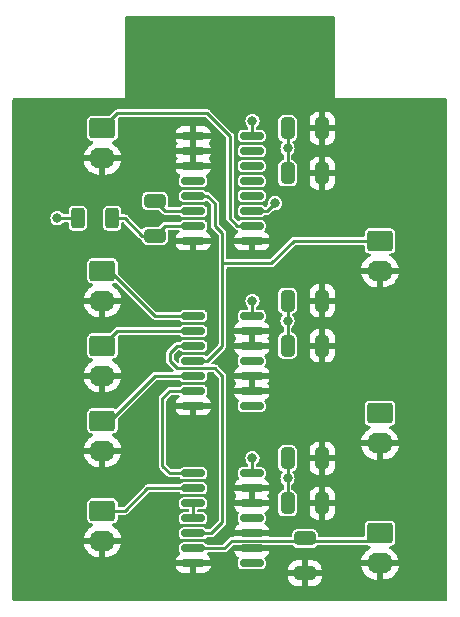
<source format=gbr>
%TF.GenerationSoftware,KiCad,Pcbnew,(6.0.1-0)*%
%TF.CreationDate,2024-04-12T07:51:10-04:00*%
%TF.ProjectId,Supertime External Trigger,53757065-7274-4696-9d65-204578746572,rev?*%
%TF.SameCoordinates,Original*%
%TF.FileFunction,Copper,L1,Top*%
%TF.FilePolarity,Positive*%
%FSLAX46Y46*%
G04 Gerber Fmt 4.6, Leading zero omitted, Abs format (unit mm)*
G04 Created by KiCad (PCBNEW (6.0.1-0)) date 2024-04-12 07:51:10*
%MOMM*%
%LPD*%
G01*
G04 APERTURE LIST*
G04 Aperture macros list*
%AMRoundRect*
0 Rectangle with rounded corners*
0 $1 Rounding radius*
0 $2 $3 $4 $5 $6 $7 $8 $9 X,Y pos of 4 corners*
0 Add a 4 corners polygon primitive as box body*
4,1,4,$2,$3,$4,$5,$6,$7,$8,$9,$2,$3,0*
0 Add four circle primitives for the rounded corners*
1,1,$1+$1,$2,$3*
1,1,$1+$1,$4,$5*
1,1,$1+$1,$6,$7*
1,1,$1+$1,$8,$9*
0 Add four rect primitives between the rounded corners*
20,1,$1+$1,$2,$3,$4,$5,0*
20,1,$1+$1,$4,$5,$6,$7,0*
20,1,$1+$1,$6,$7,$8,$9,0*
20,1,$1+$1,$8,$9,$2,$3,0*%
G04 Aperture macros list end*
%TA.AperFunction,ComponentPad*%
%ADD10RoundRect,0.250000X-0.845000X0.620000X-0.845000X-0.620000X0.845000X-0.620000X0.845000X0.620000X0*%
%TD*%
%TA.AperFunction,ComponentPad*%
%ADD11O,2.190000X1.740000*%
%TD*%
%TA.AperFunction,SMDPad,CuDef*%
%ADD12RoundRect,0.250000X-0.325000X-0.650000X0.325000X-0.650000X0.325000X0.650000X-0.325000X0.650000X0*%
%TD*%
%TA.AperFunction,SMDPad,CuDef*%
%ADD13RoundRect,0.250000X-0.650000X0.325000X-0.650000X-0.325000X0.650000X-0.325000X0.650000X0.325000X0*%
%TD*%
%TA.AperFunction,SMDPad,CuDef*%
%ADD14RoundRect,0.150000X-0.825000X-0.150000X0.825000X-0.150000X0.825000X0.150000X-0.825000X0.150000X0*%
%TD*%
%TA.AperFunction,SMDPad,CuDef*%
%ADD15RoundRect,0.250000X-0.312500X-0.625000X0.312500X-0.625000X0.312500X0.625000X-0.312500X0.625000X0*%
%TD*%
%TA.AperFunction,ViaPad*%
%ADD16C,0.800000*%
%TD*%
%TA.AperFunction,Conductor*%
%ADD17C,0.250000*%
%TD*%
G04 APERTURE END LIST*
D10*
%TO.P,Vcc1,1,Pin_1*%
%TO.N,+5V*%
X161290000Y-91440000D03*
D11*
%TO.P,Vcc1,2,Pin_2*%
%TO.N,GND*%
X161290000Y-93980000D03*
%TD*%
D10*
%TO.P,STSORT1,1,Pin_1*%
%TO.N,/Supertime Sorting*%
X137795000Y-85725000D03*
D11*
%TO.P,STSORT1,2,Pin_2*%
%TO.N,GND*%
X137795000Y-88265000D03*
%TD*%
D10*
%TO.P,1MHzOut1,1,Pin_1*%
%TO.N,/1 MHz Output*%
X161290000Y-101600000D03*
D11*
%TO.P,1MHzOut1,2,Pin_2*%
%TO.N,GND*%
X161290000Y-104140000D03*
%TD*%
D10*
%TO.P,STRS1,1,Pin_1*%
%TO.N,/Supertime Resync*%
X137795000Y-92075000D03*
D11*
%TO.P,STRS1,2,Pin_2*%
%TO.N,GND*%
X137795000Y-94615000D03*
%TD*%
D10*
%TO.P,FPGA1,1,Pin_1*%
%TO.N,/FPGA input*%
X137795000Y-79375000D03*
D11*
%TO.P,FPGA1,2,Pin_2*%
%TO.N,GND*%
X137795000Y-81915000D03*
%TD*%
%TO.P,60HzOut1,2,Pin_2*%
%TO.N,GND*%
X161290000Y-79375000D03*
D10*
%TO.P,60HzOut1,1,Pin_1*%
%TO.N,/60 Hz Output*%
X161290000Y-76835000D03*
%TD*%
%TO.P,60HzIN1,1,Pin_1*%
%TO.N,/60 Hz Trigger*%
X137795000Y-67310000D03*
D11*
%TO.P,60HzIN1,2,Pin_2*%
%TO.N,GND*%
X137795000Y-69850000D03*
%TD*%
D10*
%TO.P,1MHz1,1,Pin_1*%
%TO.N,/1 MHz Clock*%
X137795000Y-99695000D03*
D11*
%TO.P,1MHz1,2,Pin_2*%
%TO.N,GND*%
X137795000Y-102235000D03*
%TD*%
D12*
%TO.P,CP6,1*%
%TO.N,+5V*%
X153465000Y-99060000D03*
%TO.P,CP6,2*%
%TO.N,GND*%
X156415000Y-99060000D03*
%TD*%
%TO.P,CP4,1*%
%TO.N,+5V*%
X153465000Y-85725000D03*
%TO.P,CP4,2*%
%TO.N,GND*%
X156415000Y-85725000D03*
%TD*%
D13*
%TO.P,C2,2*%
%TO.N,GND*%
X154940000Y-104980000D03*
%TO.P,C2,1*%
%TO.N,/1 MHz Output*%
X154940000Y-102030000D03*
%TD*%
%TO.P,C1,2*%
%TO.N,Net-(C1-Pad2)*%
X142240000Y-76405000D03*
%TO.P,C1,1*%
%TO.N,Net-(C1-Pad1)*%
X142240000Y-73455000D03*
%TD*%
D14*
%TO.P,U3,1,1A*%
%TO.N,/ST Resync||60 Hz*%
X145480000Y-96520000D03*
%TO.P,U3,2,1B*%
%TO.N,/1 MHz Clock*%
X145480000Y-97790000D03*
%TO.P,U3,3,1Y*%
%TO.N,/(ST Resync||60 Hz)&&1 MHz*%
X145480000Y-99060000D03*
%TO.P,U3,4,2A*%
X145480000Y-100330000D03*
%TO.P,U3,5,2B*%
%TO.N,/ST Sort||FPGA input*%
X145480000Y-101600000D03*
%TO.P,U3,6,2Y*%
%TO.N,/1 MHz Output*%
X145480000Y-102870000D03*
%TO.P,U3,7,GND*%
%TO.N,GND*%
X145480000Y-104140000D03*
%TO.P,U3,8,3Y*%
%TO.N,unconnected-(U3-Pad8)*%
X150430000Y-104140000D03*
%TO.P,U3,9,3A*%
%TO.N,GND*%
X150430000Y-102870000D03*
%TO.P,U3,10,3B*%
X150430000Y-101600000D03*
%TO.P,U3,11,4Y*%
%TO.N,unconnected-(U3-Pad11)*%
X150430000Y-100330000D03*
%TO.P,U3,12,4A*%
%TO.N,GND*%
X150430000Y-99060000D03*
%TO.P,U3,13,4B*%
X150430000Y-97790000D03*
%TO.P,U3,14,VCC*%
%TO.N,+5V*%
X150430000Y-96520000D03*
%TD*%
D15*
%TO.P,R1,2*%
%TO.N,Net-(C1-Pad2)*%
X138622500Y-74930000D03*
%TO.P,R1,1*%
%TO.N,+5V*%
X135697500Y-74930000D03*
%TD*%
D12*
%TO.P,CP1,2*%
%TO.N,GND*%
X156415000Y-67310000D03*
%TO.P,CP1,1*%
%TO.N,+5V*%
X153465000Y-67310000D03*
%TD*%
%TO.P,CP2,2*%
%TO.N,GND*%
X156415000Y-71120000D03*
%TO.P,CP2,1*%
%TO.N,+5V*%
X153465000Y-71120000D03*
%TD*%
%TO.P,CP3,1*%
%TO.N,+5V*%
X153465000Y-81915000D03*
%TO.P,CP3,2*%
%TO.N,GND*%
X156415000Y-81915000D03*
%TD*%
D14*
%TO.P,U1,1,\u002A1A*%
%TO.N,GND*%
X145480000Y-67945000D03*
%TO.P,U1,2,1B*%
X145480000Y-69215000D03*
%TO.P,U1,3,\u002A1R*%
X145480000Y-70485000D03*
%TO.P,U1,4,\u002A1Q*%
%TO.N,unconnected-(U1-Pad4)*%
X145480000Y-71755000D03*
%TO.P,U1,5,2Q*%
%TO.N,/60 Hz Output*%
X145480000Y-73025000D03*
%TO.P,U1,6,2CX*%
%TO.N,Net-(C1-Pad1)*%
X145480000Y-74295000D03*
%TO.P,U1,7,2RXCX*%
%TO.N,Net-(C1-Pad2)*%
X145480000Y-75565000D03*
%TO.P,U1,8,GND*%
%TO.N,GND*%
X145480000Y-76835000D03*
%TO.P,U1,9,\u002A2A*%
X150430000Y-76835000D03*
%TO.P,U1,10,2B*%
%TO.N,/60 Hz Trigger*%
X150430000Y-75565000D03*
%TO.P,U1,11,\u002A2R*%
%TO.N,+5V*%
X150430000Y-74295000D03*
%TO.P,U1,12,\u002A2Q*%
%TO.N,unconnected-(U1-Pad12)*%
X150430000Y-73025000D03*
%TO.P,U1,13,1Q*%
%TO.N,unconnected-(U1-Pad13)*%
X150430000Y-71755000D03*
%TO.P,U1,14,1CX*%
%TO.N,unconnected-(U1-Pad14)*%
X150430000Y-70485000D03*
%TO.P,U1,15,1RXCX*%
%TO.N,unconnected-(U1-Pad15)*%
X150430000Y-69215000D03*
%TO.P,U1,16,VCC*%
%TO.N,+5V*%
X150430000Y-67945000D03*
%TD*%
%TO.P,U2,14,VCC*%
%TO.N,+5V*%
X150430000Y-83185000D03*
%TO.P,U2,13,4B*%
%TO.N,GND*%
X150430000Y-84455000D03*
%TO.P,U2,12,4A*%
X150430000Y-85725000D03*
%TO.P,U2,11,4Y*%
%TO.N,unconnected-(U2-Pad11)*%
X150430000Y-86995000D03*
%TO.P,U2,10,3B*%
%TO.N,GND*%
X150430000Y-88265000D03*
%TO.P,U2,9,3A*%
X150430000Y-89535000D03*
%TO.P,U2,8,3Y*%
%TO.N,unconnected-(U2-Pad8)*%
X150430000Y-90805000D03*
%TO.P,U2,7,GND*%
%TO.N,GND*%
X145480000Y-90805000D03*
%TO.P,U2,6,2Y*%
%TO.N,/ST Resync||60 Hz*%
X145480000Y-89535000D03*
%TO.P,U2,5,2B*%
%TO.N,/Supertime Resync*%
X145480000Y-88265000D03*
%TO.P,U2,4,2A*%
%TO.N,/60 Hz Output*%
X145480000Y-86995000D03*
%TO.P,U2,3,1Y*%
%TO.N,/ST Sort||FPGA input*%
X145480000Y-85725000D03*
%TO.P,U2,2,1B*%
%TO.N,/Supertime Sorting*%
X145480000Y-84455000D03*
%TO.P,U2,1,1A*%
%TO.N,/FPGA input*%
X145480000Y-83185000D03*
%TD*%
D12*
%TO.P,CP5,1*%
%TO.N,+5V*%
X153465000Y-95250000D03*
%TO.P,CP5,2*%
%TO.N,GND*%
X156415000Y-95250000D03*
%TD*%
D16*
%TO.N,+5V*%
X133985000Y-74930000D03*
X152400000Y-73660000D03*
X153465000Y-96950000D03*
X150495000Y-95250000D03*
X150495000Y-66675000D03*
X153465000Y-69010000D03*
X153465000Y-83615000D03*
X150495000Y-81915000D03*
%TD*%
D17*
%TO.N,/60 Hz Output*%
X147955000Y-78740000D02*
X152082500Y-78740000D01*
X152082500Y-78740000D02*
X153987500Y-76835000D01*
X153987500Y-76835000D02*
X161290000Y-76835000D01*
%TO.N,/60 Hz Trigger*%
X148590000Y-74930000D02*
X149225000Y-75565000D01*
X149225000Y-75565000D02*
X150430000Y-75565000D01*
X139065000Y-66040000D02*
X146685000Y-66040000D01*
X137795000Y-67310000D02*
X139065000Y-66040000D01*
X146685000Y-66040000D02*
X148590000Y-67945000D01*
X148590000Y-67945000D02*
X148590000Y-74930000D01*
%TO.N,/1 MHz Output*%
X155145000Y-102235000D02*
X160860000Y-102235000D01*
X145490480Y-102880480D02*
X148103270Y-102880480D01*
X148103270Y-102880480D02*
X148759230Y-102224520D01*
X148759230Y-102224520D02*
X154745480Y-102224520D01*
%TO.N,+5V*%
X150430000Y-74295000D02*
X151765000Y-74295000D01*
X151765000Y-74295000D02*
X152400000Y-73660000D01*
X135697500Y-74930000D02*
X133985000Y-74930000D01*
%TO.N,Net-(C1-Pad2)*%
X141175000Y-76405000D02*
X139700000Y-74930000D01*
X139700000Y-74930000D02*
X138622500Y-74930000D01*
X142240000Y-76405000D02*
X141175000Y-76405000D01*
%TO.N,/FPGA input*%
X138430000Y-79375000D02*
X142240000Y-83185000D01*
X142240000Y-83185000D02*
X145480000Y-83185000D01*
%TO.N,/Supertime Sorting*%
X137795000Y-85725000D02*
X139065000Y-84455000D01*
X139065000Y-84455000D02*
X145480000Y-84455000D01*
%TO.N,/Supertime Resync*%
X138430000Y-92075000D02*
X142240000Y-88265000D01*
X142240000Y-88265000D02*
X145480000Y-88265000D01*
%TO.N,/1 MHz Clock*%
X137795000Y-99695000D02*
X139700000Y-99695000D01*
X139700000Y-99695000D02*
X141605000Y-97790000D01*
X141605000Y-97790000D02*
X145480000Y-97790000D01*
%TO.N,/ST Resync||60 Hz*%
X145480000Y-96520000D02*
X143510000Y-96520000D01*
X142875000Y-95885000D02*
X142875000Y-90170000D01*
X142875000Y-90170000D02*
X143510000Y-89535000D01*
X143510000Y-96520000D02*
X142875000Y-95885000D01*
X143510000Y-89535000D02*
X145480000Y-89535000D01*
%TO.N,/60 Hz Output*%
X145480000Y-73025000D02*
X146685000Y-73025000D01*
X146685000Y-73025000D02*
X147320000Y-73660000D01*
X147320000Y-73660000D02*
X147320000Y-75565000D01*
X147320000Y-75565000D02*
X147955000Y-76200000D01*
%TO.N,Net-(C1-Pad2)*%
X145480000Y-75565000D02*
X143080000Y-75565000D01*
X143080000Y-75565000D02*
X142240000Y-76405000D01*
%TO.N,Net-(C1-Pad1)*%
X142240000Y-73455000D02*
X143080000Y-74295000D01*
X143080000Y-74295000D02*
X145480000Y-74295000D01*
%TO.N,+5V*%
X153465000Y-95250000D02*
X153465000Y-99060000D01*
X150430000Y-95315000D02*
X150495000Y-95250000D01*
X150430000Y-96520000D02*
X150430000Y-95315000D01*
X150495000Y-66675000D02*
X150430000Y-66740000D01*
X150430000Y-66740000D02*
X150430000Y-67945000D01*
X153465000Y-69010000D02*
X153465000Y-71120000D01*
X153465000Y-67310000D02*
X153465000Y-69010000D01*
X153465000Y-83615000D02*
X153465000Y-85725000D01*
X153465000Y-81915000D02*
X153465000Y-83615000D01*
X150430000Y-81980000D02*
X150495000Y-81915000D01*
X150430000Y-83185000D02*
X150430000Y-81980000D01*
%TO.N,/ST Sort||FPGA input*%
X145480000Y-85725000D02*
X144145000Y-85725000D01*
X143510000Y-86995000D02*
X144145000Y-87630000D01*
X143510000Y-86360000D02*
X143510000Y-86995000D01*
X144145000Y-85725000D02*
X143510000Y-86360000D01*
X144145000Y-87630000D02*
X147320000Y-87630000D01*
X147320000Y-87630000D02*
X147955000Y-88265000D01*
X147955000Y-88265000D02*
X147955000Y-100647500D01*
X147955000Y-100647500D02*
X147002500Y-101600000D01*
X147002500Y-101600000D02*
X145480000Y-101600000D01*
%TO.N,/(ST Resync||60 Hz)&&1 MHz*%
X145480000Y-99060000D02*
X145480000Y-100330000D01*
%TO.N,/60 Hz Output*%
X146685000Y-86995000D02*
X147955000Y-85725000D01*
X145480000Y-86995000D02*
X146685000Y-86995000D01*
X147955000Y-85725000D02*
X147955000Y-76200000D01*
%TD*%
%TA.AperFunction,Conductor*%
%TO.N,GND*%
G36*
X157422121Y-57805002D02*
G01*
X157468614Y-57858658D01*
X157480000Y-57911000D01*
X157480000Y-64770000D01*
X166879000Y-64770000D01*
X166947121Y-64790002D01*
X166993614Y-64843658D01*
X167005000Y-64896000D01*
X167005000Y-107189000D01*
X166984998Y-107257121D01*
X166931342Y-107303614D01*
X166879000Y-107315000D01*
X130301000Y-107315000D01*
X130232879Y-107294998D01*
X130186386Y-107241342D01*
X130175000Y-107189000D01*
X130175000Y-105352095D01*
X153532001Y-105352095D01*
X153532338Y-105358614D01*
X153542257Y-105454206D01*
X153545149Y-105467600D01*
X153596588Y-105621784D01*
X153602761Y-105634962D01*
X153688063Y-105772807D01*
X153697099Y-105784208D01*
X153811829Y-105898739D01*
X153823240Y-105907751D01*
X153961243Y-105992816D01*
X153974424Y-105998963D01*
X154128710Y-106050138D01*
X154142086Y-106053005D01*
X154236438Y-106062672D01*
X154242854Y-106063000D01*
X154667885Y-106063000D01*
X154683124Y-106058525D01*
X154684329Y-106057135D01*
X154686000Y-106049452D01*
X154686000Y-106044884D01*
X155194000Y-106044884D01*
X155198475Y-106060123D01*
X155199865Y-106061328D01*
X155207548Y-106062999D01*
X155637095Y-106062999D01*
X155643614Y-106062662D01*
X155739206Y-106052743D01*
X155752600Y-106049851D01*
X155906784Y-105998412D01*
X155919962Y-105992239D01*
X156057807Y-105906937D01*
X156069208Y-105897901D01*
X156183739Y-105783171D01*
X156192751Y-105771760D01*
X156277816Y-105633757D01*
X156283963Y-105620576D01*
X156335138Y-105466290D01*
X156338005Y-105452914D01*
X156347672Y-105358562D01*
X156348000Y-105352146D01*
X156348000Y-105252115D01*
X156343525Y-105236876D01*
X156342135Y-105235671D01*
X156334452Y-105234000D01*
X155212115Y-105234000D01*
X155196876Y-105238475D01*
X155195671Y-105239865D01*
X155194000Y-105247548D01*
X155194000Y-106044884D01*
X154686000Y-106044884D01*
X154686000Y-105252115D01*
X154681525Y-105236876D01*
X154680135Y-105235671D01*
X154672452Y-105234000D01*
X153550116Y-105234000D01*
X153534877Y-105238475D01*
X153533672Y-105239865D01*
X153532001Y-105247548D01*
X153532001Y-105352095D01*
X130175000Y-105352095D01*
X130175000Y-104405871D01*
X144003456Y-104405871D01*
X144044107Y-104545790D01*
X144050352Y-104560221D01*
X144126911Y-104689678D01*
X144136551Y-104702104D01*
X144242896Y-104808449D01*
X144255322Y-104818089D01*
X144384779Y-104894648D01*
X144399210Y-104900893D01*
X144545065Y-104943269D01*
X144557667Y-104945570D01*
X144586084Y-104947807D01*
X144591014Y-104948000D01*
X145207885Y-104948000D01*
X145223124Y-104943525D01*
X145224329Y-104942135D01*
X145226000Y-104934452D01*
X145226000Y-104929884D01*
X145734000Y-104929884D01*
X145738475Y-104945123D01*
X145739865Y-104946328D01*
X145747548Y-104947999D01*
X146368984Y-104947999D01*
X146373920Y-104947805D01*
X146402336Y-104945570D01*
X146414931Y-104943270D01*
X146560790Y-104900893D01*
X146575221Y-104894648D01*
X146704678Y-104818089D01*
X146717104Y-104808449D01*
X146817668Y-104707885D01*
X153532000Y-104707885D01*
X153536475Y-104723124D01*
X153537865Y-104724329D01*
X153545548Y-104726000D01*
X154667885Y-104726000D01*
X154683124Y-104721525D01*
X154684329Y-104720135D01*
X154686000Y-104712452D01*
X154686000Y-104707885D01*
X155194000Y-104707885D01*
X155198475Y-104723124D01*
X155199865Y-104724329D01*
X155207548Y-104726000D01*
X156329884Y-104726000D01*
X156345123Y-104721525D01*
X156346328Y-104720135D01*
X156347999Y-104712452D01*
X156347999Y-104607905D01*
X156347662Y-104601386D01*
X156337743Y-104505794D01*
X156334851Y-104492400D01*
X156306887Y-104408580D01*
X159713317Y-104408580D01*
X159739252Y-104532188D01*
X159742312Y-104542384D01*
X159824284Y-104749952D01*
X159829018Y-104759489D01*
X159944796Y-104950285D01*
X159951062Y-104958878D01*
X160097333Y-105127441D01*
X160104964Y-105134861D01*
X160277542Y-105276368D01*
X160286309Y-105282393D01*
X160480262Y-105392797D01*
X160489926Y-105397262D01*
X160699711Y-105473410D01*
X160709979Y-105476181D01*
X160930766Y-105516106D01*
X160938995Y-105517039D01*
X160957874Y-105517930D01*
X160960849Y-105518000D01*
X161017885Y-105518000D01*
X161033124Y-105513525D01*
X161034329Y-105512135D01*
X161036000Y-105504452D01*
X161036000Y-105499885D01*
X161544000Y-105499885D01*
X161548475Y-105515124D01*
X161549865Y-105516329D01*
X161557548Y-105518000D01*
X161571054Y-105518000D01*
X161576363Y-105517775D01*
X161742707Y-105503661D01*
X161753179Y-105501871D01*
X161969202Y-105445802D01*
X161979242Y-105442266D01*
X162182732Y-105350601D01*
X162192018Y-105345432D01*
X162377155Y-105220790D01*
X162385441Y-105214129D01*
X162546930Y-105060076D01*
X162553979Y-105052108D01*
X162687203Y-104873048D01*
X162692802Y-104864018D01*
X162793953Y-104665069D01*
X162797956Y-104655208D01*
X162864138Y-104442071D01*
X162866420Y-104431691D01*
X162869036Y-104411957D01*
X162866840Y-104397793D01*
X162853655Y-104394000D01*
X161562115Y-104394000D01*
X161546876Y-104398475D01*
X161545671Y-104399865D01*
X161544000Y-104407548D01*
X161544000Y-105499885D01*
X161036000Y-105499885D01*
X161036000Y-104412115D01*
X161031525Y-104396876D01*
X161030135Y-104395671D01*
X161022452Y-104394000D01*
X159728373Y-104394000D01*
X159714842Y-104397973D01*
X159713317Y-104408580D01*
X156306887Y-104408580D01*
X156283412Y-104338216D01*
X156277239Y-104325038D01*
X156191937Y-104187193D01*
X156182901Y-104175792D01*
X156068171Y-104061261D01*
X156056760Y-104052249D01*
X155918757Y-103967184D01*
X155905576Y-103961037D01*
X155751290Y-103909862D01*
X155737914Y-103906995D01*
X155643562Y-103897328D01*
X155637145Y-103897000D01*
X155212115Y-103897000D01*
X155196876Y-103901475D01*
X155195671Y-103902865D01*
X155194000Y-103910548D01*
X155194000Y-104707885D01*
X154686000Y-104707885D01*
X154686000Y-103915116D01*
X154681525Y-103899877D01*
X154680135Y-103898672D01*
X154672452Y-103897001D01*
X154242905Y-103897001D01*
X154236386Y-103897338D01*
X154140794Y-103907257D01*
X154127400Y-103910149D01*
X153973216Y-103961588D01*
X153960038Y-103967761D01*
X153822193Y-104053063D01*
X153810792Y-104062099D01*
X153696261Y-104176829D01*
X153687249Y-104188240D01*
X153602184Y-104326243D01*
X153596037Y-104339424D01*
X153544862Y-104493710D01*
X153541995Y-104507086D01*
X153532328Y-104601438D01*
X153532000Y-104607855D01*
X153532000Y-104707885D01*
X146817668Y-104707885D01*
X146823449Y-104702104D01*
X146833089Y-104689678D01*
X146909648Y-104560221D01*
X146915893Y-104545790D01*
X146954939Y-104411395D01*
X146954899Y-104397294D01*
X146947630Y-104394000D01*
X145752115Y-104394000D01*
X145736876Y-104398475D01*
X145735671Y-104399865D01*
X145734000Y-104407548D01*
X145734000Y-104929884D01*
X145226000Y-104929884D01*
X145226000Y-104412115D01*
X145221525Y-104396876D01*
X145220135Y-104395671D01*
X145212452Y-104394000D01*
X144018122Y-104394000D01*
X144004591Y-104397973D01*
X144003456Y-104405871D01*
X130175000Y-104405871D01*
X130175000Y-103868605D01*
X144005061Y-103868605D01*
X144005101Y-103882706D01*
X144012370Y-103886000D01*
X146941878Y-103886000D01*
X146955409Y-103882027D01*
X146956544Y-103874129D01*
X146915893Y-103734210D01*
X146909648Y-103719779D01*
X146833089Y-103590322D01*
X146823449Y-103577896D01*
X146717104Y-103471551D01*
X146704677Y-103461911D01*
X146668361Y-103440434D01*
X146619908Y-103388541D01*
X146607203Y-103318690D01*
X146634278Y-103253059D01*
X146692538Y-103212485D01*
X146732500Y-103205980D01*
X148083560Y-103205980D01*
X148094542Y-103206460D01*
X148121090Y-103208783D01*
X148121092Y-103208783D01*
X148132077Y-103209744D01*
X148168485Y-103199988D01*
X148179212Y-103197610D01*
X148182571Y-103197018D01*
X148216315Y-103191068D01*
X148225860Y-103185557D01*
X148229136Y-103184365D01*
X148232304Y-103182888D01*
X148242954Y-103180034D01*
X148273814Y-103158425D01*
X148283085Y-103152519D01*
X148306176Y-103139187D01*
X148311920Y-103135871D01*
X148953456Y-103135871D01*
X148994107Y-103275790D01*
X149000352Y-103290221D01*
X149076911Y-103419678D01*
X149086551Y-103432104D01*
X149192896Y-103538449D01*
X149205326Y-103548091D01*
X149284458Y-103594889D01*
X149332911Y-103646782D01*
X149345617Y-103716632D01*
X149322940Y-103776405D01*
X149315707Y-103783650D01*
X149311136Y-103793001D01*
X149311134Y-103793004D01*
X149289175Y-103837929D01*
X149264464Y-103888482D01*
X149254500Y-103956782D01*
X149254500Y-104323218D01*
X149255170Y-104327768D01*
X149255170Y-104327771D01*
X149263216Y-104382426D01*
X149264642Y-104392112D01*
X149316068Y-104496855D01*
X149398650Y-104579293D01*
X149503482Y-104630536D01*
X149533973Y-104634984D01*
X149567256Y-104639840D01*
X149567260Y-104639840D01*
X149571782Y-104640500D01*
X151288218Y-104640500D01*
X151292768Y-104639830D01*
X151292771Y-104639830D01*
X151347426Y-104631784D01*
X151347427Y-104631784D01*
X151357112Y-104630358D01*
X151407008Y-104605860D01*
X151452507Y-104583522D01*
X151452509Y-104583521D01*
X151461855Y-104578932D01*
X151503273Y-104537442D01*
X151536935Y-104503721D01*
X151536935Y-104503720D01*
X151544293Y-104496350D01*
X151595536Y-104391518D01*
X151605500Y-104323218D01*
X151605500Y-103956782D01*
X151596871Y-103898162D01*
X151596784Y-103897574D01*
X151596784Y-103897573D01*
X151595358Y-103887888D01*
X151543932Y-103783145D01*
X151537076Y-103776301D01*
X151513823Y-103709667D01*
X151530386Y-103640630D01*
X151575526Y-103594898D01*
X151654678Y-103548089D01*
X151667104Y-103538449D01*
X151773449Y-103432104D01*
X151783089Y-103419678D01*
X151859648Y-103290221D01*
X151865893Y-103275790D01*
X151904939Y-103141395D01*
X151904899Y-103127294D01*
X151897630Y-103124000D01*
X148968122Y-103124000D01*
X148954591Y-103127973D01*
X148953456Y-103135871D01*
X148311920Y-103135871D01*
X148315725Y-103133674D01*
X148339955Y-103104797D01*
X148347381Y-103096695D01*
X148808288Y-102635788D01*
X148870600Y-102601762D01*
X148941415Y-102606827D01*
X148949396Y-102610120D01*
X148962370Y-102616000D01*
X150157885Y-102616000D01*
X150173124Y-102611525D01*
X150188736Y-102593508D01*
X150248462Y-102555124D01*
X150283961Y-102550020D01*
X150575623Y-102550020D01*
X150643744Y-102570022D01*
X150660306Y-102589136D01*
X150660514Y-102588896D01*
X150689865Y-102614329D01*
X150697548Y-102616000D01*
X151891878Y-102616000D01*
X151907117Y-102611525D01*
X151922729Y-102593508D01*
X151982455Y-102555124D01*
X152017954Y-102550020D01*
X153810372Y-102550020D01*
X153878493Y-102570022D01*
X153911723Y-102601161D01*
X153962255Y-102669576D01*
X153962258Y-102669579D01*
X153967850Y-102677150D01*
X153975421Y-102682742D01*
X154069243Y-102752041D01*
X154069246Y-102752042D01*
X154076816Y-102757634D01*
X154204631Y-102802519D01*
X154212277Y-102803242D01*
X154212278Y-102803242D01*
X154218248Y-102803806D01*
X154236166Y-102805500D01*
X155643834Y-102805500D01*
X155661752Y-102803806D01*
X155667722Y-102803242D01*
X155667723Y-102803242D01*
X155675369Y-102802519D01*
X155803184Y-102757634D01*
X155810754Y-102752042D01*
X155810757Y-102752041D01*
X155904579Y-102682742D01*
X155912150Y-102677150D01*
X155950113Y-102625753D01*
X155960537Y-102611640D01*
X156017098Y-102568729D01*
X156061888Y-102560500D01*
X160106206Y-102560500D01*
X160174327Y-102580502D01*
X160181066Y-102585149D01*
X160224243Y-102617041D01*
X160224246Y-102617042D01*
X160231816Y-102622634D01*
X160359631Y-102667519D01*
X160367277Y-102668242D01*
X160367278Y-102668242D01*
X160377477Y-102669206D01*
X160391166Y-102670500D01*
X160392278Y-102670500D01*
X160459089Y-102693589D01*
X160503002Y-102749376D01*
X160509783Y-102820048D01*
X160477280Y-102883167D01*
X160437799Y-102911141D01*
X160397272Y-102929397D01*
X160387982Y-102934568D01*
X160202845Y-103059210D01*
X160194559Y-103065871D01*
X160033070Y-103219924D01*
X160026021Y-103227892D01*
X159892797Y-103406952D01*
X159887198Y-103415982D01*
X159786047Y-103614931D01*
X159782044Y-103624792D01*
X159715862Y-103837929D01*
X159713580Y-103848309D01*
X159710964Y-103868043D01*
X159713160Y-103882207D01*
X159726345Y-103886000D01*
X162851627Y-103886000D01*
X162865158Y-103882027D01*
X162866683Y-103871420D01*
X162840748Y-103747812D01*
X162837688Y-103737616D01*
X162755716Y-103530048D01*
X162750982Y-103520511D01*
X162635204Y-103329715D01*
X162628938Y-103321122D01*
X162482667Y-103152559D01*
X162475036Y-103145139D01*
X162302458Y-103003632D01*
X162293691Y-102997607D01*
X162132284Y-102905729D01*
X162082978Y-102854647D01*
X162069116Y-102785016D01*
X162095099Y-102718945D01*
X162152679Y-102677411D01*
X162188007Y-102670500D01*
X162188834Y-102670500D01*
X162191794Y-102670220D01*
X162191798Y-102670220D01*
X162212722Y-102668242D01*
X162212723Y-102668242D01*
X162220369Y-102667519D01*
X162348184Y-102622634D01*
X162355754Y-102617042D01*
X162355757Y-102617041D01*
X162440206Y-102554665D01*
X162457150Y-102542150D01*
X162479124Y-102512400D01*
X162532041Y-102440757D01*
X162532042Y-102440754D01*
X162537634Y-102433184D01*
X162582519Y-102305369D01*
X162585500Y-102273834D01*
X162585500Y-100926166D01*
X162582519Y-100894631D01*
X162537634Y-100766816D01*
X162532042Y-100759246D01*
X162532041Y-100759243D01*
X162462742Y-100665421D01*
X162457150Y-100657850D01*
X162423904Y-100633294D01*
X162355757Y-100582959D01*
X162355754Y-100582958D01*
X162348184Y-100577366D01*
X162220369Y-100532481D01*
X162212723Y-100531758D01*
X162212722Y-100531758D01*
X162206752Y-100531194D01*
X162188834Y-100529500D01*
X160391166Y-100529500D01*
X160373248Y-100531194D01*
X160367278Y-100531758D01*
X160367277Y-100531758D01*
X160359631Y-100532481D01*
X160231816Y-100577366D01*
X160224246Y-100582958D01*
X160224243Y-100582959D01*
X160156096Y-100633294D01*
X160122850Y-100657850D01*
X160117258Y-100665421D01*
X160047959Y-100759243D01*
X160047958Y-100759246D01*
X160042366Y-100766816D01*
X159997481Y-100894631D01*
X159994500Y-100926166D01*
X159994500Y-101783500D01*
X159974498Y-101851621D01*
X159920842Y-101898114D01*
X159868500Y-101909500D01*
X156166500Y-101909500D01*
X156098379Y-101889498D01*
X156051886Y-101835842D01*
X156040500Y-101783500D01*
X156040500Y-101651166D01*
X156037519Y-101619631D01*
X155992634Y-101491816D01*
X155987042Y-101484246D01*
X155987041Y-101484243D01*
X155917742Y-101390421D01*
X155912150Y-101382850D01*
X155865620Y-101348482D01*
X155810757Y-101307959D01*
X155810754Y-101307958D01*
X155803184Y-101302366D01*
X155675369Y-101257481D01*
X155667723Y-101256758D01*
X155667722Y-101256758D01*
X155661752Y-101256194D01*
X155643834Y-101254500D01*
X154236166Y-101254500D01*
X154218248Y-101256194D01*
X154212278Y-101256758D01*
X154212277Y-101256758D01*
X154204631Y-101257481D01*
X154076816Y-101302366D01*
X154069246Y-101307958D01*
X154069243Y-101307959D01*
X154014380Y-101348482D01*
X153967850Y-101382850D01*
X153962258Y-101390421D01*
X153892959Y-101484243D01*
X153892958Y-101484246D01*
X153887366Y-101491816D01*
X153842481Y-101619631D01*
X153839500Y-101651166D01*
X153839500Y-101773020D01*
X153819498Y-101841141D01*
X153765842Y-101887634D01*
X153713500Y-101899020D01*
X152001597Y-101899020D01*
X151933476Y-101879018D01*
X151917351Y-101862939D01*
X151897630Y-101854000D01*
X150702115Y-101854000D01*
X150683141Y-101859571D01*
X150629700Y-101893916D01*
X150594201Y-101899020D01*
X150267158Y-101899020D01*
X150199037Y-101879018D01*
X150184646Y-101868245D01*
X150170135Y-101855671D01*
X150162452Y-101854000D01*
X148968122Y-101854000D01*
X148949148Y-101859571D01*
X148895707Y-101893916D01*
X148860208Y-101899020D01*
X148778941Y-101899020D01*
X148767959Y-101898540D01*
X148741409Y-101896217D01*
X148741408Y-101896217D01*
X148730424Y-101895256D01*
X148719773Y-101898110D01*
X148719772Y-101898110D01*
X148694022Y-101905009D01*
X148683295Y-101907387D01*
X148657045Y-101912016D01*
X148657040Y-101912018D01*
X148646185Y-101913932D01*
X148636637Y-101919445D01*
X148633361Y-101920637D01*
X148630199Y-101922111D01*
X148619546Y-101924966D01*
X148610515Y-101931290D01*
X148588686Y-101946575D01*
X148579415Y-101952481D01*
X148561122Y-101963043D01*
X148546775Y-101971326D01*
X148522545Y-102000202D01*
X148515119Y-102008305D01*
X148005349Y-102518075D01*
X147943037Y-102552101D01*
X147916254Y-102554980D01*
X146686535Y-102554980D01*
X146618414Y-102534978D01*
X146594676Y-102512400D01*
X146593932Y-102513145D01*
X146518721Y-102438065D01*
X146518720Y-102438065D01*
X146511350Y-102430707D01*
X146406518Y-102379464D01*
X146376027Y-102375016D01*
X146342744Y-102370160D01*
X146342740Y-102370160D01*
X146338218Y-102369500D01*
X144621782Y-102369500D01*
X144617232Y-102370170D01*
X144617229Y-102370170D01*
X144562574Y-102378216D01*
X144562573Y-102378216D01*
X144552888Y-102379642D01*
X144502992Y-102404140D01*
X144457493Y-102426478D01*
X144457491Y-102426479D01*
X144448145Y-102431068D01*
X144365707Y-102513650D01*
X144361134Y-102523006D01*
X144361133Y-102523007D01*
X144351776Y-102542150D01*
X144314464Y-102618482D01*
X144304500Y-102686782D01*
X144304500Y-103053218D01*
X144305170Y-103057768D01*
X144305170Y-103057771D01*
X144310900Y-103096695D01*
X144314642Y-103122112D01*
X144366068Y-103226855D01*
X144372924Y-103233699D01*
X144396177Y-103300333D01*
X144379614Y-103369370D01*
X144334474Y-103415102D01*
X144255322Y-103461911D01*
X144242896Y-103471551D01*
X144136551Y-103577896D01*
X144126911Y-103590322D01*
X144050352Y-103719779D01*
X144044107Y-103734210D01*
X144005061Y-103868605D01*
X130175000Y-103868605D01*
X130175000Y-102503580D01*
X136218317Y-102503580D01*
X136244252Y-102627188D01*
X136247312Y-102637384D01*
X136329284Y-102844952D01*
X136334018Y-102854489D01*
X136449796Y-103045285D01*
X136456062Y-103053878D01*
X136602333Y-103222441D01*
X136609964Y-103229861D01*
X136782542Y-103371368D01*
X136791309Y-103377393D01*
X136985262Y-103487797D01*
X136994926Y-103492262D01*
X137204711Y-103568410D01*
X137214979Y-103571181D01*
X137435766Y-103611106D01*
X137443995Y-103612039D01*
X137462874Y-103612930D01*
X137465849Y-103613000D01*
X137522885Y-103613000D01*
X137538124Y-103608525D01*
X137539329Y-103607135D01*
X137541000Y-103599452D01*
X137541000Y-103594885D01*
X138049000Y-103594885D01*
X138053475Y-103610124D01*
X138054865Y-103611329D01*
X138062548Y-103613000D01*
X138076054Y-103613000D01*
X138081363Y-103612775D01*
X138247707Y-103598661D01*
X138258179Y-103596871D01*
X138474202Y-103540802D01*
X138484242Y-103537266D01*
X138687732Y-103445601D01*
X138697018Y-103440432D01*
X138882155Y-103315790D01*
X138890441Y-103309129D01*
X139051930Y-103155076D01*
X139058979Y-103147108D01*
X139192203Y-102968048D01*
X139197802Y-102959018D01*
X139298953Y-102760069D01*
X139302956Y-102750208D01*
X139369138Y-102537071D01*
X139371420Y-102526691D01*
X139374036Y-102506957D01*
X139371840Y-102492793D01*
X139358655Y-102489000D01*
X138067115Y-102489000D01*
X138051876Y-102493475D01*
X138050671Y-102494865D01*
X138049000Y-102502548D01*
X138049000Y-103594885D01*
X137541000Y-103594885D01*
X137541000Y-102507115D01*
X137536525Y-102491876D01*
X137535135Y-102490671D01*
X137527452Y-102489000D01*
X136233373Y-102489000D01*
X136219842Y-102492973D01*
X136218317Y-102503580D01*
X130175000Y-102503580D01*
X130175000Y-101963043D01*
X136215964Y-101963043D01*
X136218160Y-101977207D01*
X136231345Y-101981000D01*
X139356627Y-101981000D01*
X139370158Y-101977027D01*
X139371683Y-101966420D01*
X139345748Y-101842812D01*
X139342688Y-101832616D01*
X139260716Y-101625048D01*
X139255982Y-101615511D01*
X139140204Y-101424715D01*
X139133938Y-101416122D01*
X138987667Y-101247559D01*
X138980036Y-101240139D01*
X138807458Y-101098632D01*
X138798691Y-101092607D01*
X138637284Y-101000729D01*
X138587978Y-100949647D01*
X138574116Y-100880016D01*
X138600099Y-100813945D01*
X138657679Y-100772411D01*
X138693007Y-100765500D01*
X138693834Y-100765500D01*
X138696794Y-100765220D01*
X138696798Y-100765220D01*
X138717722Y-100763242D01*
X138717723Y-100763242D01*
X138725369Y-100762519D01*
X138853184Y-100717634D01*
X138860754Y-100712042D01*
X138860757Y-100712041D01*
X138954579Y-100642742D01*
X138962150Y-100637150D01*
X138974665Y-100620206D01*
X139037041Y-100535757D01*
X139037042Y-100535754D01*
X139042634Y-100528184D01*
X139047890Y-100513218D01*
X144304500Y-100513218D01*
X144305170Y-100517768D01*
X144305170Y-100517771D01*
X144313216Y-100572426D01*
X144314642Y-100582112D01*
X144366068Y-100686855D01*
X144448650Y-100769293D01*
X144553482Y-100820536D01*
X144583973Y-100824984D01*
X144617256Y-100829840D01*
X144617260Y-100829840D01*
X144621782Y-100830500D01*
X146338218Y-100830500D01*
X146342768Y-100829830D01*
X146342771Y-100829830D01*
X146397426Y-100821784D01*
X146397427Y-100821784D01*
X146407112Y-100820358D01*
X146474680Y-100787184D01*
X146502507Y-100773522D01*
X146502509Y-100773521D01*
X146511855Y-100768932D01*
X146594293Y-100686350D01*
X146645536Y-100581518D01*
X146655500Y-100513218D01*
X146655500Y-100146782D01*
X146646871Y-100088162D01*
X146646784Y-100087574D01*
X146646784Y-100087573D01*
X146645358Y-100077888D01*
X146614241Y-100014509D01*
X146598522Y-99982493D01*
X146598521Y-99982491D01*
X146593932Y-99973145D01*
X146511350Y-99890707D01*
X146406518Y-99839464D01*
X146376027Y-99835016D01*
X146342744Y-99830160D01*
X146342740Y-99830160D01*
X146338218Y-99829500D01*
X145931500Y-99829500D01*
X145863379Y-99809498D01*
X145816886Y-99755842D01*
X145805500Y-99703500D01*
X145805500Y-99686500D01*
X145825502Y-99618379D01*
X145879158Y-99571886D01*
X145931500Y-99560500D01*
X146338218Y-99560500D01*
X146342768Y-99559830D01*
X146342771Y-99559830D01*
X146397426Y-99551784D01*
X146397427Y-99551784D01*
X146407112Y-99550358D01*
X146501804Y-99503867D01*
X146502507Y-99503522D01*
X146502509Y-99503521D01*
X146511855Y-99498932D01*
X146594293Y-99416350D01*
X146645536Y-99311518D01*
X146655500Y-99243218D01*
X146655500Y-98876782D01*
X146646871Y-98818162D01*
X146646784Y-98817574D01*
X146646784Y-98817573D01*
X146645358Y-98807888D01*
X146593932Y-98703145D01*
X146511350Y-98620707D01*
X146406518Y-98569464D01*
X146376027Y-98565016D01*
X146342744Y-98560160D01*
X146342740Y-98560160D01*
X146338218Y-98559500D01*
X144621782Y-98559500D01*
X144617232Y-98560170D01*
X144617229Y-98560170D01*
X144562574Y-98568216D01*
X144562573Y-98568216D01*
X144552888Y-98569642D01*
X144502992Y-98594140D01*
X144457493Y-98616478D01*
X144457491Y-98616479D01*
X144448145Y-98621068D01*
X144365707Y-98703650D01*
X144314464Y-98808482D01*
X144304500Y-98876782D01*
X144304500Y-99243218D01*
X144305170Y-99247768D01*
X144305170Y-99247771D01*
X144313216Y-99302426D01*
X144314642Y-99312112D01*
X144366068Y-99416855D01*
X144448650Y-99499293D01*
X144553482Y-99550536D01*
X144583973Y-99554984D01*
X144617256Y-99559840D01*
X144617260Y-99559840D01*
X144621782Y-99560500D01*
X145028500Y-99560500D01*
X145096621Y-99580502D01*
X145143114Y-99634158D01*
X145154500Y-99686500D01*
X145154500Y-99703500D01*
X145134498Y-99771621D01*
X145080842Y-99818114D01*
X145028500Y-99829500D01*
X144621782Y-99829500D01*
X144617232Y-99830170D01*
X144617229Y-99830170D01*
X144562574Y-99838216D01*
X144562573Y-99838216D01*
X144552888Y-99839642D01*
X144515672Y-99857914D01*
X144457493Y-99886478D01*
X144457491Y-99886479D01*
X144448145Y-99891068D01*
X144365707Y-99973650D01*
X144314464Y-100078482D01*
X144304500Y-100146782D01*
X144304500Y-100513218D01*
X139047890Y-100513218D01*
X139087519Y-100400369D01*
X139090500Y-100368834D01*
X139090500Y-100146500D01*
X139110502Y-100078379D01*
X139164158Y-100031886D01*
X139216500Y-100020500D01*
X139680290Y-100020500D01*
X139691272Y-100020980D01*
X139717820Y-100023303D01*
X139717822Y-100023303D01*
X139728807Y-100024264D01*
X139765215Y-100014508D01*
X139775942Y-100012130D01*
X139779301Y-100011538D01*
X139813045Y-100005588D01*
X139822590Y-100000077D01*
X139825866Y-99998885D01*
X139829034Y-99997408D01*
X139839684Y-99994554D01*
X139870544Y-99972945D01*
X139879815Y-99967039D01*
X139902906Y-99953707D01*
X139912455Y-99948194D01*
X139936685Y-99919317D01*
X139944111Y-99911215D01*
X141702921Y-98152405D01*
X141765233Y-98118379D01*
X141792016Y-98115500D01*
X144282532Y-98115500D01*
X144350653Y-98135502D01*
X144371548Y-98152325D01*
X144448650Y-98229293D01*
X144553482Y-98280536D01*
X144583973Y-98284984D01*
X144617256Y-98289840D01*
X144617260Y-98289840D01*
X144621782Y-98290500D01*
X146338218Y-98290500D01*
X146342768Y-98289830D01*
X146342771Y-98289830D01*
X146397426Y-98281784D01*
X146397427Y-98281784D01*
X146407112Y-98280358D01*
X146501804Y-98233867D01*
X146502507Y-98233522D01*
X146502509Y-98233521D01*
X146511855Y-98228932D01*
X146594293Y-98146350D01*
X146645536Y-98041518D01*
X146655500Y-97973218D01*
X146655500Y-97606782D01*
X146650643Y-97573785D01*
X146646784Y-97547574D01*
X146646784Y-97547573D01*
X146645358Y-97537888D01*
X146612268Y-97470491D01*
X146598522Y-97442493D01*
X146598521Y-97442491D01*
X146593932Y-97433145D01*
X146511350Y-97350707D01*
X146406518Y-97299464D01*
X146376027Y-97295016D01*
X146342744Y-97290160D01*
X146342740Y-97290160D01*
X146338218Y-97289500D01*
X144621782Y-97289500D01*
X144617232Y-97290170D01*
X144617229Y-97290170D01*
X144562574Y-97298216D01*
X144562573Y-97298216D01*
X144552888Y-97299642D01*
X144502992Y-97324140D01*
X144457493Y-97346478D01*
X144457491Y-97346479D01*
X144448145Y-97351068D01*
X144440787Y-97358438D01*
X144440788Y-97358438D01*
X144371828Y-97427518D01*
X144309545Y-97461597D01*
X144282655Y-97464500D01*
X141624710Y-97464500D01*
X141613728Y-97464020D01*
X141587180Y-97461697D01*
X141587178Y-97461697D01*
X141576193Y-97460736D01*
X141539785Y-97470492D01*
X141529058Y-97472870D01*
X141525699Y-97473462D01*
X141491955Y-97479412D01*
X141482410Y-97484923D01*
X141479134Y-97486115D01*
X141475966Y-97487592D01*
X141465316Y-97490446D01*
X141456285Y-97496770D01*
X141434456Y-97512055D01*
X141425185Y-97517961D01*
X141405896Y-97529098D01*
X141392545Y-97536806D01*
X141385459Y-97545251D01*
X141368315Y-97565682D01*
X141360889Y-97573785D01*
X139602079Y-99332595D01*
X139539767Y-99366621D01*
X139512984Y-99369500D01*
X139216500Y-99369500D01*
X139148379Y-99349498D01*
X139101886Y-99295842D01*
X139090500Y-99243500D01*
X139090500Y-99021166D01*
X139087519Y-98989631D01*
X139042634Y-98861816D01*
X139037042Y-98854246D01*
X139037041Y-98854243D01*
X138967742Y-98760421D01*
X138962150Y-98752850D01*
X138945206Y-98740335D01*
X138860757Y-98677959D01*
X138860754Y-98677958D01*
X138853184Y-98672366D01*
X138725369Y-98627481D01*
X138717723Y-98626758D01*
X138717722Y-98626758D01*
X138711752Y-98626194D01*
X138693834Y-98624500D01*
X136896166Y-98624500D01*
X136878248Y-98626194D01*
X136872278Y-98626758D01*
X136872277Y-98626758D01*
X136864631Y-98627481D01*
X136736816Y-98672366D01*
X136729246Y-98677958D01*
X136729243Y-98677959D01*
X136644794Y-98740335D01*
X136627850Y-98752850D01*
X136622258Y-98760421D01*
X136552959Y-98854243D01*
X136552958Y-98854246D01*
X136547366Y-98861816D01*
X136502481Y-98989631D01*
X136499500Y-99021166D01*
X136499500Y-100368834D01*
X136502481Y-100400369D01*
X136547366Y-100528184D01*
X136552958Y-100535754D01*
X136552959Y-100535757D01*
X136615335Y-100620206D01*
X136627850Y-100637150D01*
X136635421Y-100642742D01*
X136729243Y-100712041D01*
X136729246Y-100712042D01*
X136736816Y-100717634D01*
X136864631Y-100762519D01*
X136872277Y-100763242D01*
X136872278Y-100763242D01*
X136882477Y-100764206D01*
X136896166Y-100765500D01*
X136897278Y-100765500D01*
X136964089Y-100788589D01*
X137008002Y-100844376D01*
X137014783Y-100915048D01*
X136982280Y-100978167D01*
X136942799Y-101006141D01*
X136902272Y-101024397D01*
X136892982Y-101029568D01*
X136707845Y-101154210D01*
X136699559Y-101160871D01*
X136538070Y-101314924D01*
X136531021Y-101322892D01*
X136397797Y-101501952D01*
X136392198Y-101510982D01*
X136291047Y-101709931D01*
X136287044Y-101719792D01*
X136220862Y-101932929D01*
X136218580Y-101943309D01*
X136215964Y-101963043D01*
X130175000Y-101963043D01*
X130175000Y-94883580D01*
X136218317Y-94883580D01*
X136244252Y-95007188D01*
X136247312Y-95017384D01*
X136329284Y-95224952D01*
X136334018Y-95234489D01*
X136449796Y-95425285D01*
X136456062Y-95433878D01*
X136602333Y-95602441D01*
X136609964Y-95609861D01*
X136782542Y-95751368D01*
X136791309Y-95757393D01*
X136985262Y-95867797D01*
X136994926Y-95872262D01*
X137204711Y-95948410D01*
X137214979Y-95951181D01*
X137435766Y-95991106D01*
X137443995Y-95992039D01*
X137462874Y-95992930D01*
X137465849Y-95993000D01*
X137522885Y-95993000D01*
X137538124Y-95988525D01*
X137539329Y-95987135D01*
X137541000Y-95979452D01*
X137541000Y-95974885D01*
X138049000Y-95974885D01*
X138053475Y-95990124D01*
X138054865Y-95991329D01*
X138062548Y-95993000D01*
X138076054Y-95993000D01*
X138081363Y-95992775D01*
X138247707Y-95978661D01*
X138258179Y-95976871D01*
X138474202Y-95920802D01*
X138484242Y-95917266D01*
X138491921Y-95913807D01*
X142545736Y-95913807D01*
X142555491Y-95950210D01*
X142557870Y-95960942D01*
X142564412Y-95998045D01*
X142569923Y-96007590D01*
X142571115Y-96010866D01*
X142572592Y-96014034D01*
X142575446Y-96024684D01*
X142581940Y-96033958D01*
X142597055Y-96055544D01*
X142602961Y-96064815D01*
X142609496Y-96076133D01*
X142621806Y-96097455D01*
X142630251Y-96104541D01*
X142650682Y-96121685D01*
X142658785Y-96129111D01*
X143265889Y-96736215D01*
X143273316Y-96744319D01*
X143297545Y-96773194D01*
X143307094Y-96778707D01*
X143330185Y-96792039D01*
X143339456Y-96797945D01*
X143370316Y-96819554D01*
X143380966Y-96822408D01*
X143384134Y-96823885D01*
X143387410Y-96825077D01*
X143396955Y-96830588D01*
X143430699Y-96836538D01*
X143434058Y-96837130D01*
X143444785Y-96839508D01*
X143481193Y-96849264D01*
X143492169Y-96848304D01*
X143492172Y-96848304D01*
X143518743Y-96845979D01*
X143529724Y-96845500D01*
X144282532Y-96845500D01*
X144350653Y-96865502D01*
X144371548Y-96882325D01*
X144448650Y-96959293D01*
X144553482Y-97010536D01*
X144583973Y-97014984D01*
X144617256Y-97019840D01*
X144617260Y-97019840D01*
X144621782Y-97020500D01*
X146338218Y-97020500D01*
X146342768Y-97019830D01*
X146342771Y-97019830D01*
X146397426Y-97011784D01*
X146397427Y-97011784D01*
X146407112Y-97010358D01*
X146501804Y-96963867D01*
X146502507Y-96963522D01*
X146502509Y-96963521D01*
X146511855Y-96958932D01*
X146594293Y-96876350D01*
X146645536Y-96771518D01*
X146655500Y-96703218D01*
X146655500Y-96336782D01*
X146650933Y-96305754D01*
X146646784Y-96277574D01*
X146646784Y-96277573D01*
X146645358Y-96267888D01*
X146619185Y-96214579D01*
X146598522Y-96172493D01*
X146598521Y-96172491D01*
X146593932Y-96163145D01*
X146511350Y-96080707D01*
X146478839Y-96064815D01*
X146446906Y-96049206D01*
X146406518Y-96029464D01*
X146373753Y-96024684D01*
X146342744Y-96020160D01*
X146342740Y-96020160D01*
X146338218Y-96019500D01*
X144621782Y-96019500D01*
X144617232Y-96020170D01*
X144617229Y-96020170D01*
X144562574Y-96028216D01*
X144562573Y-96028216D01*
X144552888Y-96029642D01*
X144515672Y-96047914D01*
X144457493Y-96076478D01*
X144457491Y-96076479D01*
X144448145Y-96081068D01*
X144440787Y-96088438D01*
X144440788Y-96088438D01*
X144371828Y-96157518D01*
X144309545Y-96191597D01*
X144282655Y-96194500D01*
X143697016Y-96194500D01*
X143628895Y-96174498D01*
X143607921Y-96157595D01*
X143237405Y-95787079D01*
X143203379Y-95724767D01*
X143200500Y-95697984D01*
X143200500Y-91070871D01*
X144003456Y-91070871D01*
X144044107Y-91210790D01*
X144050352Y-91225221D01*
X144126911Y-91354678D01*
X144136551Y-91367104D01*
X144242896Y-91473449D01*
X144255322Y-91483089D01*
X144384779Y-91559648D01*
X144399210Y-91565893D01*
X144545065Y-91608269D01*
X144557667Y-91610570D01*
X144586084Y-91612807D01*
X144591014Y-91613000D01*
X145207885Y-91613000D01*
X145223124Y-91608525D01*
X145224329Y-91607135D01*
X145226000Y-91599452D01*
X145226000Y-91594884D01*
X145734000Y-91594884D01*
X145738475Y-91610123D01*
X145739865Y-91611328D01*
X145747548Y-91612999D01*
X146368984Y-91612999D01*
X146373920Y-91612805D01*
X146402336Y-91610570D01*
X146414931Y-91608270D01*
X146560790Y-91565893D01*
X146575221Y-91559648D01*
X146704678Y-91483089D01*
X146717104Y-91473449D01*
X146823449Y-91367104D01*
X146833089Y-91354678D01*
X146909648Y-91225221D01*
X146915893Y-91210790D01*
X146954939Y-91076395D01*
X146954899Y-91062294D01*
X146947630Y-91059000D01*
X145752115Y-91059000D01*
X145736876Y-91063475D01*
X145735671Y-91064865D01*
X145734000Y-91072548D01*
X145734000Y-91594884D01*
X145226000Y-91594884D01*
X145226000Y-91077115D01*
X145221525Y-91061876D01*
X145220135Y-91060671D01*
X145212452Y-91059000D01*
X144018122Y-91059000D01*
X144004591Y-91062973D01*
X144003456Y-91070871D01*
X143200500Y-91070871D01*
X143200500Y-90357016D01*
X143220502Y-90288895D01*
X143237405Y-90267921D01*
X143607921Y-89897405D01*
X143670233Y-89863379D01*
X143697016Y-89860500D01*
X144245221Y-89860500D01*
X144313342Y-89880502D01*
X144359835Y-89934158D01*
X144369939Y-90004432D01*
X144340445Y-90069012D01*
X144309360Y-90094954D01*
X144255323Y-90126911D01*
X144242896Y-90136551D01*
X144136551Y-90242896D01*
X144126911Y-90255322D01*
X144050352Y-90384779D01*
X144044107Y-90399210D01*
X144005061Y-90533605D01*
X144005101Y-90547706D01*
X144012370Y-90551000D01*
X146941878Y-90551000D01*
X146955409Y-90547027D01*
X146956544Y-90539129D01*
X146915893Y-90399210D01*
X146909648Y-90384779D01*
X146833089Y-90255322D01*
X146823449Y-90242896D01*
X146717104Y-90136551D01*
X146704674Y-90126909D01*
X146625542Y-90080111D01*
X146577089Y-90028218D01*
X146564383Y-89958368D01*
X146587060Y-89898595D01*
X146594293Y-89891350D01*
X146598864Y-89881999D01*
X146598866Y-89881996D01*
X146641240Y-89795306D01*
X146645536Y-89786518D01*
X146655500Y-89718218D01*
X146655500Y-89351782D01*
X146653638Y-89339129D01*
X146646784Y-89292574D01*
X146646784Y-89292573D01*
X146645358Y-89282888D01*
X146612268Y-89215491D01*
X146598522Y-89187493D01*
X146598521Y-89187491D01*
X146593932Y-89178145D01*
X146511350Y-89095707D01*
X146487151Y-89083878D01*
X146469540Y-89075270D01*
X146406518Y-89044464D01*
X146376027Y-89040016D01*
X146342744Y-89035160D01*
X146342740Y-89035160D01*
X146338218Y-89034500D01*
X144621782Y-89034500D01*
X144617232Y-89035170D01*
X144617229Y-89035170D01*
X144562574Y-89043216D01*
X144562573Y-89043216D01*
X144552888Y-89044642D01*
X144502992Y-89069140D01*
X144457493Y-89091478D01*
X144457491Y-89091479D01*
X144448145Y-89096068D01*
X144440787Y-89103438D01*
X144440788Y-89103438D01*
X144371828Y-89172518D01*
X144309545Y-89206597D01*
X144282655Y-89209500D01*
X143529710Y-89209500D01*
X143518728Y-89209020D01*
X143492180Y-89206697D01*
X143492178Y-89206697D01*
X143481193Y-89205736D01*
X143444785Y-89215492D01*
X143434058Y-89217870D01*
X143430699Y-89218462D01*
X143396955Y-89224412D01*
X143387410Y-89229923D01*
X143384134Y-89231115D01*
X143380966Y-89232592D01*
X143370316Y-89235446D01*
X143361285Y-89241770D01*
X143339456Y-89257055D01*
X143330185Y-89262961D01*
X143310896Y-89274098D01*
X143297545Y-89281806D01*
X143290459Y-89290251D01*
X143273315Y-89310682D01*
X143265889Y-89318785D01*
X142658785Y-89925889D01*
X142650681Y-89933316D01*
X142621806Y-89957545D01*
X142616293Y-89967094D01*
X142602961Y-89990185D01*
X142597055Y-89999456D01*
X142575446Y-90030316D01*
X142572592Y-90040966D01*
X142571115Y-90044134D01*
X142569923Y-90047410D01*
X142564412Y-90056955D01*
X142559524Y-90084678D01*
X142557870Y-90094058D01*
X142555492Y-90104785D01*
X142545736Y-90141193D01*
X142546697Y-90152178D01*
X142546697Y-90152180D01*
X142549020Y-90178728D01*
X142549500Y-90189710D01*
X142549500Y-95865290D01*
X142549020Y-95876272D01*
X142545736Y-95913807D01*
X138491921Y-95913807D01*
X138687732Y-95825601D01*
X138697018Y-95820432D01*
X138882155Y-95695790D01*
X138890441Y-95689129D01*
X139051930Y-95535076D01*
X139058979Y-95527108D01*
X139192203Y-95348048D01*
X139197802Y-95339018D01*
X139298953Y-95140069D01*
X139302956Y-95130208D01*
X139369138Y-94917071D01*
X139371420Y-94906691D01*
X139374036Y-94886957D01*
X139371840Y-94872793D01*
X139358655Y-94869000D01*
X138067115Y-94869000D01*
X138051876Y-94873475D01*
X138050671Y-94874865D01*
X138049000Y-94882548D01*
X138049000Y-95974885D01*
X137541000Y-95974885D01*
X137541000Y-94887115D01*
X137536525Y-94871876D01*
X137535135Y-94870671D01*
X137527452Y-94869000D01*
X136233373Y-94869000D01*
X136219842Y-94872973D01*
X136218317Y-94883580D01*
X130175000Y-94883580D01*
X130175000Y-94343043D01*
X136215964Y-94343043D01*
X136218160Y-94357207D01*
X136231345Y-94361000D01*
X139356627Y-94361000D01*
X139370158Y-94357027D01*
X139371683Y-94346420D01*
X139345748Y-94222812D01*
X139342688Y-94212616D01*
X139260716Y-94005048D01*
X139255982Y-93995511D01*
X139140204Y-93804715D01*
X139133938Y-93796122D01*
X138987667Y-93627559D01*
X138980036Y-93620139D01*
X138807458Y-93478632D01*
X138798691Y-93472607D01*
X138637284Y-93380729D01*
X138587978Y-93329647D01*
X138574116Y-93260016D01*
X138600099Y-93193945D01*
X138657679Y-93152411D01*
X138693007Y-93145500D01*
X138693834Y-93145500D01*
X138696794Y-93145220D01*
X138696798Y-93145220D01*
X138717722Y-93143242D01*
X138717723Y-93143242D01*
X138725369Y-93142519D01*
X138853184Y-93097634D01*
X138860754Y-93092042D01*
X138860757Y-93092041D01*
X138954579Y-93022742D01*
X138962150Y-93017150D01*
X138985794Y-92985139D01*
X139037041Y-92915757D01*
X139037042Y-92915754D01*
X139042634Y-92908184D01*
X139087519Y-92780369D01*
X139090500Y-92748834D01*
X139090500Y-91927016D01*
X139110502Y-91858895D01*
X139127405Y-91837921D01*
X142337921Y-88627405D01*
X142400233Y-88593379D01*
X142427016Y-88590500D01*
X144282532Y-88590500D01*
X144350653Y-88610502D01*
X144371548Y-88627325D01*
X144448650Y-88704293D01*
X144553482Y-88755536D01*
X144583973Y-88759984D01*
X144617256Y-88764840D01*
X144617260Y-88764840D01*
X144621782Y-88765500D01*
X146338218Y-88765500D01*
X146342768Y-88764830D01*
X146342771Y-88764830D01*
X146397426Y-88756784D01*
X146397427Y-88756784D01*
X146407112Y-88755358D01*
X146501804Y-88708867D01*
X146502507Y-88708522D01*
X146502509Y-88708521D01*
X146511855Y-88703932D01*
X146553273Y-88662442D01*
X146586935Y-88628721D01*
X146586935Y-88628720D01*
X146594293Y-88621350D01*
X146645536Y-88516518D01*
X146655500Y-88448218D01*
X146655500Y-88081782D01*
X146657773Y-88081782D01*
X146670715Y-88021439D01*
X146720770Y-87971090D01*
X146781479Y-87955500D01*
X147132984Y-87955500D01*
X147201105Y-87975502D01*
X147222079Y-87992405D01*
X147592595Y-88362921D01*
X147626621Y-88425233D01*
X147629500Y-88452016D01*
X147629500Y-100460482D01*
X147609498Y-100528603D01*
X147592596Y-100549577D01*
X146904579Y-101237595D01*
X146842266Y-101271620D01*
X146815483Y-101274500D01*
X146677468Y-101274500D01*
X146609347Y-101254498D01*
X146588450Y-101237673D01*
X146544912Y-101194210D01*
X146511350Y-101160707D01*
X146406518Y-101109464D01*
X146376027Y-101105016D01*
X146342744Y-101100160D01*
X146342740Y-101100160D01*
X146338218Y-101099500D01*
X144621782Y-101099500D01*
X144617232Y-101100170D01*
X144617229Y-101100170D01*
X144562574Y-101108216D01*
X144562573Y-101108216D01*
X144552888Y-101109642D01*
X144502992Y-101134140D01*
X144457493Y-101156478D01*
X144457491Y-101156479D01*
X144448145Y-101161068D01*
X144365707Y-101243650D01*
X144361134Y-101253006D01*
X144361133Y-101253007D01*
X144358946Y-101257481D01*
X144314464Y-101348482D01*
X144304500Y-101416782D01*
X144304500Y-101783218D01*
X144314642Y-101852112D01*
X144327852Y-101879018D01*
X144361021Y-101946575D01*
X144366068Y-101956855D01*
X144448650Y-102039293D01*
X144553482Y-102090536D01*
X144583973Y-102094984D01*
X144617256Y-102099840D01*
X144617260Y-102099840D01*
X144621782Y-102100500D01*
X146338218Y-102100500D01*
X146342768Y-102099830D01*
X146342771Y-102099830D01*
X146397426Y-102091784D01*
X146397427Y-102091784D01*
X146407112Y-102090358D01*
X146501804Y-102043867D01*
X146502507Y-102043522D01*
X146502509Y-102043521D01*
X146511855Y-102038932D01*
X146546317Y-102004410D01*
X146588172Y-101962482D01*
X146650455Y-101928403D01*
X146677345Y-101925500D01*
X146982790Y-101925500D01*
X146993772Y-101925980D01*
X147020320Y-101928303D01*
X147020322Y-101928303D01*
X147031307Y-101929264D01*
X147067715Y-101919508D01*
X147078442Y-101917130D01*
X147081801Y-101916538D01*
X147115545Y-101910588D01*
X147125090Y-101905077D01*
X147128366Y-101903885D01*
X147131534Y-101902408D01*
X147142184Y-101899554D01*
X147173044Y-101877945D01*
X147182315Y-101872039D01*
X147205406Y-101858707D01*
X147214955Y-101853194D01*
X147239179Y-101824325D01*
X147246606Y-101816220D01*
X148171228Y-100891599D01*
X148179332Y-100884173D01*
X148199749Y-100867041D01*
X148208194Y-100859955D01*
X148227039Y-100827315D01*
X148232943Y-100818047D01*
X148248231Y-100796213D01*
X148254553Y-100787184D01*
X148257406Y-100776538D01*
X148258883Y-100773370D01*
X148260076Y-100770093D01*
X148265588Y-100760545D01*
X148272132Y-100723431D01*
X148274512Y-100712696D01*
X148281410Y-100686954D01*
X148284263Y-100676307D01*
X148282649Y-100657850D01*
X148280979Y-100638769D01*
X148280500Y-100627788D01*
X148280500Y-99325871D01*
X148953456Y-99325871D01*
X148994107Y-99465790D01*
X149000352Y-99480221D01*
X149076911Y-99609678D01*
X149086551Y-99622104D01*
X149192896Y-99728449D01*
X149205326Y-99738091D01*
X149284458Y-99784889D01*
X149332911Y-99836782D01*
X149345617Y-99906632D01*
X149322940Y-99966405D01*
X149315707Y-99973650D01*
X149311136Y-99983001D01*
X149311134Y-99983004D01*
X149284378Y-100037742D01*
X149264464Y-100078482D01*
X149254500Y-100146782D01*
X149254500Y-100513218D01*
X149255170Y-100517768D01*
X149255170Y-100517771D01*
X149263216Y-100572426D01*
X149264642Y-100582112D01*
X149316068Y-100686855D01*
X149322924Y-100693699D01*
X149346177Y-100760333D01*
X149329614Y-100829370D01*
X149284474Y-100875102D01*
X149205322Y-100921911D01*
X149192896Y-100931551D01*
X149086551Y-101037896D01*
X149076911Y-101050322D01*
X149000352Y-101179779D01*
X148994107Y-101194210D01*
X148955061Y-101328605D01*
X148955101Y-101342706D01*
X148962370Y-101346000D01*
X151891878Y-101346000D01*
X151905409Y-101342027D01*
X151906544Y-101334129D01*
X151865893Y-101194210D01*
X151859648Y-101179779D01*
X151783089Y-101050322D01*
X151773449Y-101037896D01*
X151667104Y-100931551D01*
X151654674Y-100921909D01*
X151575542Y-100875111D01*
X151527089Y-100823218D01*
X151514383Y-100753368D01*
X151537060Y-100693595D01*
X151544293Y-100686350D01*
X151548864Y-100676999D01*
X151548866Y-100676996D01*
X151591240Y-100590306D01*
X151595536Y-100581518D01*
X151605500Y-100513218D01*
X151605500Y-100146782D01*
X151596871Y-100088162D01*
X151596784Y-100087574D01*
X151596784Y-100087573D01*
X151595358Y-100077888D01*
X151543932Y-99973145D01*
X151537076Y-99966301D01*
X151513823Y-99899667D01*
X151530386Y-99830630D01*
X151575526Y-99784898D01*
X151611144Y-99763834D01*
X152689500Y-99763834D01*
X152692481Y-99795369D01*
X152737366Y-99923184D01*
X152742958Y-99930754D01*
X152742959Y-99930757D01*
X152781550Y-99983004D01*
X152817850Y-100032150D01*
X152825421Y-100037742D01*
X152919243Y-100107041D01*
X152919246Y-100107042D01*
X152926816Y-100112634D01*
X153054631Y-100157519D01*
X153062277Y-100158242D01*
X153062278Y-100158242D01*
X153068248Y-100158806D01*
X153086166Y-100160500D01*
X153843834Y-100160500D01*
X153861752Y-100158806D01*
X153867722Y-100158242D01*
X153867723Y-100158242D01*
X153875369Y-100157519D01*
X154003184Y-100112634D01*
X154010754Y-100107042D01*
X154010757Y-100107041D01*
X154104579Y-100037742D01*
X154112150Y-100032150D01*
X154148450Y-99983004D01*
X154187041Y-99930757D01*
X154187042Y-99930754D01*
X154192634Y-99923184D01*
X154237519Y-99795369D01*
X154240500Y-99763834D01*
X154240500Y-99757095D01*
X155332001Y-99757095D01*
X155332338Y-99763614D01*
X155342257Y-99859206D01*
X155345149Y-99872600D01*
X155396588Y-100026784D01*
X155402761Y-100039962D01*
X155488063Y-100177807D01*
X155497099Y-100189208D01*
X155611829Y-100303739D01*
X155623240Y-100312751D01*
X155761243Y-100397816D01*
X155774424Y-100403963D01*
X155928710Y-100455138D01*
X155942086Y-100458005D01*
X156036438Y-100467672D01*
X156042854Y-100468000D01*
X156142885Y-100468000D01*
X156158124Y-100463525D01*
X156159329Y-100462135D01*
X156161000Y-100454452D01*
X156161000Y-100449884D01*
X156669000Y-100449884D01*
X156673475Y-100465123D01*
X156674865Y-100466328D01*
X156682548Y-100467999D01*
X156787095Y-100467999D01*
X156793614Y-100467662D01*
X156889206Y-100457743D01*
X156902600Y-100454851D01*
X157056784Y-100403412D01*
X157069962Y-100397239D01*
X157207807Y-100311937D01*
X157219208Y-100302901D01*
X157333739Y-100188171D01*
X157342751Y-100176760D01*
X157427816Y-100038757D01*
X157433963Y-100025576D01*
X157485138Y-99871290D01*
X157488005Y-99857914D01*
X157497672Y-99763562D01*
X157498000Y-99757146D01*
X157498000Y-99332115D01*
X157493525Y-99316876D01*
X157492135Y-99315671D01*
X157484452Y-99314000D01*
X156687115Y-99314000D01*
X156671876Y-99318475D01*
X156670671Y-99319865D01*
X156669000Y-99327548D01*
X156669000Y-100449884D01*
X156161000Y-100449884D01*
X156161000Y-99332115D01*
X156156525Y-99316876D01*
X156155135Y-99315671D01*
X156147452Y-99314000D01*
X155350116Y-99314000D01*
X155334877Y-99318475D01*
X155333672Y-99319865D01*
X155332001Y-99327548D01*
X155332001Y-99757095D01*
X154240500Y-99757095D01*
X154240500Y-98787885D01*
X155332000Y-98787885D01*
X155336475Y-98803124D01*
X155337865Y-98804329D01*
X155345548Y-98806000D01*
X156142885Y-98806000D01*
X156158124Y-98801525D01*
X156159329Y-98800135D01*
X156161000Y-98792452D01*
X156161000Y-98787885D01*
X156669000Y-98787885D01*
X156673475Y-98803124D01*
X156674865Y-98804329D01*
X156682548Y-98806000D01*
X157479884Y-98806000D01*
X157495123Y-98801525D01*
X157496328Y-98800135D01*
X157497999Y-98792452D01*
X157497999Y-98362905D01*
X157497662Y-98356386D01*
X157487743Y-98260794D01*
X157484851Y-98247400D01*
X157433412Y-98093216D01*
X157427239Y-98080038D01*
X157341937Y-97942193D01*
X157332901Y-97930792D01*
X157218171Y-97816261D01*
X157206760Y-97807249D01*
X157068757Y-97722184D01*
X157055576Y-97716037D01*
X156901290Y-97664862D01*
X156887914Y-97661995D01*
X156793562Y-97652328D01*
X156787145Y-97652000D01*
X156687115Y-97652000D01*
X156671876Y-97656475D01*
X156670671Y-97657865D01*
X156669000Y-97665548D01*
X156669000Y-98787885D01*
X156161000Y-98787885D01*
X156161000Y-97670116D01*
X156156525Y-97654877D01*
X156155135Y-97653672D01*
X156147452Y-97652001D01*
X156042905Y-97652001D01*
X156036386Y-97652338D01*
X155940794Y-97662257D01*
X155927400Y-97665149D01*
X155773216Y-97716588D01*
X155760038Y-97722761D01*
X155622193Y-97808063D01*
X155610792Y-97817099D01*
X155496261Y-97931829D01*
X155487249Y-97943240D01*
X155402184Y-98081243D01*
X155396037Y-98094424D01*
X155344862Y-98248710D01*
X155341995Y-98262086D01*
X155332328Y-98356438D01*
X155332000Y-98362855D01*
X155332000Y-98787885D01*
X154240500Y-98787885D01*
X154240500Y-98356166D01*
X154237519Y-98324631D01*
X154192634Y-98196816D01*
X154187042Y-98189246D01*
X154187041Y-98189243D01*
X154117742Y-98095421D01*
X154112150Y-98087850D01*
X154055045Y-98045671D01*
X154010757Y-98012959D01*
X154010754Y-98012958D01*
X154003184Y-98007366D01*
X153875369Y-97962481D01*
X153876460Y-97959373D01*
X153827297Y-97932451D01*
X153793347Y-97870098D01*
X153790500Y-97843463D01*
X153790500Y-97519286D01*
X153810502Y-97451165D01*
X153839796Y-97419323D01*
X153886736Y-97383305D01*
X153893282Y-97378282D01*
X153989536Y-97252841D01*
X154050044Y-97106762D01*
X154070682Y-96950000D01*
X154050044Y-96793238D01*
X153989536Y-96647159D01*
X153893282Y-96521718D01*
X153894907Y-96520471D01*
X153866167Y-96467840D01*
X153871232Y-96397025D01*
X153913779Y-96340189D01*
X153947540Y-96322175D01*
X153973661Y-96313002D01*
X153994300Y-96305754D01*
X153994301Y-96305753D01*
X154003184Y-96302634D01*
X154010754Y-96297042D01*
X154010757Y-96297041D01*
X154104579Y-96227742D01*
X154112150Y-96222150D01*
X154148448Y-96173007D01*
X154187041Y-96120757D01*
X154187042Y-96120754D01*
X154192634Y-96113184D01*
X154237519Y-95985369D01*
X154240500Y-95953834D01*
X154240500Y-95947095D01*
X155332001Y-95947095D01*
X155332338Y-95953614D01*
X155342257Y-96049206D01*
X155345149Y-96062600D01*
X155396588Y-96216784D01*
X155402761Y-96229962D01*
X155488063Y-96367807D01*
X155497099Y-96379208D01*
X155611829Y-96493739D01*
X155623240Y-96502751D01*
X155761243Y-96587816D01*
X155774424Y-96593963D01*
X155928710Y-96645138D01*
X155942086Y-96648005D01*
X156036438Y-96657672D01*
X156042854Y-96658000D01*
X156142885Y-96658000D01*
X156158124Y-96653525D01*
X156159329Y-96652135D01*
X156161000Y-96644452D01*
X156161000Y-96639884D01*
X156669000Y-96639884D01*
X156673475Y-96655123D01*
X156674865Y-96656328D01*
X156682548Y-96657999D01*
X156787095Y-96657999D01*
X156793614Y-96657662D01*
X156889206Y-96647743D01*
X156902600Y-96644851D01*
X157056784Y-96593412D01*
X157069962Y-96587239D01*
X157207807Y-96501937D01*
X157219208Y-96492901D01*
X157333739Y-96378171D01*
X157342751Y-96366760D01*
X157427816Y-96228757D01*
X157433963Y-96215576D01*
X157485138Y-96061290D01*
X157488005Y-96047914D01*
X157497672Y-95953562D01*
X157498000Y-95947146D01*
X157498000Y-95522115D01*
X157493525Y-95506876D01*
X157492135Y-95505671D01*
X157484452Y-95504000D01*
X156687115Y-95504000D01*
X156671876Y-95508475D01*
X156670671Y-95509865D01*
X156669000Y-95517548D01*
X156669000Y-96639884D01*
X156161000Y-96639884D01*
X156161000Y-95522115D01*
X156156525Y-95506876D01*
X156155135Y-95505671D01*
X156147452Y-95504000D01*
X155350116Y-95504000D01*
X155334877Y-95508475D01*
X155333672Y-95509865D01*
X155332001Y-95517548D01*
X155332001Y-95947095D01*
X154240500Y-95947095D01*
X154240500Y-94977885D01*
X155332000Y-94977885D01*
X155336475Y-94993124D01*
X155337865Y-94994329D01*
X155345548Y-94996000D01*
X156142885Y-94996000D01*
X156158124Y-94991525D01*
X156159329Y-94990135D01*
X156161000Y-94982452D01*
X156161000Y-94977885D01*
X156669000Y-94977885D01*
X156673475Y-94993124D01*
X156674865Y-94994329D01*
X156682548Y-94996000D01*
X157479884Y-94996000D01*
X157495123Y-94991525D01*
X157496328Y-94990135D01*
X157497999Y-94982452D01*
X157497999Y-94552905D01*
X157497662Y-94546386D01*
X157487743Y-94450794D01*
X157484851Y-94437400D01*
X157433412Y-94283216D01*
X157427239Y-94270038D01*
X157413960Y-94248580D01*
X159713317Y-94248580D01*
X159739252Y-94372188D01*
X159742312Y-94382384D01*
X159824284Y-94589952D01*
X159829018Y-94599489D01*
X159944796Y-94790285D01*
X159951062Y-94798878D01*
X160097333Y-94967441D01*
X160104964Y-94974861D01*
X160277542Y-95116368D01*
X160286309Y-95122393D01*
X160480262Y-95232797D01*
X160489926Y-95237262D01*
X160699711Y-95313410D01*
X160709979Y-95316181D01*
X160930766Y-95356106D01*
X160938995Y-95357039D01*
X160957874Y-95357930D01*
X160960849Y-95358000D01*
X161017885Y-95358000D01*
X161033124Y-95353525D01*
X161034329Y-95352135D01*
X161036000Y-95344452D01*
X161036000Y-95339885D01*
X161544000Y-95339885D01*
X161548475Y-95355124D01*
X161549865Y-95356329D01*
X161557548Y-95358000D01*
X161571054Y-95358000D01*
X161576363Y-95357775D01*
X161742707Y-95343661D01*
X161753179Y-95341871D01*
X161969202Y-95285802D01*
X161979242Y-95282266D01*
X162182732Y-95190601D01*
X162192018Y-95185432D01*
X162377155Y-95060790D01*
X162385441Y-95054129D01*
X162546930Y-94900076D01*
X162553979Y-94892108D01*
X162687203Y-94713048D01*
X162692802Y-94704018D01*
X162793953Y-94505069D01*
X162797956Y-94495208D01*
X162864138Y-94282071D01*
X162866420Y-94271691D01*
X162869036Y-94251957D01*
X162866840Y-94237793D01*
X162853655Y-94234000D01*
X161562115Y-94234000D01*
X161546876Y-94238475D01*
X161545671Y-94239865D01*
X161544000Y-94247548D01*
X161544000Y-95339885D01*
X161036000Y-95339885D01*
X161036000Y-94252115D01*
X161031525Y-94236876D01*
X161030135Y-94235671D01*
X161022452Y-94234000D01*
X159728373Y-94234000D01*
X159714842Y-94237973D01*
X159713317Y-94248580D01*
X157413960Y-94248580D01*
X157341937Y-94132193D01*
X157332901Y-94120792D01*
X157218171Y-94006261D01*
X157206760Y-93997249D01*
X157068757Y-93912184D01*
X157055576Y-93906037D01*
X156901290Y-93854862D01*
X156887914Y-93851995D01*
X156793562Y-93842328D01*
X156787145Y-93842000D01*
X156687115Y-93842000D01*
X156671876Y-93846475D01*
X156670671Y-93847865D01*
X156669000Y-93855548D01*
X156669000Y-94977885D01*
X156161000Y-94977885D01*
X156161000Y-93860116D01*
X156156525Y-93844877D01*
X156155135Y-93843672D01*
X156147452Y-93842001D01*
X156042905Y-93842001D01*
X156036386Y-93842338D01*
X155940794Y-93852257D01*
X155927400Y-93855149D01*
X155773216Y-93906588D01*
X155760038Y-93912761D01*
X155622193Y-93998063D01*
X155610792Y-94007099D01*
X155496261Y-94121829D01*
X155487249Y-94133240D01*
X155402184Y-94271243D01*
X155396037Y-94284424D01*
X155344862Y-94438710D01*
X155341995Y-94452086D01*
X155332328Y-94546438D01*
X155332000Y-94552855D01*
X155332000Y-94977885D01*
X154240500Y-94977885D01*
X154240500Y-94546166D01*
X154237519Y-94514631D01*
X154192634Y-94386816D01*
X154187042Y-94379246D01*
X154187041Y-94379243D01*
X154117742Y-94285421D01*
X154112150Y-94277850D01*
X154058161Y-94237973D01*
X154010757Y-94202959D01*
X154010754Y-94202958D01*
X154003184Y-94197366D01*
X153875369Y-94152481D01*
X153867723Y-94151758D01*
X153867722Y-94151758D01*
X153861752Y-94151194D01*
X153843834Y-94149500D01*
X153086166Y-94149500D01*
X153068248Y-94151194D01*
X153062278Y-94151758D01*
X153062277Y-94151758D01*
X153054631Y-94152481D01*
X152926816Y-94197366D01*
X152919246Y-94202958D01*
X152919243Y-94202959D01*
X152871839Y-94237973D01*
X152817850Y-94277850D01*
X152812258Y-94285421D01*
X152742959Y-94379243D01*
X152742958Y-94379246D01*
X152737366Y-94386816D01*
X152692481Y-94514631D01*
X152689500Y-94546166D01*
X152689500Y-95953834D01*
X152692481Y-95985369D01*
X152737366Y-96113184D01*
X152742958Y-96120754D01*
X152742959Y-96120757D01*
X152781552Y-96173007D01*
X152817850Y-96222150D01*
X152825421Y-96227742D01*
X152919243Y-96297041D01*
X152919246Y-96297042D01*
X152926816Y-96302634D01*
X152935699Y-96305753D01*
X152935700Y-96305754D01*
X152956339Y-96313002D01*
X152982460Y-96322174D01*
X153040105Y-96363616D01*
X153066194Y-96429646D01*
X153052444Y-96499298D01*
X153036255Y-96521363D01*
X153036718Y-96521718D01*
X152940464Y-96647159D01*
X152879956Y-96793238D01*
X152859318Y-96950000D01*
X152879956Y-97106762D01*
X152940464Y-97252841D01*
X153036718Y-97378282D01*
X153043264Y-97383305D01*
X153090204Y-97419323D01*
X153132071Y-97476661D01*
X153139500Y-97519286D01*
X153139500Y-97843463D01*
X153119498Y-97911584D01*
X153065842Y-97958077D01*
X153054422Y-97961886D01*
X153054631Y-97962481D01*
X152926816Y-98007366D01*
X152919246Y-98012958D01*
X152919243Y-98012959D01*
X152874955Y-98045671D01*
X152817850Y-98087850D01*
X152812258Y-98095421D01*
X152742959Y-98189243D01*
X152742958Y-98189246D01*
X152737366Y-98196816D01*
X152692481Y-98324631D01*
X152689500Y-98356166D01*
X152689500Y-99763834D01*
X151611144Y-99763834D01*
X151654678Y-99738089D01*
X151667104Y-99728449D01*
X151773449Y-99622104D01*
X151783089Y-99609678D01*
X151859648Y-99480221D01*
X151865893Y-99465790D01*
X151904939Y-99331395D01*
X151904899Y-99317294D01*
X151897630Y-99314000D01*
X148968122Y-99314000D01*
X148954591Y-99317973D01*
X148953456Y-99325871D01*
X148280500Y-99325871D01*
X148280500Y-98055871D01*
X148953456Y-98055871D01*
X148994107Y-98195790D01*
X149000352Y-98210221D01*
X149076912Y-98339678D01*
X149083189Y-98347770D01*
X149109139Y-98413854D01*
X149095241Y-98483477D01*
X149083189Y-98502230D01*
X149076912Y-98510322D01*
X149000352Y-98639779D01*
X148994107Y-98654210D01*
X148955061Y-98788605D01*
X148955101Y-98802706D01*
X148962370Y-98806000D01*
X150157885Y-98806000D01*
X150173124Y-98801525D01*
X150174329Y-98800135D01*
X150176000Y-98792452D01*
X150176000Y-98787885D01*
X150684000Y-98787885D01*
X150688475Y-98803124D01*
X150689865Y-98804329D01*
X150697548Y-98806000D01*
X151891878Y-98806000D01*
X151905409Y-98802027D01*
X151906544Y-98794129D01*
X151865893Y-98654210D01*
X151859648Y-98639779D01*
X151783088Y-98510322D01*
X151776811Y-98502230D01*
X151750861Y-98436146D01*
X151764759Y-98366523D01*
X151776811Y-98347770D01*
X151783088Y-98339678D01*
X151859648Y-98210221D01*
X151865893Y-98195790D01*
X151904939Y-98061395D01*
X151904899Y-98047294D01*
X151897630Y-98044000D01*
X150702115Y-98044000D01*
X150686876Y-98048475D01*
X150685671Y-98049865D01*
X150684000Y-98057548D01*
X150684000Y-98787885D01*
X150176000Y-98787885D01*
X150176000Y-98062115D01*
X150171525Y-98046876D01*
X150170135Y-98045671D01*
X150162452Y-98044000D01*
X148968122Y-98044000D01*
X148954591Y-98047973D01*
X148953456Y-98055871D01*
X148280500Y-98055871D01*
X148280500Y-97518605D01*
X148955061Y-97518605D01*
X148955101Y-97532706D01*
X148962370Y-97536000D01*
X151891878Y-97536000D01*
X151905409Y-97532027D01*
X151906544Y-97524129D01*
X151865893Y-97384210D01*
X151859648Y-97369779D01*
X151783089Y-97240322D01*
X151773449Y-97227896D01*
X151667104Y-97121551D01*
X151654674Y-97111909D01*
X151575542Y-97065111D01*
X151527089Y-97013218D01*
X151514383Y-96943368D01*
X151537060Y-96883595D01*
X151544293Y-96876350D01*
X151548864Y-96866999D01*
X151548866Y-96866996D01*
X151591240Y-96780306D01*
X151595536Y-96771518D01*
X151605500Y-96703218D01*
X151605500Y-96336782D01*
X151600933Y-96305754D01*
X151596784Y-96277574D01*
X151596784Y-96277573D01*
X151595358Y-96267888D01*
X151569185Y-96214579D01*
X151548522Y-96172493D01*
X151548521Y-96172491D01*
X151543932Y-96163145D01*
X151461350Y-96080707D01*
X151428839Y-96064815D01*
X151396906Y-96049206D01*
X151356518Y-96029464D01*
X151323753Y-96024684D01*
X151292744Y-96020160D01*
X151292740Y-96020160D01*
X151288218Y-96019500D01*
X150881500Y-96019500D01*
X150813379Y-95999498D01*
X150766886Y-95945842D01*
X150755500Y-95893500D01*
X150755500Y-95869162D01*
X150775502Y-95801041D01*
X150804796Y-95769199D01*
X150808013Y-95766731D01*
X150923282Y-95678282D01*
X151019536Y-95552841D01*
X151080044Y-95406762D01*
X151100682Y-95250000D01*
X151080044Y-95093238D01*
X151019536Y-94947159D01*
X150923282Y-94821718D01*
X150797841Y-94725464D01*
X150651762Y-94664956D01*
X150495000Y-94644318D01*
X150338238Y-94664956D01*
X150192159Y-94725464D01*
X150066718Y-94821718D01*
X149970464Y-94947159D01*
X149909956Y-95093238D01*
X149889318Y-95250000D01*
X149909956Y-95406762D01*
X149970464Y-95552841D01*
X150066718Y-95678282D01*
X150068835Y-95679906D01*
X150101621Y-95739948D01*
X150104500Y-95766731D01*
X150104500Y-95893500D01*
X150084498Y-95961621D01*
X150030842Y-96008114D01*
X149978500Y-96019500D01*
X149571782Y-96019500D01*
X149567232Y-96020170D01*
X149567229Y-96020170D01*
X149512574Y-96028216D01*
X149512573Y-96028216D01*
X149502888Y-96029642D01*
X149465672Y-96047914D01*
X149407493Y-96076478D01*
X149407491Y-96076479D01*
X149398145Y-96081068D01*
X149315707Y-96163650D01*
X149264464Y-96268482D01*
X149263052Y-96278162D01*
X149259027Y-96305754D01*
X149254500Y-96336782D01*
X149254500Y-96703218D01*
X149255170Y-96707768D01*
X149255170Y-96707771D01*
X149263216Y-96762426D01*
X149264642Y-96772112D01*
X149316068Y-96876855D01*
X149322924Y-96883699D01*
X149346177Y-96950333D01*
X149329614Y-97019370D01*
X149284474Y-97065102D01*
X149205322Y-97111911D01*
X149192896Y-97121551D01*
X149086551Y-97227896D01*
X149076911Y-97240322D01*
X149000352Y-97369779D01*
X148994107Y-97384210D01*
X148955061Y-97518605D01*
X148280500Y-97518605D01*
X148280500Y-93708043D01*
X159710964Y-93708043D01*
X159713160Y-93722207D01*
X159726345Y-93726000D01*
X162851627Y-93726000D01*
X162865158Y-93722027D01*
X162866683Y-93711420D01*
X162840748Y-93587812D01*
X162837688Y-93577616D01*
X162755716Y-93370048D01*
X162750982Y-93360511D01*
X162635204Y-93169715D01*
X162628938Y-93161122D01*
X162482667Y-92992559D01*
X162475036Y-92985139D01*
X162302458Y-92843632D01*
X162293691Y-92837607D01*
X162132284Y-92745729D01*
X162082978Y-92694647D01*
X162069116Y-92625016D01*
X162095099Y-92558945D01*
X162152679Y-92517411D01*
X162188007Y-92510500D01*
X162188834Y-92510500D01*
X162191794Y-92510220D01*
X162191798Y-92510220D01*
X162212722Y-92508242D01*
X162212723Y-92508242D01*
X162220369Y-92507519D01*
X162348184Y-92462634D01*
X162355754Y-92457042D01*
X162355757Y-92457041D01*
X162449579Y-92387742D01*
X162457150Y-92382150D01*
X162469665Y-92365206D01*
X162532041Y-92280757D01*
X162532042Y-92280754D01*
X162537634Y-92273184D01*
X162582519Y-92145369D01*
X162585500Y-92113834D01*
X162585500Y-90766166D01*
X162582519Y-90734631D01*
X162537634Y-90606816D01*
X162532042Y-90599246D01*
X162532041Y-90599243D01*
X162462742Y-90505421D01*
X162457150Y-90497850D01*
X162390539Y-90448650D01*
X162355757Y-90422959D01*
X162355754Y-90422958D01*
X162348184Y-90417366D01*
X162220369Y-90372481D01*
X162212723Y-90371758D01*
X162212722Y-90371758D01*
X162206752Y-90371194D01*
X162188834Y-90369500D01*
X160391166Y-90369500D01*
X160373248Y-90371194D01*
X160367278Y-90371758D01*
X160367277Y-90371758D01*
X160359631Y-90372481D01*
X160231816Y-90417366D01*
X160224246Y-90422958D01*
X160224243Y-90422959D01*
X160189461Y-90448650D01*
X160122850Y-90497850D01*
X160117258Y-90505421D01*
X160047959Y-90599243D01*
X160047958Y-90599246D01*
X160042366Y-90606816D01*
X159997481Y-90734631D01*
X159994500Y-90766166D01*
X159994500Y-92113834D01*
X159997481Y-92145369D01*
X160042366Y-92273184D01*
X160047958Y-92280754D01*
X160047959Y-92280757D01*
X160110335Y-92365206D01*
X160122850Y-92382150D01*
X160130421Y-92387742D01*
X160224243Y-92457041D01*
X160224246Y-92457042D01*
X160231816Y-92462634D01*
X160359631Y-92507519D01*
X160367277Y-92508242D01*
X160367278Y-92508242D01*
X160377477Y-92509206D01*
X160391166Y-92510500D01*
X160392278Y-92510500D01*
X160459089Y-92533589D01*
X160503002Y-92589376D01*
X160509783Y-92660048D01*
X160477280Y-92723167D01*
X160437799Y-92751141D01*
X160397272Y-92769397D01*
X160387982Y-92774568D01*
X160202845Y-92899210D01*
X160194559Y-92905871D01*
X160033070Y-93059924D01*
X160026021Y-93067892D01*
X159892797Y-93246952D01*
X159887198Y-93255982D01*
X159786047Y-93454931D01*
X159782044Y-93464792D01*
X159715862Y-93677929D01*
X159713580Y-93688309D01*
X159710964Y-93708043D01*
X148280500Y-93708043D01*
X148280500Y-89800871D01*
X148953456Y-89800871D01*
X148994107Y-89940790D01*
X149000352Y-89955221D01*
X149076911Y-90084678D01*
X149086551Y-90097104D01*
X149192896Y-90203449D01*
X149205326Y-90213091D01*
X149284458Y-90259889D01*
X149332911Y-90311782D01*
X149345617Y-90381632D01*
X149322940Y-90441405D01*
X149315707Y-90448650D01*
X149311136Y-90458001D01*
X149311134Y-90458004D01*
X149287957Y-90505421D01*
X149264464Y-90553482D01*
X149254500Y-90621782D01*
X149254500Y-90988218D01*
X149255170Y-90992768D01*
X149255170Y-90992771D01*
X149263216Y-91047426D01*
X149264642Y-91057112D01*
X149316068Y-91161855D01*
X149398650Y-91244293D01*
X149503482Y-91295536D01*
X149533973Y-91299984D01*
X149567256Y-91304840D01*
X149567260Y-91304840D01*
X149571782Y-91305500D01*
X151288218Y-91305500D01*
X151292768Y-91304830D01*
X151292771Y-91304830D01*
X151347426Y-91296784D01*
X151347427Y-91296784D01*
X151357112Y-91295358D01*
X151407008Y-91270860D01*
X151452507Y-91248522D01*
X151452509Y-91248521D01*
X151461855Y-91243932D01*
X151544293Y-91161350D01*
X151595536Y-91056518D01*
X151605500Y-90988218D01*
X151605500Y-90621782D01*
X151596871Y-90563162D01*
X151596784Y-90562574D01*
X151596784Y-90562573D01*
X151595358Y-90552888D01*
X151543932Y-90448145D01*
X151537076Y-90441301D01*
X151513823Y-90374667D01*
X151530386Y-90305630D01*
X151575526Y-90259898D01*
X151654678Y-90213089D01*
X151667104Y-90203449D01*
X151773449Y-90097104D01*
X151783089Y-90084678D01*
X151859648Y-89955221D01*
X151865893Y-89940790D01*
X151904939Y-89806395D01*
X151904899Y-89792294D01*
X151897630Y-89789000D01*
X148968122Y-89789000D01*
X148954591Y-89792973D01*
X148953456Y-89800871D01*
X148280500Y-89800871D01*
X148280500Y-88530871D01*
X148953456Y-88530871D01*
X148994107Y-88670790D01*
X149000352Y-88685221D01*
X149076912Y-88814678D01*
X149083189Y-88822770D01*
X149109139Y-88888854D01*
X149095241Y-88958477D01*
X149083189Y-88977230D01*
X149076912Y-88985322D01*
X149000352Y-89114779D01*
X148994107Y-89129210D01*
X148955061Y-89263605D01*
X148955101Y-89277706D01*
X148962370Y-89281000D01*
X150157885Y-89281000D01*
X150173124Y-89276525D01*
X150174329Y-89275135D01*
X150176000Y-89267452D01*
X150176000Y-89262885D01*
X150684000Y-89262885D01*
X150688475Y-89278124D01*
X150689865Y-89279329D01*
X150697548Y-89281000D01*
X151891878Y-89281000D01*
X151905409Y-89277027D01*
X151906544Y-89269129D01*
X151865893Y-89129210D01*
X151859648Y-89114779D01*
X151783088Y-88985322D01*
X151776811Y-88977230D01*
X151750861Y-88911146D01*
X151764759Y-88841523D01*
X151776811Y-88822770D01*
X151783088Y-88814678D01*
X151859648Y-88685221D01*
X151865893Y-88670790D01*
X151904939Y-88536395D01*
X151904899Y-88522294D01*
X151897630Y-88519000D01*
X150702115Y-88519000D01*
X150686876Y-88523475D01*
X150685671Y-88524865D01*
X150684000Y-88532548D01*
X150684000Y-89262885D01*
X150176000Y-89262885D01*
X150176000Y-88537115D01*
X150171525Y-88521876D01*
X150170135Y-88520671D01*
X150162452Y-88519000D01*
X148968122Y-88519000D01*
X148954591Y-88522973D01*
X148953456Y-88530871D01*
X148280500Y-88530871D01*
X148280500Y-88284710D01*
X148280980Y-88273728D01*
X148283303Y-88247180D01*
X148283303Y-88247178D01*
X148284264Y-88236193D01*
X148274508Y-88199785D01*
X148272130Y-88189058D01*
X148271538Y-88185699D01*
X148265588Y-88151955D01*
X148260077Y-88142410D01*
X148258885Y-88139134D01*
X148257408Y-88135966D01*
X148254554Y-88125316D01*
X148232945Y-88094456D01*
X148227039Y-88085185D01*
X148213707Y-88062094D01*
X148208194Y-88052545D01*
X148179317Y-88028315D01*
X148171215Y-88020889D01*
X147564111Y-87413785D01*
X147556684Y-87405681D01*
X147539541Y-87385251D01*
X147539542Y-87385251D01*
X147532455Y-87376806D01*
X147522906Y-87371293D01*
X147499815Y-87357961D01*
X147490544Y-87352055D01*
X147476910Y-87342508D01*
X147459684Y-87330446D01*
X147449034Y-87327592D01*
X147445866Y-87326115D01*
X147442590Y-87324923D01*
X147433045Y-87319412D01*
X147399301Y-87313462D01*
X147395942Y-87312870D01*
X147385215Y-87310492D01*
X147348807Y-87300736D01*
X147337822Y-87301697D01*
X147337820Y-87301697D01*
X147311272Y-87304020D01*
X147300290Y-87304500D01*
X147140017Y-87304500D01*
X147071896Y-87284498D01*
X147025403Y-87230842D01*
X147015299Y-87160568D01*
X147044793Y-87095988D01*
X147050922Y-87089405D01*
X148149456Y-85990871D01*
X148953456Y-85990871D01*
X148994107Y-86130790D01*
X149000352Y-86145221D01*
X149076911Y-86274678D01*
X149086551Y-86287104D01*
X149192896Y-86393449D01*
X149205326Y-86403091D01*
X149284458Y-86449889D01*
X149332911Y-86501782D01*
X149345617Y-86571632D01*
X149322940Y-86631405D01*
X149315707Y-86638650D01*
X149311136Y-86648001D01*
X149311134Y-86648004D01*
X149284378Y-86702742D01*
X149264464Y-86743482D01*
X149254500Y-86811782D01*
X149254500Y-87178218D01*
X149255170Y-87182768D01*
X149255170Y-87182771D01*
X149263216Y-87237426D01*
X149264642Y-87247112D01*
X149316068Y-87351855D01*
X149322924Y-87358699D01*
X149346177Y-87425333D01*
X149329614Y-87494370D01*
X149284474Y-87540102D01*
X149205322Y-87586911D01*
X149192896Y-87596551D01*
X149086551Y-87702896D01*
X149076911Y-87715322D01*
X149000352Y-87844779D01*
X148994107Y-87859210D01*
X148955061Y-87993605D01*
X148955101Y-88007706D01*
X148962370Y-88011000D01*
X151891878Y-88011000D01*
X151905409Y-88007027D01*
X151906544Y-87999129D01*
X151865893Y-87859210D01*
X151859648Y-87844779D01*
X151783089Y-87715322D01*
X151773449Y-87702896D01*
X151667104Y-87596551D01*
X151654674Y-87586909D01*
X151575542Y-87540111D01*
X151527089Y-87488218D01*
X151514383Y-87418368D01*
X151537060Y-87358595D01*
X151544293Y-87351350D01*
X151548864Y-87341999D01*
X151548866Y-87341996D01*
X151591240Y-87255306D01*
X151595536Y-87246518D01*
X151605500Y-87178218D01*
X151605500Y-86811782D01*
X151604121Y-86802411D01*
X151596784Y-86752574D01*
X151596784Y-86752573D01*
X151595358Y-86742888D01*
X151543932Y-86638145D01*
X151537076Y-86631301D01*
X151513823Y-86564667D01*
X151530386Y-86495630D01*
X151575526Y-86449898D01*
X151611144Y-86428834D01*
X152689500Y-86428834D01*
X152692481Y-86460369D01*
X152737366Y-86588184D01*
X152742958Y-86595754D01*
X152742959Y-86595757D01*
X152799822Y-86672742D01*
X152817850Y-86697150D01*
X152825421Y-86702742D01*
X152919243Y-86772041D01*
X152919246Y-86772042D01*
X152926816Y-86777634D01*
X153054631Y-86822519D01*
X153062277Y-86823242D01*
X153062278Y-86823242D01*
X153068248Y-86823806D01*
X153086166Y-86825500D01*
X153843834Y-86825500D01*
X153861752Y-86823806D01*
X153867722Y-86823242D01*
X153867723Y-86823242D01*
X153875369Y-86822519D01*
X154003184Y-86777634D01*
X154010754Y-86772042D01*
X154010757Y-86772041D01*
X154104579Y-86702742D01*
X154112150Y-86697150D01*
X154130178Y-86672742D01*
X154187041Y-86595757D01*
X154187042Y-86595754D01*
X154192634Y-86588184D01*
X154237519Y-86460369D01*
X154240500Y-86428834D01*
X154240500Y-86422095D01*
X155332001Y-86422095D01*
X155332338Y-86428614D01*
X155342257Y-86524206D01*
X155345149Y-86537600D01*
X155396588Y-86691784D01*
X155402761Y-86704962D01*
X155488063Y-86842807D01*
X155497099Y-86854208D01*
X155611829Y-86968739D01*
X155623240Y-86977751D01*
X155761243Y-87062816D01*
X155774424Y-87068963D01*
X155928710Y-87120138D01*
X155942086Y-87123005D01*
X156036438Y-87132672D01*
X156042854Y-87133000D01*
X156142885Y-87133000D01*
X156158124Y-87128525D01*
X156159329Y-87127135D01*
X156161000Y-87119452D01*
X156161000Y-87114884D01*
X156669000Y-87114884D01*
X156673475Y-87130123D01*
X156674865Y-87131328D01*
X156682548Y-87132999D01*
X156787095Y-87132999D01*
X156793614Y-87132662D01*
X156889206Y-87122743D01*
X156902600Y-87119851D01*
X157056784Y-87068412D01*
X157069962Y-87062239D01*
X157207807Y-86976937D01*
X157219208Y-86967901D01*
X157333739Y-86853171D01*
X157342751Y-86841760D01*
X157427816Y-86703757D01*
X157433963Y-86690576D01*
X157485138Y-86536290D01*
X157488005Y-86522914D01*
X157497672Y-86428562D01*
X157498000Y-86422146D01*
X157498000Y-85997115D01*
X157493525Y-85981876D01*
X157492135Y-85980671D01*
X157484452Y-85979000D01*
X156687115Y-85979000D01*
X156671876Y-85983475D01*
X156670671Y-85984865D01*
X156669000Y-85992548D01*
X156669000Y-87114884D01*
X156161000Y-87114884D01*
X156161000Y-85997115D01*
X156156525Y-85981876D01*
X156155135Y-85980671D01*
X156147452Y-85979000D01*
X155350116Y-85979000D01*
X155334877Y-85983475D01*
X155333672Y-85984865D01*
X155332001Y-85992548D01*
X155332001Y-86422095D01*
X154240500Y-86422095D01*
X154240500Y-85452885D01*
X155332000Y-85452885D01*
X155336475Y-85468124D01*
X155337865Y-85469329D01*
X155345548Y-85471000D01*
X156142885Y-85471000D01*
X156158124Y-85466525D01*
X156159329Y-85465135D01*
X156161000Y-85457452D01*
X156161000Y-85452885D01*
X156669000Y-85452885D01*
X156673475Y-85468124D01*
X156674865Y-85469329D01*
X156682548Y-85471000D01*
X157479884Y-85471000D01*
X157495123Y-85466525D01*
X157496328Y-85465135D01*
X157497999Y-85457452D01*
X157497999Y-85027905D01*
X157497662Y-85021386D01*
X157487743Y-84925794D01*
X157484851Y-84912400D01*
X157433412Y-84758216D01*
X157427239Y-84745038D01*
X157341937Y-84607193D01*
X157332901Y-84595792D01*
X157218171Y-84481261D01*
X157206760Y-84472249D01*
X157068757Y-84387184D01*
X157055576Y-84381037D01*
X156901290Y-84329862D01*
X156887914Y-84326995D01*
X156793562Y-84317328D01*
X156787145Y-84317000D01*
X156687115Y-84317000D01*
X156671876Y-84321475D01*
X156670671Y-84322865D01*
X156669000Y-84330548D01*
X156669000Y-85452885D01*
X156161000Y-85452885D01*
X156161000Y-84335116D01*
X156156525Y-84319877D01*
X156155135Y-84318672D01*
X156147452Y-84317001D01*
X156042905Y-84317001D01*
X156036386Y-84317338D01*
X155940794Y-84327257D01*
X155927400Y-84330149D01*
X155773216Y-84381588D01*
X155760038Y-84387761D01*
X155622193Y-84473063D01*
X155610792Y-84482099D01*
X155496261Y-84596829D01*
X155487249Y-84608240D01*
X155402184Y-84746243D01*
X155396037Y-84759424D01*
X155344862Y-84913710D01*
X155341995Y-84927086D01*
X155332328Y-85021438D01*
X155332000Y-85027855D01*
X155332000Y-85452885D01*
X154240500Y-85452885D01*
X154240500Y-85021166D01*
X154237519Y-84989631D01*
X154192634Y-84861816D01*
X154187042Y-84854246D01*
X154187041Y-84854243D01*
X154117742Y-84760421D01*
X154112150Y-84752850D01*
X154055045Y-84710671D01*
X154010757Y-84677959D01*
X154010754Y-84677958D01*
X154003184Y-84672366D01*
X153875369Y-84627481D01*
X153876460Y-84624373D01*
X153827297Y-84597451D01*
X153793347Y-84535098D01*
X153790500Y-84508463D01*
X153790500Y-84184286D01*
X153810502Y-84116165D01*
X153839796Y-84084323D01*
X153886736Y-84048305D01*
X153893282Y-84043282D01*
X153989536Y-83917841D01*
X154050044Y-83771762D01*
X154070682Y-83615000D01*
X154050044Y-83458238D01*
X153989536Y-83312159D01*
X153893282Y-83186718D01*
X153894907Y-83185471D01*
X153866167Y-83132840D01*
X153871232Y-83062025D01*
X153913779Y-83005189D01*
X153947540Y-82987175D01*
X153973661Y-82978002D01*
X153994300Y-82970754D01*
X153994301Y-82970753D01*
X154003184Y-82967634D01*
X154010754Y-82962042D01*
X154010757Y-82962041D01*
X154104579Y-82892742D01*
X154112150Y-82887150D01*
X154148448Y-82838007D01*
X154187041Y-82785757D01*
X154187042Y-82785754D01*
X154192634Y-82778184D01*
X154237519Y-82650369D01*
X154240500Y-82618834D01*
X154240500Y-82612095D01*
X155332001Y-82612095D01*
X155332338Y-82618614D01*
X155342257Y-82714206D01*
X155345149Y-82727600D01*
X155396588Y-82881784D01*
X155402761Y-82894962D01*
X155488063Y-83032807D01*
X155497099Y-83044208D01*
X155611829Y-83158739D01*
X155623240Y-83167751D01*
X155761243Y-83252816D01*
X155774424Y-83258963D01*
X155928710Y-83310138D01*
X155942086Y-83313005D01*
X156036438Y-83322672D01*
X156042854Y-83323000D01*
X156142885Y-83323000D01*
X156158124Y-83318525D01*
X156159329Y-83317135D01*
X156161000Y-83309452D01*
X156161000Y-83304884D01*
X156669000Y-83304884D01*
X156673475Y-83320123D01*
X156674865Y-83321328D01*
X156682548Y-83322999D01*
X156787095Y-83322999D01*
X156793614Y-83322662D01*
X156889206Y-83312743D01*
X156902600Y-83309851D01*
X157056784Y-83258412D01*
X157069962Y-83252239D01*
X157207807Y-83166937D01*
X157219208Y-83157901D01*
X157333739Y-83043171D01*
X157342751Y-83031760D01*
X157427816Y-82893757D01*
X157433963Y-82880576D01*
X157485138Y-82726290D01*
X157488005Y-82712914D01*
X157497672Y-82618562D01*
X157498000Y-82612146D01*
X157498000Y-82187115D01*
X157493525Y-82171876D01*
X157492135Y-82170671D01*
X157484452Y-82169000D01*
X156687115Y-82169000D01*
X156671876Y-82173475D01*
X156670671Y-82174865D01*
X156669000Y-82182548D01*
X156669000Y-83304884D01*
X156161000Y-83304884D01*
X156161000Y-82187115D01*
X156156525Y-82171876D01*
X156155135Y-82170671D01*
X156147452Y-82169000D01*
X155350116Y-82169000D01*
X155334877Y-82173475D01*
X155333672Y-82174865D01*
X155332001Y-82182548D01*
X155332001Y-82612095D01*
X154240500Y-82612095D01*
X154240500Y-81642885D01*
X155332000Y-81642885D01*
X155336475Y-81658124D01*
X155337865Y-81659329D01*
X155345548Y-81661000D01*
X156142885Y-81661000D01*
X156158124Y-81656525D01*
X156159329Y-81655135D01*
X156161000Y-81647452D01*
X156161000Y-81642885D01*
X156669000Y-81642885D01*
X156673475Y-81658124D01*
X156674865Y-81659329D01*
X156682548Y-81661000D01*
X157479884Y-81661000D01*
X157495123Y-81656525D01*
X157496328Y-81655135D01*
X157497999Y-81647452D01*
X157497999Y-81217905D01*
X157497662Y-81211386D01*
X157487743Y-81115794D01*
X157484851Y-81102400D01*
X157433412Y-80948216D01*
X157427239Y-80935038D01*
X157341937Y-80797193D01*
X157332901Y-80785792D01*
X157218171Y-80671261D01*
X157206760Y-80662249D01*
X157068757Y-80577184D01*
X157055576Y-80571037D01*
X156901290Y-80519862D01*
X156887914Y-80516995D01*
X156793562Y-80507328D01*
X156787145Y-80507000D01*
X156687115Y-80507000D01*
X156671876Y-80511475D01*
X156670671Y-80512865D01*
X156669000Y-80520548D01*
X156669000Y-81642885D01*
X156161000Y-81642885D01*
X156161000Y-80525116D01*
X156156525Y-80509877D01*
X156155135Y-80508672D01*
X156147452Y-80507001D01*
X156042905Y-80507001D01*
X156036386Y-80507338D01*
X155940794Y-80517257D01*
X155927400Y-80520149D01*
X155773216Y-80571588D01*
X155760038Y-80577761D01*
X155622193Y-80663063D01*
X155610792Y-80672099D01*
X155496261Y-80786829D01*
X155487249Y-80798240D01*
X155402184Y-80936243D01*
X155396037Y-80949424D01*
X155344862Y-81103710D01*
X155341995Y-81117086D01*
X155332328Y-81211438D01*
X155332000Y-81217855D01*
X155332000Y-81642885D01*
X154240500Y-81642885D01*
X154240500Y-81211166D01*
X154237519Y-81179631D01*
X154192634Y-81051816D01*
X154187042Y-81044246D01*
X154187041Y-81044243D01*
X154117742Y-80950421D01*
X154112150Y-80942850D01*
X154081402Y-80920139D01*
X154010757Y-80867959D01*
X154010754Y-80867958D01*
X154003184Y-80862366D01*
X153875369Y-80817481D01*
X153867723Y-80816758D01*
X153867722Y-80816758D01*
X153861752Y-80816194D01*
X153843834Y-80814500D01*
X153086166Y-80814500D01*
X153068248Y-80816194D01*
X153062278Y-80816758D01*
X153062277Y-80816758D01*
X153054631Y-80817481D01*
X152926816Y-80862366D01*
X152919246Y-80867958D01*
X152919243Y-80867959D01*
X152848598Y-80920139D01*
X152817850Y-80942850D01*
X152812258Y-80950421D01*
X152742959Y-81044243D01*
X152742958Y-81044246D01*
X152737366Y-81051816D01*
X152692481Y-81179631D01*
X152689500Y-81211166D01*
X152689500Y-82618834D01*
X152692481Y-82650369D01*
X152737366Y-82778184D01*
X152742958Y-82785754D01*
X152742959Y-82785757D01*
X152781552Y-82838007D01*
X152817850Y-82887150D01*
X152825421Y-82892742D01*
X152919243Y-82962041D01*
X152919246Y-82962042D01*
X152926816Y-82967634D01*
X152935699Y-82970753D01*
X152935700Y-82970754D01*
X152956339Y-82978002D01*
X152982460Y-82987174D01*
X153040105Y-83028616D01*
X153066194Y-83094646D01*
X153052444Y-83164298D01*
X153036255Y-83186363D01*
X153036718Y-83186718D01*
X152940464Y-83312159D01*
X152879956Y-83458238D01*
X152859318Y-83615000D01*
X152879956Y-83771762D01*
X152940464Y-83917841D01*
X153036718Y-84043282D01*
X153043264Y-84048305D01*
X153090204Y-84084323D01*
X153132071Y-84141661D01*
X153139500Y-84184286D01*
X153139500Y-84508463D01*
X153119498Y-84576584D01*
X153065842Y-84623077D01*
X153054422Y-84626886D01*
X153054631Y-84627481D01*
X152926816Y-84672366D01*
X152919246Y-84677958D01*
X152919243Y-84677959D01*
X152874955Y-84710671D01*
X152817850Y-84752850D01*
X152812258Y-84760421D01*
X152742959Y-84854243D01*
X152742958Y-84854246D01*
X152737366Y-84861816D01*
X152692481Y-84989631D01*
X152689500Y-85021166D01*
X152689500Y-86428834D01*
X151611144Y-86428834D01*
X151654678Y-86403089D01*
X151667104Y-86393449D01*
X151773449Y-86287104D01*
X151783089Y-86274678D01*
X151859648Y-86145221D01*
X151865893Y-86130790D01*
X151904939Y-85996395D01*
X151904899Y-85982294D01*
X151897630Y-85979000D01*
X148968122Y-85979000D01*
X148954591Y-85982973D01*
X148953456Y-85990871D01*
X148149456Y-85990871D01*
X148171222Y-85969105D01*
X148179326Y-85961678D01*
X148199750Y-85944540D01*
X148208194Y-85937455D01*
X148213704Y-85927912D01*
X148213707Y-85927908D01*
X148227036Y-85904821D01*
X148232941Y-85895551D01*
X148248232Y-85873713D01*
X148254554Y-85864684D01*
X148257407Y-85854036D01*
X148258886Y-85850865D01*
X148260078Y-85847589D01*
X148265588Y-85838045D01*
X148272134Y-85800924D01*
X148274508Y-85790217D01*
X148284263Y-85753807D01*
X148280979Y-85716269D01*
X148280500Y-85705288D01*
X148280500Y-84720871D01*
X148953456Y-84720871D01*
X148994107Y-84860790D01*
X149000352Y-84875221D01*
X149076912Y-85004678D01*
X149083189Y-85012770D01*
X149109139Y-85078854D01*
X149095241Y-85148477D01*
X149083189Y-85167230D01*
X149076912Y-85175322D01*
X149000352Y-85304779D01*
X148994107Y-85319210D01*
X148955061Y-85453605D01*
X148955101Y-85467706D01*
X148962370Y-85471000D01*
X150157885Y-85471000D01*
X150173124Y-85466525D01*
X150174329Y-85465135D01*
X150176000Y-85457452D01*
X150176000Y-85452885D01*
X150684000Y-85452885D01*
X150688475Y-85468124D01*
X150689865Y-85469329D01*
X150697548Y-85471000D01*
X151891878Y-85471000D01*
X151905409Y-85467027D01*
X151906544Y-85459129D01*
X151865893Y-85319210D01*
X151859648Y-85304779D01*
X151783088Y-85175322D01*
X151776811Y-85167230D01*
X151750861Y-85101146D01*
X151764759Y-85031523D01*
X151776811Y-85012770D01*
X151783088Y-85004678D01*
X151859648Y-84875221D01*
X151865893Y-84860790D01*
X151904939Y-84726395D01*
X151904899Y-84712294D01*
X151897630Y-84709000D01*
X150702115Y-84709000D01*
X150686876Y-84713475D01*
X150685671Y-84714865D01*
X150684000Y-84722548D01*
X150684000Y-85452885D01*
X150176000Y-85452885D01*
X150176000Y-84727115D01*
X150171525Y-84711876D01*
X150170135Y-84710671D01*
X150162452Y-84709000D01*
X148968122Y-84709000D01*
X148954591Y-84712973D01*
X148953456Y-84720871D01*
X148280500Y-84720871D01*
X148280500Y-84183605D01*
X148955061Y-84183605D01*
X148955101Y-84197706D01*
X148962370Y-84201000D01*
X151891878Y-84201000D01*
X151905409Y-84197027D01*
X151906544Y-84189129D01*
X151865893Y-84049210D01*
X151859648Y-84034779D01*
X151783089Y-83905322D01*
X151773449Y-83892896D01*
X151667104Y-83786551D01*
X151654674Y-83776909D01*
X151575542Y-83730111D01*
X151527089Y-83678218D01*
X151514383Y-83608368D01*
X151537060Y-83548595D01*
X151544293Y-83541350D01*
X151548864Y-83531999D01*
X151548866Y-83531996D01*
X151591240Y-83445306D01*
X151595536Y-83436518D01*
X151605500Y-83368218D01*
X151605500Y-83001782D01*
X151603638Y-82989129D01*
X151596784Y-82942574D01*
X151596784Y-82942573D01*
X151595358Y-82932888D01*
X151569185Y-82879579D01*
X151548522Y-82837493D01*
X151548521Y-82837491D01*
X151543932Y-82828145D01*
X151461350Y-82745707D01*
X151437151Y-82733878D01*
X151396906Y-82714206D01*
X151356518Y-82694464D01*
X151326027Y-82690016D01*
X151292744Y-82685160D01*
X151292740Y-82685160D01*
X151288218Y-82684500D01*
X150881500Y-82684500D01*
X150813379Y-82664498D01*
X150766886Y-82610842D01*
X150755500Y-82558500D01*
X150755500Y-82534162D01*
X150775502Y-82466041D01*
X150804796Y-82434199D01*
X150808013Y-82431731D01*
X150923282Y-82343282D01*
X151019536Y-82217841D01*
X151080044Y-82071762D01*
X151100682Y-81915000D01*
X151080044Y-81758238D01*
X151019536Y-81612159D01*
X150923282Y-81486718D01*
X150797841Y-81390464D01*
X150651762Y-81329956D01*
X150495000Y-81309318D01*
X150338238Y-81329956D01*
X150192159Y-81390464D01*
X150066718Y-81486718D01*
X149970464Y-81612159D01*
X149909956Y-81758238D01*
X149889318Y-81915000D01*
X149909956Y-82071762D01*
X149970464Y-82217841D01*
X150066718Y-82343282D01*
X150068835Y-82344906D01*
X150101621Y-82404948D01*
X150104500Y-82431731D01*
X150104500Y-82558500D01*
X150084498Y-82626621D01*
X150030842Y-82673114D01*
X149978500Y-82684500D01*
X149571782Y-82684500D01*
X149567232Y-82685170D01*
X149567229Y-82685170D01*
X149512574Y-82693216D01*
X149512573Y-82693216D01*
X149502888Y-82694642D01*
X149465672Y-82712914D01*
X149407493Y-82741478D01*
X149407491Y-82741479D01*
X149398145Y-82746068D01*
X149315707Y-82828650D01*
X149264464Y-82933482D01*
X149263052Y-82943162D01*
X149259027Y-82970754D01*
X149254500Y-83001782D01*
X149254500Y-83368218D01*
X149255170Y-83372768D01*
X149255170Y-83372771D01*
X149263216Y-83427426D01*
X149264642Y-83437112D01*
X149316068Y-83541855D01*
X149322924Y-83548699D01*
X149346177Y-83615333D01*
X149329614Y-83684370D01*
X149284474Y-83730102D01*
X149205322Y-83776911D01*
X149192896Y-83786551D01*
X149086551Y-83892896D01*
X149076911Y-83905322D01*
X149000352Y-84034779D01*
X148994107Y-84049210D01*
X148955061Y-84183605D01*
X148280500Y-84183605D01*
X148280500Y-79643580D01*
X159713317Y-79643580D01*
X159739252Y-79767188D01*
X159742312Y-79777384D01*
X159824284Y-79984952D01*
X159829018Y-79994489D01*
X159944796Y-80185285D01*
X159951062Y-80193878D01*
X160097333Y-80362441D01*
X160104964Y-80369861D01*
X160277542Y-80511368D01*
X160286309Y-80517393D01*
X160480262Y-80627797D01*
X160489926Y-80632262D01*
X160699711Y-80708410D01*
X160709979Y-80711181D01*
X160930766Y-80751106D01*
X160938995Y-80752039D01*
X160957874Y-80752930D01*
X160960849Y-80753000D01*
X161017885Y-80753000D01*
X161033124Y-80748525D01*
X161034329Y-80747135D01*
X161036000Y-80739452D01*
X161036000Y-80734885D01*
X161544000Y-80734885D01*
X161548475Y-80750124D01*
X161549865Y-80751329D01*
X161557548Y-80753000D01*
X161571054Y-80753000D01*
X161576363Y-80752775D01*
X161742707Y-80738661D01*
X161753179Y-80736871D01*
X161969202Y-80680802D01*
X161979242Y-80677266D01*
X162182732Y-80585601D01*
X162192018Y-80580432D01*
X162377155Y-80455790D01*
X162385441Y-80449129D01*
X162546930Y-80295076D01*
X162553979Y-80287108D01*
X162687203Y-80108048D01*
X162692802Y-80099018D01*
X162793953Y-79900069D01*
X162797956Y-79890208D01*
X162864138Y-79677071D01*
X162866420Y-79666691D01*
X162869036Y-79646957D01*
X162866840Y-79632793D01*
X162853655Y-79629000D01*
X161562115Y-79629000D01*
X161546876Y-79633475D01*
X161545671Y-79634865D01*
X161544000Y-79642548D01*
X161544000Y-80734885D01*
X161036000Y-80734885D01*
X161036000Y-79647115D01*
X161031525Y-79631876D01*
X161030135Y-79630671D01*
X161022452Y-79629000D01*
X159728373Y-79629000D01*
X159714842Y-79632973D01*
X159713317Y-79643580D01*
X148280500Y-79643580D01*
X148280500Y-79191500D01*
X148300502Y-79123379D01*
X148354158Y-79076886D01*
X148406500Y-79065500D01*
X152062790Y-79065500D01*
X152073772Y-79065980D01*
X152100320Y-79068303D01*
X152100322Y-79068303D01*
X152111307Y-79069264D01*
X152147715Y-79059508D01*
X152158442Y-79057130D01*
X152161801Y-79056538D01*
X152195545Y-79050588D01*
X152205090Y-79045077D01*
X152208366Y-79043885D01*
X152211534Y-79042408D01*
X152222184Y-79039554D01*
X152253044Y-79017945D01*
X152262315Y-79012039D01*
X152285406Y-78998707D01*
X152294955Y-78993194D01*
X152319185Y-78964317D01*
X152326611Y-78956215D01*
X154085421Y-77197405D01*
X154147733Y-77163379D01*
X154174516Y-77160500D01*
X159868500Y-77160500D01*
X159936621Y-77180502D01*
X159983114Y-77234158D01*
X159994500Y-77286500D01*
X159994500Y-77508834D01*
X159997481Y-77540369D01*
X160042366Y-77668184D01*
X160047958Y-77675754D01*
X160047959Y-77675757D01*
X160110335Y-77760206D01*
X160122850Y-77777150D01*
X160130421Y-77782742D01*
X160224243Y-77852041D01*
X160224246Y-77852042D01*
X160231816Y-77857634D01*
X160359631Y-77902519D01*
X160367277Y-77903242D01*
X160367278Y-77903242D01*
X160377477Y-77904206D01*
X160391166Y-77905500D01*
X160392278Y-77905500D01*
X160459089Y-77928589D01*
X160503002Y-77984376D01*
X160509783Y-78055048D01*
X160477280Y-78118167D01*
X160437799Y-78146141D01*
X160397272Y-78164397D01*
X160387982Y-78169568D01*
X160202845Y-78294210D01*
X160194559Y-78300871D01*
X160033070Y-78454924D01*
X160026021Y-78462892D01*
X159892797Y-78641952D01*
X159887198Y-78650982D01*
X159786047Y-78849931D01*
X159782044Y-78859792D01*
X159715862Y-79072929D01*
X159713580Y-79083309D01*
X159710964Y-79103043D01*
X159713160Y-79117207D01*
X159726345Y-79121000D01*
X162851627Y-79121000D01*
X162865158Y-79117027D01*
X162866683Y-79106420D01*
X162840748Y-78982812D01*
X162837688Y-78972616D01*
X162755716Y-78765048D01*
X162750982Y-78755511D01*
X162635204Y-78564715D01*
X162628938Y-78556122D01*
X162482667Y-78387559D01*
X162475036Y-78380139D01*
X162302458Y-78238632D01*
X162293691Y-78232607D01*
X162132284Y-78140729D01*
X162082978Y-78089647D01*
X162069116Y-78020016D01*
X162095099Y-77953945D01*
X162152679Y-77912411D01*
X162188007Y-77905500D01*
X162188834Y-77905500D01*
X162191794Y-77905220D01*
X162191798Y-77905220D01*
X162212722Y-77903242D01*
X162212723Y-77903242D01*
X162220369Y-77902519D01*
X162348184Y-77857634D01*
X162355754Y-77852042D01*
X162355757Y-77852041D01*
X162449579Y-77782742D01*
X162457150Y-77777150D01*
X162469665Y-77760206D01*
X162532041Y-77675757D01*
X162532042Y-77675754D01*
X162537634Y-77668184D01*
X162582519Y-77540369D01*
X162585500Y-77508834D01*
X162585500Y-76161166D01*
X162582519Y-76129631D01*
X162537634Y-76001816D01*
X162532042Y-75994246D01*
X162532041Y-75994243D01*
X162462742Y-75900421D01*
X162457150Y-75892850D01*
X162421903Y-75866816D01*
X162355757Y-75817959D01*
X162355754Y-75817958D01*
X162348184Y-75812366D01*
X162220369Y-75767481D01*
X162212723Y-75766758D01*
X162212722Y-75766758D01*
X162206752Y-75766194D01*
X162188834Y-75764500D01*
X160391166Y-75764500D01*
X160373248Y-75766194D01*
X160367278Y-75766758D01*
X160367277Y-75766758D01*
X160359631Y-75767481D01*
X160231816Y-75812366D01*
X160224246Y-75817958D01*
X160224243Y-75817959D01*
X160158097Y-75866816D01*
X160122850Y-75892850D01*
X160117258Y-75900421D01*
X160047959Y-75994243D01*
X160047958Y-75994246D01*
X160042366Y-76001816D01*
X159997481Y-76129631D01*
X159994500Y-76161166D01*
X159994500Y-76383500D01*
X159974498Y-76451621D01*
X159920842Y-76498114D01*
X159868500Y-76509500D01*
X154007210Y-76509500D01*
X153996228Y-76509020D01*
X153969680Y-76506697D01*
X153969678Y-76506697D01*
X153958693Y-76505736D01*
X153922285Y-76515492D01*
X153911558Y-76517870D01*
X153908199Y-76518462D01*
X153874455Y-76524412D01*
X153864910Y-76529923D01*
X153861634Y-76531115D01*
X153858466Y-76532592D01*
X153847816Y-76535446D01*
X153838785Y-76541770D01*
X153816956Y-76557055D01*
X153807685Y-76562961D01*
X153784594Y-76576293D01*
X153775045Y-76581806D01*
X153767959Y-76590251D01*
X153750815Y-76610682D01*
X153743389Y-76618785D01*
X151984579Y-78377595D01*
X151922267Y-78411621D01*
X151895484Y-78414500D01*
X148406500Y-78414500D01*
X148338379Y-78394498D01*
X148291886Y-78340842D01*
X148280500Y-78288500D01*
X148280500Y-77100871D01*
X148953456Y-77100871D01*
X148994107Y-77240790D01*
X149000352Y-77255221D01*
X149076911Y-77384678D01*
X149086551Y-77397104D01*
X149192896Y-77503449D01*
X149205322Y-77513089D01*
X149334779Y-77589648D01*
X149349210Y-77595893D01*
X149495065Y-77638269D01*
X149507667Y-77640570D01*
X149536084Y-77642807D01*
X149541014Y-77643000D01*
X150157885Y-77643000D01*
X150173124Y-77638525D01*
X150174329Y-77637135D01*
X150176000Y-77629452D01*
X150176000Y-77624884D01*
X150684000Y-77624884D01*
X150688475Y-77640123D01*
X150689865Y-77641328D01*
X150697548Y-77642999D01*
X151318984Y-77642999D01*
X151323920Y-77642805D01*
X151352336Y-77640570D01*
X151364931Y-77638270D01*
X151510790Y-77595893D01*
X151525221Y-77589648D01*
X151654678Y-77513089D01*
X151667104Y-77503449D01*
X151773449Y-77397104D01*
X151783089Y-77384678D01*
X151859648Y-77255221D01*
X151865893Y-77240790D01*
X151904939Y-77106395D01*
X151904899Y-77092294D01*
X151897630Y-77089000D01*
X150702115Y-77089000D01*
X150686876Y-77093475D01*
X150685671Y-77094865D01*
X150684000Y-77102548D01*
X150684000Y-77624884D01*
X150176000Y-77624884D01*
X150176000Y-77107115D01*
X150171525Y-77091876D01*
X150170135Y-77090671D01*
X150162452Y-77089000D01*
X148968122Y-77089000D01*
X148954591Y-77092973D01*
X148953456Y-77100871D01*
X148280500Y-77100871D01*
X148280500Y-76219710D01*
X148280980Y-76208728D01*
X148283303Y-76182180D01*
X148283303Y-76182178D01*
X148284264Y-76171193D01*
X148274508Y-76134785D01*
X148272130Y-76124058D01*
X148271538Y-76120699D01*
X148265588Y-76086955D01*
X148260077Y-76077410D01*
X148258885Y-76074134D01*
X148257408Y-76070966D01*
X148254554Y-76060316D01*
X148232945Y-76029456D01*
X148227039Y-76020185D01*
X148213707Y-75997094D01*
X148208194Y-75987545D01*
X148179317Y-75963315D01*
X148171215Y-75955889D01*
X147682405Y-75467079D01*
X147648379Y-75404767D01*
X147645500Y-75377984D01*
X147645500Y-73679710D01*
X147645980Y-73668728D01*
X147648303Y-73642180D01*
X147648303Y-73642178D01*
X147649264Y-73631193D01*
X147639508Y-73594785D01*
X147637130Y-73584058D01*
X147636538Y-73580699D01*
X147630588Y-73546955D01*
X147625077Y-73537410D01*
X147623885Y-73534134D01*
X147622408Y-73530966D01*
X147619554Y-73520316D01*
X147597945Y-73489456D01*
X147592039Y-73480185D01*
X147578707Y-73457094D01*
X147573194Y-73447545D01*
X147544317Y-73423315D01*
X147536215Y-73415889D01*
X146929111Y-72808785D01*
X146921684Y-72800681D01*
X146904541Y-72780251D01*
X146904542Y-72780251D01*
X146897455Y-72771806D01*
X146887906Y-72766293D01*
X146864815Y-72752961D01*
X146855544Y-72747055D01*
X146833715Y-72731770D01*
X146824684Y-72725446D01*
X146814034Y-72722592D01*
X146810866Y-72721115D01*
X146807590Y-72719923D01*
X146798045Y-72714412D01*
X146764301Y-72708462D01*
X146760942Y-72707870D01*
X146750215Y-72705492D01*
X146713807Y-72695736D01*
X146687465Y-72698041D01*
X146617863Y-72684051D01*
X146587469Y-72661693D01*
X146518721Y-72593065D01*
X146518720Y-72593065D01*
X146511350Y-72585707D01*
X146406518Y-72534464D01*
X146376027Y-72530016D01*
X146342744Y-72525160D01*
X146342740Y-72525160D01*
X146338218Y-72524500D01*
X144621782Y-72524500D01*
X144617232Y-72525170D01*
X144617229Y-72525170D01*
X144562574Y-72533216D01*
X144562573Y-72533216D01*
X144552888Y-72534642D01*
X144502992Y-72559140D01*
X144457493Y-72581478D01*
X144457491Y-72581479D01*
X144448145Y-72586068D01*
X144365707Y-72668650D01*
X144361134Y-72678006D01*
X144361133Y-72678007D01*
X144358946Y-72682481D01*
X144314464Y-72773482D01*
X144304500Y-72841782D01*
X144304500Y-73208218D01*
X144305170Y-73212768D01*
X144305170Y-73212771D01*
X144313216Y-73267426D01*
X144314642Y-73277112D01*
X144318958Y-73285902D01*
X144350727Y-73350608D01*
X144366068Y-73381855D01*
X144448650Y-73464293D01*
X144458006Y-73468866D01*
X144458007Y-73468867D01*
X144490460Y-73484730D01*
X144553482Y-73515536D01*
X144583973Y-73519984D01*
X144617256Y-73524840D01*
X144617260Y-73524840D01*
X144621782Y-73525500D01*
X146338218Y-73525500D01*
X146342768Y-73524830D01*
X146342771Y-73524830D01*
X146397426Y-73516784D01*
X146397427Y-73516784D01*
X146407112Y-73515358D01*
X146469054Y-73484946D01*
X146502509Y-73468521D01*
X146502511Y-73468520D01*
X146511855Y-73463932D01*
X146515261Y-73460520D01*
X146579219Y-73438204D01*
X146648256Y-73454769D01*
X146674625Y-73474951D01*
X146957595Y-73757921D01*
X146991621Y-73820233D01*
X146994500Y-73847016D01*
X146994500Y-75545290D01*
X146994020Y-75556272D01*
X146990736Y-75593807D01*
X147000491Y-75630210D01*
X147002870Y-75640942D01*
X147009412Y-75678045D01*
X147014923Y-75687590D01*
X147016115Y-75690866D01*
X147017592Y-75694034D01*
X147020446Y-75704684D01*
X147026770Y-75713715D01*
X147042055Y-75735544D01*
X147047961Y-75744815D01*
X147059488Y-75764779D01*
X147066806Y-75777455D01*
X147075251Y-75784541D01*
X147095682Y-75801685D01*
X147103785Y-75809111D01*
X147592595Y-76297921D01*
X147626621Y-76360233D01*
X147629500Y-76387016D01*
X147629500Y-85537983D01*
X147609498Y-85606104D01*
X147592600Y-85627073D01*
X146674626Y-86545048D01*
X146612315Y-86579072D01*
X146541500Y-86574008D01*
X146516242Y-86560591D01*
X146511350Y-86555707D01*
X146501997Y-86551135D01*
X146501994Y-86551133D01*
X146443530Y-86522556D01*
X146406518Y-86504464D01*
X146376027Y-86500016D01*
X146342744Y-86495160D01*
X146342740Y-86495160D01*
X146338218Y-86494500D01*
X144621782Y-86494500D01*
X144617232Y-86495170D01*
X144617229Y-86495170D01*
X144562574Y-86503216D01*
X144562573Y-86503216D01*
X144552888Y-86504642D01*
X144515672Y-86522914D01*
X144457493Y-86551478D01*
X144457491Y-86551479D01*
X144448145Y-86556068D01*
X144365707Y-86638650D01*
X144314464Y-86743482D01*
X144304500Y-86811782D01*
X144304500Y-87024984D01*
X144284498Y-87093105D01*
X144230842Y-87139598D01*
X144160568Y-87149702D01*
X144095988Y-87120208D01*
X144089405Y-87114079D01*
X143872405Y-86897079D01*
X143838379Y-86834767D01*
X143835500Y-86807984D01*
X143835500Y-86547016D01*
X143855502Y-86478895D01*
X143872405Y-86457921D01*
X144218200Y-86112126D01*
X144280512Y-86078100D01*
X144351327Y-86083165D01*
X144396312Y-86112047D01*
X144440905Y-86156562D01*
X144448650Y-86164293D01*
X144458006Y-86168866D01*
X144458007Y-86168867D01*
X144490460Y-86184730D01*
X144553482Y-86215536D01*
X144583973Y-86219984D01*
X144617256Y-86224840D01*
X144617260Y-86224840D01*
X144621782Y-86225500D01*
X146338218Y-86225500D01*
X146342768Y-86224830D01*
X146342771Y-86224830D01*
X146397426Y-86216784D01*
X146397427Y-86216784D01*
X146407112Y-86215358D01*
X146469054Y-86184946D01*
X146502507Y-86168522D01*
X146502509Y-86168521D01*
X146511855Y-86163932D01*
X146594293Y-86081350D01*
X146645536Y-85976518D01*
X146655500Y-85908218D01*
X146655500Y-85541782D01*
X146650643Y-85508785D01*
X146646784Y-85482574D01*
X146646784Y-85482573D01*
X146645358Y-85472888D01*
X146612268Y-85405491D01*
X146598522Y-85377493D01*
X146598521Y-85377491D01*
X146593932Y-85368145D01*
X146511350Y-85285707D01*
X146406518Y-85234464D01*
X146376027Y-85230016D01*
X146342744Y-85225160D01*
X146342740Y-85225160D01*
X146338218Y-85224500D01*
X144621782Y-85224500D01*
X144617232Y-85225170D01*
X144617229Y-85225170D01*
X144562574Y-85233216D01*
X144562573Y-85233216D01*
X144552888Y-85234642D01*
X144502992Y-85259140D01*
X144457493Y-85281478D01*
X144457491Y-85281479D01*
X144448145Y-85286068D01*
X144440787Y-85293438D01*
X144440788Y-85293438D01*
X144371828Y-85362518D01*
X144309545Y-85396597D01*
X144282655Y-85399500D01*
X144164710Y-85399500D01*
X144153728Y-85399020D01*
X144127180Y-85396697D01*
X144127178Y-85396697D01*
X144116193Y-85395736D01*
X144079785Y-85405492D01*
X144069058Y-85407870D01*
X144065699Y-85408462D01*
X144031955Y-85414412D01*
X144022410Y-85419923D01*
X144019134Y-85421115D01*
X144015966Y-85422592D01*
X144005316Y-85425446D01*
X143996285Y-85431770D01*
X143974456Y-85447055D01*
X143965185Y-85452961D01*
X143945896Y-85464098D01*
X143932545Y-85471806D01*
X143925459Y-85480251D01*
X143908315Y-85500682D01*
X143900889Y-85508785D01*
X143293785Y-86115889D01*
X143285681Y-86123316D01*
X143256806Y-86147545D01*
X143251293Y-86157094D01*
X143237961Y-86180185D01*
X143232055Y-86189456D01*
X143210446Y-86220316D01*
X143207592Y-86230966D01*
X143206115Y-86234134D01*
X143204923Y-86237410D01*
X143199412Y-86246955D01*
X143194524Y-86274678D01*
X143192870Y-86284058D01*
X143190492Y-86294785D01*
X143180736Y-86331193D01*
X143181697Y-86342178D01*
X143181697Y-86342180D01*
X143184020Y-86368728D01*
X143184500Y-86379710D01*
X143184500Y-86975290D01*
X143184020Y-86986272D01*
X143180736Y-87023807D01*
X143188933Y-87054397D01*
X143190491Y-87060210D01*
X143192870Y-87070942D01*
X143199412Y-87108045D01*
X143204923Y-87117590D01*
X143206115Y-87120866D01*
X143207592Y-87124034D01*
X143210446Y-87134684D01*
X143216770Y-87143715D01*
X143232055Y-87165544D01*
X143237961Y-87174815D01*
X143247231Y-87190871D01*
X143256806Y-87207455D01*
X143265251Y-87214541D01*
X143285682Y-87231685D01*
X143293785Y-87239111D01*
X143779079Y-87724405D01*
X143813105Y-87786717D01*
X143808040Y-87857532D01*
X143765493Y-87914368D01*
X143698973Y-87939179D01*
X143689984Y-87939500D01*
X142259710Y-87939500D01*
X142248728Y-87939020D01*
X142222180Y-87936697D01*
X142222178Y-87936697D01*
X142211193Y-87935736D01*
X142174785Y-87945492D01*
X142164058Y-87947870D01*
X142160699Y-87948462D01*
X142126955Y-87954412D01*
X142117410Y-87959923D01*
X142114134Y-87961115D01*
X142110966Y-87962592D01*
X142100316Y-87965446D01*
X142091285Y-87971770D01*
X142069456Y-87987055D01*
X142060185Y-87992961D01*
X142037094Y-88006293D01*
X142027545Y-88011806D01*
X142019462Y-88021439D01*
X142003315Y-88040682D01*
X141995889Y-88048785D01*
X139008917Y-91035757D01*
X138946605Y-91069783D01*
X138875790Y-91064718D01*
X138860861Y-91058016D01*
X138860764Y-91057964D01*
X138853184Y-91052366D01*
X138844297Y-91049245D01*
X138844295Y-91049244D01*
X138732616Y-91010026D01*
X138725369Y-91007481D01*
X138717723Y-91006758D01*
X138717722Y-91006758D01*
X138711752Y-91006194D01*
X138693834Y-91004500D01*
X136896166Y-91004500D01*
X136878248Y-91006194D01*
X136872278Y-91006758D01*
X136872277Y-91006758D01*
X136864631Y-91007481D01*
X136736816Y-91052366D01*
X136729246Y-91057958D01*
X136729243Y-91057959D01*
X136656796Y-91111470D01*
X136627850Y-91132850D01*
X136622258Y-91140421D01*
X136552959Y-91234243D01*
X136552958Y-91234246D01*
X136547366Y-91241816D01*
X136502481Y-91369631D01*
X136499500Y-91401166D01*
X136499500Y-92748834D01*
X136502481Y-92780369D01*
X136547366Y-92908184D01*
X136552958Y-92915754D01*
X136552959Y-92915757D01*
X136604206Y-92985139D01*
X136627850Y-93017150D01*
X136635421Y-93022742D01*
X136729243Y-93092041D01*
X136729246Y-93092042D01*
X136736816Y-93097634D01*
X136864631Y-93142519D01*
X136872277Y-93143242D01*
X136872278Y-93143242D01*
X136882477Y-93144206D01*
X136896166Y-93145500D01*
X136897278Y-93145500D01*
X136964089Y-93168589D01*
X137008002Y-93224376D01*
X137014783Y-93295048D01*
X136982280Y-93358167D01*
X136942799Y-93386141D01*
X136902272Y-93404397D01*
X136892982Y-93409568D01*
X136707845Y-93534210D01*
X136699559Y-93540871D01*
X136538070Y-93694924D01*
X136531021Y-93702892D01*
X136397797Y-93881952D01*
X136392198Y-93890982D01*
X136291047Y-94089931D01*
X136287044Y-94099792D01*
X136220862Y-94312929D01*
X136218580Y-94323309D01*
X136215964Y-94343043D01*
X130175000Y-94343043D01*
X130175000Y-88533580D01*
X136218317Y-88533580D01*
X136244252Y-88657188D01*
X136247312Y-88667384D01*
X136329284Y-88874952D01*
X136334018Y-88884489D01*
X136449796Y-89075285D01*
X136456062Y-89083878D01*
X136602333Y-89252441D01*
X136609964Y-89259861D01*
X136782542Y-89401368D01*
X136791309Y-89407393D01*
X136985262Y-89517797D01*
X136994926Y-89522262D01*
X137204711Y-89598410D01*
X137214979Y-89601181D01*
X137435766Y-89641106D01*
X137443995Y-89642039D01*
X137462874Y-89642930D01*
X137465849Y-89643000D01*
X137522885Y-89643000D01*
X137538124Y-89638525D01*
X137539329Y-89637135D01*
X137541000Y-89629452D01*
X137541000Y-89624885D01*
X138049000Y-89624885D01*
X138053475Y-89640124D01*
X138054865Y-89641329D01*
X138062548Y-89643000D01*
X138076054Y-89643000D01*
X138081363Y-89642775D01*
X138247707Y-89628661D01*
X138258179Y-89626871D01*
X138474202Y-89570802D01*
X138484242Y-89567266D01*
X138687732Y-89475601D01*
X138697018Y-89470432D01*
X138882155Y-89345790D01*
X138890441Y-89339129D01*
X139051930Y-89185076D01*
X139058979Y-89177108D01*
X139192203Y-88998048D01*
X139197802Y-88989018D01*
X139298953Y-88790069D01*
X139302956Y-88780208D01*
X139369138Y-88567071D01*
X139371420Y-88556691D01*
X139374036Y-88536957D01*
X139371840Y-88522793D01*
X139358655Y-88519000D01*
X138067115Y-88519000D01*
X138051876Y-88523475D01*
X138050671Y-88524865D01*
X138049000Y-88532548D01*
X138049000Y-89624885D01*
X137541000Y-89624885D01*
X137541000Y-88537115D01*
X137536525Y-88521876D01*
X137535135Y-88520671D01*
X137527452Y-88519000D01*
X136233373Y-88519000D01*
X136219842Y-88522973D01*
X136218317Y-88533580D01*
X130175000Y-88533580D01*
X130175000Y-87993043D01*
X136215964Y-87993043D01*
X136218160Y-88007207D01*
X136231345Y-88011000D01*
X139356627Y-88011000D01*
X139370158Y-88007027D01*
X139371683Y-87996420D01*
X139345748Y-87872812D01*
X139342688Y-87862616D01*
X139260716Y-87655048D01*
X139255982Y-87645511D01*
X139140204Y-87454715D01*
X139133938Y-87446122D01*
X138987667Y-87277559D01*
X138980036Y-87270139D01*
X138807458Y-87128632D01*
X138798691Y-87122607D01*
X138637284Y-87030729D01*
X138587978Y-86979647D01*
X138574116Y-86910016D01*
X138600099Y-86843945D01*
X138657679Y-86802411D01*
X138693007Y-86795500D01*
X138693834Y-86795500D01*
X138696794Y-86795220D01*
X138696798Y-86795220D01*
X138717722Y-86793242D01*
X138717723Y-86793242D01*
X138725369Y-86792519D01*
X138853184Y-86747634D01*
X138860754Y-86742042D01*
X138860757Y-86742041D01*
X138954579Y-86672742D01*
X138962150Y-86667150D01*
X139027206Y-86579072D01*
X139037041Y-86565757D01*
X139037042Y-86565754D01*
X139042634Y-86558184D01*
X139087519Y-86430369D01*
X139090500Y-86398834D01*
X139090500Y-85051166D01*
X139088301Y-85027905D01*
X139088242Y-85027276D01*
X139088241Y-85027273D01*
X139087519Y-85019631D01*
X139084976Y-85012390D01*
X139084974Y-85012380D01*
X139080823Y-85000561D01*
X139077124Y-84929661D01*
X139110610Y-84869716D01*
X139162923Y-84817404D01*
X139225236Y-84783379D01*
X139252018Y-84780500D01*
X144282532Y-84780500D01*
X144350653Y-84800502D01*
X144371548Y-84817325D01*
X144448650Y-84894293D01*
X144553482Y-84945536D01*
X144583973Y-84949984D01*
X144617256Y-84954840D01*
X144617260Y-84954840D01*
X144621782Y-84955500D01*
X146338218Y-84955500D01*
X146342768Y-84954830D01*
X146342771Y-84954830D01*
X146397426Y-84946784D01*
X146397427Y-84946784D01*
X146407112Y-84945358D01*
X146474240Y-84912400D01*
X146502507Y-84898522D01*
X146502509Y-84898521D01*
X146511855Y-84893932D01*
X146594293Y-84811350D01*
X146645536Y-84706518D01*
X146655500Y-84638218D01*
X146655500Y-84271782D01*
X146645358Y-84202888D01*
X146615297Y-84141661D01*
X146598522Y-84107493D01*
X146598521Y-84107491D01*
X146593932Y-84098145D01*
X146511350Y-84015707D01*
X146406518Y-83964464D01*
X146376027Y-83960016D01*
X146342744Y-83955160D01*
X146342740Y-83955160D01*
X146338218Y-83954500D01*
X144621782Y-83954500D01*
X144617232Y-83955170D01*
X144617229Y-83955170D01*
X144562574Y-83963216D01*
X144562573Y-83963216D01*
X144552888Y-83964642D01*
X144502992Y-83989140D01*
X144457493Y-84011478D01*
X144457491Y-84011479D01*
X144448145Y-84016068D01*
X144440787Y-84023438D01*
X144440788Y-84023438D01*
X144371828Y-84092518D01*
X144309545Y-84126597D01*
X144282655Y-84129500D01*
X139084713Y-84129500D01*
X139073732Y-84129021D01*
X139047170Y-84126697D01*
X139047168Y-84126697D01*
X139036193Y-84125737D01*
X138999783Y-84135492D01*
X138989076Y-84137866D01*
X138951955Y-84144412D01*
X138942411Y-84149922D01*
X138939135Y-84151114D01*
X138935964Y-84152593D01*
X138925316Y-84155446D01*
X138916287Y-84161768D01*
X138894449Y-84177059D01*
X138885179Y-84182964D01*
X138862092Y-84196293D01*
X138862088Y-84196296D01*
X138852545Y-84201806D01*
X138828320Y-84230676D01*
X138820894Y-84238779D01*
X138442078Y-84617595D01*
X138379766Y-84651621D01*
X138352983Y-84654500D01*
X136896166Y-84654500D01*
X136878248Y-84656194D01*
X136872278Y-84656758D01*
X136872277Y-84656758D01*
X136864631Y-84657481D01*
X136736816Y-84702366D01*
X136729246Y-84707958D01*
X136729243Y-84707959D01*
X136659566Y-84759424D01*
X136627850Y-84782850D01*
X136622258Y-84790421D01*
X136552959Y-84884243D01*
X136552958Y-84884246D01*
X136547366Y-84891816D01*
X136502481Y-85019631D01*
X136501758Y-85027276D01*
X136501758Y-85027278D01*
X136501699Y-85027905D01*
X136499500Y-85051166D01*
X136499500Y-86398834D01*
X136502481Y-86430369D01*
X136547366Y-86558184D01*
X136552958Y-86565754D01*
X136552959Y-86565757D01*
X136562794Y-86579072D01*
X136627850Y-86667150D01*
X136635421Y-86672742D01*
X136729243Y-86742041D01*
X136729246Y-86742042D01*
X136736816Y-86747634D01*
X136864631Y-86792519D01*
X136872277Y-86793242D01*
X136872278Y-86793242D01*
X136882477Y-86794206D01*
X136896166Y-86795500D01*
X136897278Y-86795500D01*
X136964089Y-86818589D01*
X137008002Y-86874376D01*
X137014783Y-86945048D01*
X136982280Y-87008167D01*
X136942799Y-87036141D01*
X136902272Y-87054397D01*
X136892982Y-87059568D01*
X136707845Y-87184210D01*
X136699559Y-87190871D01*
X136538070Y-87344924D01*
X136531021Y-87352892D01*
X136397797Y-87531952D01*
X136392198Y-87540982D01*
X136291047Y-87739931D01*
X136287044Y-87749792D01*
X136220862Y-87962929D01*
X136218580Y-87973309D01*
X136215964Y-87993043D01*
X130175000Y-87993043D01*
X130175000Y-82183580D01*
X136218317Y-82183580D01*
X136244252Y-82307188D01*
X136247312Y-82317384D01*
X136329284Y-82524952D01*
X136334018Y-82534489D01*
X136449796Y-82725285D01*
X136456062Y-82733878D01*
X136602333Y-82902441D01*
X136609964Y-82909861D01*
X136782542Y-83051368D01*
X136791309Y-83057393D01*
X136985262Y-83167797D01*
X136994926Y-83172262D01*
X137204711Y-83248410D01*
X137214979Y-83251181D01*
X137435766Y-83291106D01*
X137443995Y-83292039D01*
X137462874Y-83292930D01*
X137465849Y-83293000D01*
X137522885Y-83293000D01*
X137538124Y-83288525D01*
X137539329Y-83287135D01*
X137541000Y-83279452D01*
X137541000Y-83274885D01*
X138049000Y-83274885D01*
X138053475Y-83290124D01*
X138054865Y-83291329D01*
X138062548Y-83293000D01*
X138076054Y-83293000D01*
X138081363Y-83292775D01*
X138247707Y-83278661D01*
X138258179Y-83276871D01*
X138474202Y-83220802D01*
X138484242Y-83217266D01*
X138687732Y-83125601D01*
X138697018Y-83120432D01*
X138882155Y-82995790D01*
X138890441Y-82989129D01*
X139051930Y-82835076D01*
X139058979Y-82827108D01*
X139192203Y-82648048D01*
X139197802Y-82639018D01*
X139298953Y-82440069D01*
X139302956Y-82430208D01*
X139369138Y-82217071D01*
X139371420Y-82206691D01*
X139374036Y-82186957D01*
X139371840Y-82172793D01*
X139358655Y-82169000D01*
X138067115Y-82169000D01*
X138051876Y-82173475D01*
X138050671Y-82174865D01*
X138049000Y-82182548D01*
X138049000Y-83274885D01*
X137541000Y-83274885D01*
X137541000Y-82187115D01*
X137536525Y-82171876D01*
X137535135Y-82170671D01*
X137527452Y-82169000D01*
X136233373Y-82169000D01*
X136219842Y-82172973D01*
X136218317Y-82183580D01*
X130175000Y-82183580D01*
X130175000Y-81643043D01*
X136215964Y-81643043D01*
X136218160Y-81657207D01*
X136231345Y-81661000D01*
X139356627Y-81661000D01*
X139370158Y-81657027D01*
X139371683Y-81646420D01*
X139345748Y-81522812D01*
X139342688Y-81512616D01*
X139260716Y-81305048D01*
X139255982Y-81295511D01*
X139140204Y-81104715D01*
X139133938Y-81096122D01*
X138987667Y-80927559D01*
X138980036Y-80920139D01*
X138807458Y-80778632D01*
X138798691Y-80772607D01*
X138637284Y-80680729D01*
X138587978Y-80629647D01*
X138574116Y-80560016D01*
X138600099Y-80493945D01*
X138657679Y-80452411D01*
X138693007Y-80445500D01*
X138693834Y-80445500D01*
X138696794Y-80445220D01*
X138696798Y-80445220D01*
X138717722Y-80443242D01*
X138717723Y-80443242D01*
X138725369Y-80442519D01*
X138746001Y-80435274D01*
X138844295Y-80400756D01*
X138844297Y-80400755D01*
X138853184Y-80397634D01*
X138860764Y-80392036D01*
X138860861Y-80391984D01*
X138930424Y-80377785D01*
X138996620Y-80403448D01*
X139008917Y-80414243D01*
X141995889Y-83401215D01*
X142003316Y-83409319D01*
X142027545Y-83438194D01*
X142037094Y-83443707D01*
X142060185Y-83457039D01*
X142069456Y-83462945D01*
X142100316Y-83484554D01*
X142110966Y-83487408D01*
X142114134Y-83488885D01*
X142117410Y-83490077D01*
X142126955Y-83495588D01*
X142160699Y-83501538D01*
X142164058Y-83502130D01*
X142174785Y-83504508D01*
X142211193Y-83514264D01*
X142222169Y-83513304D01*
X142222172Y-83513304D01*
X142248743Y-83510979D01*
X142259724Y-83510500D01*
X144282532Y-83510500D01*
X144350653Y-83530502D01*
X144371548Y-83547325D01*
X144448650Y-83624293D01*
X144553482Y-83675536D01*
X144583973Y-83679984D01*
X144617256Y-83684840D01*
X144617260Y-83684840D01*
X144621782Y-83685500D01*
X146338218Y-83685500D01*
X146342768Y-83684830D01*
X146342771Y-83684830D01*
X146397426Y-83676784D01*
X146397427Y-83676784D01*
X146407112Y-83675358D01*
X146501804Y-83628867D01*
X146502507Y-83628522D01*
X146502509Y-83628521D01*
X146511855Y-83623932D01*
X146594293Y-83541350D01*
X146645536Y-83436518D01*
X146655500Y-83368218D01*
X146655500Y-83001782D01*
X146653638Y-82989129D01*
X146646784Y-82942574D01*
X146646784Y-82942573D01*
X146645358Y-82932888D01*
X146619185Y-82879579D01*
X146598522Y-82837493D01*
X146598521Y-82837491D01*
X146593932Y-82828145D01*
X146511350Y-82745707D01*
X146487151Y-82733878D01*
X146446906Y-82714206D01*
X146406518Y-82694464D01*
X146376027Y-82690016D01*
X146342744Y-82685160D01*
X146342740Y-82685160D01*
X146338218Y-82684500D01*
X144621782Y-82684500D01*
X144617232Y-82685170D01*
X144617229Y-82685170D01*
X144562574Y-82693216D01*
X144562573Y-82693216D01*
X144552888Y-82694642D01*
X144515672Y-82712914D01*
X144457493Y-82741478D01*
X144457491Y-82741479D01*
X144448145Y-82746068D01*
X144440787Y-82753438D01*
X144440788Y-82753438D01*
X144371828Y-82822518D01*
X144309545Y-82856597D01*
X144282655Y-82859500D01*
X142427016Y-82859500D01*
X142358895Y-82839498D01*
X142337921Y-82822595D01*
X139127405Y-79612079D01*
X139093379Y-79549767D01*
X139090500Y-79522984D01*
X139090500Y-78701166D01*
X139087519Y-78669631D01*
X139042634Y-78541816D01*
X139037042Y-78534246D01*
X139037041Y-78534243D01*
X138967742Y-78440421D01*
X138962150Y-78432850D01*
X138910226Y-78394498D01*
X138860757Y-78357959D01*
X138860754Y-78357958D01*
X138853184Y-78352366D01*
X138725369Y-78307481D01*
X138717723Y-78306758D01*
X138717722Y-78306758D01*
X138711752Y-78306194D01*
X138693834Y-78304500D01*
X136896166Y-78304500D01*
X136878248Y-78306194D01*
X136872278Y-78306758D01*
X136872277Y-78306758D01*
X136864631Y-78307481D01*
X136736816Y-78352366D01*
X136729246Y-78357958D01*
X136729243Y-78357959D01*
X136679774Y-78394498D01*
X136627850Y-78432850D01*
X136622258Y-78440421D01*
X136552959Y-78534243D01*
X136552958Y-78534246D01*
X136547366Y-78541816D01*
X136502481Y-78669631D01*
X136499500Y-78701166D01*
X136499500Y-80048834D01*
X136502481Y-80080369D01*
X136547366Y-80208184D01*
X136552958Y-80215754D01*
X136552959Y-80215757D01*
X136611546Y-80295076D01*
X136627850Y-80317150D01*
X136635421Y-80322742D01*
X136729243Y-80392041D01*
X136729246Y-80392042D01*
X136736816Y-80397634D01*
X136864631Y-80442519D01*
X136872277Y-80443242D01*
X136872278Y-80443242D01*
X136882477Y-80444206D01*
X136896166Y-80445500D01*
X136897278Y-80445500D01*
X136964089Y-80468589D01*
X137008002Y-80524376D01*
X137014783Y-80595048D01*
X136982280Y-80658167D01*
X136942799Y-80686141D01*
X136902272Y-80704397D01*
X136892982Y-80709568D01*
X136707845Y-80834210D01*
X136699559Y-80840871D01*
X136538070Y-80994924D01*
X136531021Y-81002892D01*
X136397797Y-81181952D01*
X136392198Y-81190982D01*
X136291047Y-81389931D01*
X136287044Y-81399792D01*
X136220862Y-81612929D01*
X136218580Y-81623309D01*
X136215964Y-81643043D01*
X130175000Y-81643043D01*
X130175000Y-74930000D01*
X133379318Y-74930000D01*
X133399956Y-75086762D01*
X133460464Y-75232841D01*
X133556718Y-75358282D01*
X133682159Y-75454536D01*
X133828238Y-75515044D01*
X133985000Y-75535682D01*
X133993188Y-75534604D01*
X134133574Y-75516122D01*
X134141762Y-75515044D01*
X134287841Y-75454536D01*
X134413282Y-75358282D01*
X134426792Y-75340676D01*
X134454323Y-75304796D01*
X134511661Y-75262929D01*
X134554286Y-75255500D01*
X134808500Y-75255500D01*
X134876621Y-75275502D01*
X134923114Y-75329158D01*
X134934500Y-75381500D01*
X134934500Y-75608834D01*
X134934779Y-75611782D01*
X134936454Y-75629500D01*
X134937481Y-75640369D01*
X134982366Y-75768184D01*
X134987958Y-75775754D01*
X134987959Y-75775757D01*
X135042364Y-75849414D01*
X135062850Y-75877150D01*
X135070421Y-75882742D01*
X135164243Y-75952041D01*
X135164246Y-75952042D01*
X135171816Y-75957634D01*
X135299631Y-76002519D01*
X135307277Y-76003242D01*
X135307278Y-76003242D01*
X135313248Y-76003806D01*
X135331166Y-76005500D01*
X136063834Y-76005500D01*
X136081752Y-76003806D01*
X136087722Y-76003242D01*
X136087723Y-76003242D01*
X136095369Y-76002519D01*
X136223184Y-75957634D01*
X136230754Y-75952042D01*
X136230757Y-75952041D01*
X136324579Y-75882742D01*
X136332150Y-75877150D01*
X136352636Y-75849414D01*
X136407041Y-75775757D01*
X136407042Y-75775754D01*
X136412634Y-75768184D01*
X136457519Y-75640369D01*
X136458547Y-75629500D01*
X136460221Y-75611782D01*
X136460500Y-75608834D01*
X137859500Y-75608834D01*
X137859779Y-75611782D01*
X137861454Y-75629500D01*
X137862481Y-75640369D01*
X137907366Y-75768184D01*
X137912958Y-75775754D01*
X137912959Y-75775757D01*
X137967364Y-75849414D01*
X137987850Y-75877150D01*
X137995421Y-75882742D01*
X138089243Y-75952041D01*
X138089246Y-75952042D01*
X138096816Y-75957634D01*
X138224631Y-76002519D01*
X138232277Y-76003242D01*
X138232278Y-76003242D01*
X138238248Y-76003806D01*
X138256166Y-76005500D01*
X138988834Y-76005500D01*
X139006752Y-76003806D01*
X139012722Y-76003242D01*
X139012723Y-76003242D01*
X139020369Y-76002519D01*
X139148184Y-75957634D01*
X139155754Y-75952042D01*
X139155757Y-75952041D01*
X139249579Y-75882742D01*
X139257150Y-75877150D01*
X139277636Y-75849414D01*
X139332041Y-75775757D01*
X139332042Y-75775754D01*
X139337634Y-75768184D01*
X139382519Y-75640369D01*
X139383547Y-75629500D01*
X139385221Y-75611782D01*
X139385500Y-75608834D01*
X139385500Y-75381500D01*
X139405502Y-75313379D01*
X139459158Y-75266886D01*
X139511500Y-75255500D01*
X139512984Y-75255500D01*
X139581105Y-75275502D01*
X139602079Y-75292405D01*
X140930889Y-76621215D01*
X140938316Y-76629319D01*
X140962545Y-76658194D01*
X140972094Y-76663707D01*
X140995185Y-76677039D01*
X141004456Y-76682945D01*
X141035316Y-76704554D01*
X141045968Y-76707408D01*
X141049124Y-76708880D01*
X141052404Y-76710074D01*
X141061955Y-76715588D01*
X141065028Y-76716130D01*
X141118275Y-76755335D01*
X141141082Y-76804641D01*
X141141758Y-76807722D01*
X141142481Y-76815369D01*
X141187366Y-76943184D01*
X141192958Y-76950754D01*
X141192959Y-76950757D01*
X141255335Y-77035206D01*
X141267850Y-77052150D01*
X141275421Y-77057742D01*
X141369243Y-77127041D01*
X141369246Y-77127042D01*
X141376816Y-77132634D01*
X141504631Y-77177519D01*
X141512277Y-77178242D01*
X141512278Y-77178242D01*
X141518248Y-77178806D01*
X141536166Y-77180500D01*
X142943834Y-77180500D01*
X142961752Y-77178806D01*
X142967722Y-77178242D01*
X142967723Y-77178242D01*
X142975369Y-77177519D01*
X143103184Y-77132634D01*
X143110754Y-77127042D01*
X143110757Y-77127041D01*
X143146188Y-77100871D01*
X144003456Y-77100871D01*
X144044107Y-77240790D01*
X144050352Y-77255221D01*
X144126911Y-77384678D01*
X144136551Y-77397104D01*
X144242896Y-77503449D01*
X144255322Y-77513089D01*
X144384779Y-77589648D01*
X144399210Y-77595893D01*
X144545065Y-77638269D01*
X144557667Y-77640570D01*
X144586084Y-77642807D01*
X144591014Y-77643000D01*
X145207885Y-77643000D01*
X145223124Y-77638525D01*
X145224329Y-77637135D01*
X145226000Y-77629452D01*
X145226000Y-77624884D01*
X145734000Y-77624884D01*
X145738475Y-77640123D01*
X145739865Y-77641328D01*
X145747548Y-77642999D01*
X146368984Y-77642999D01*
X146373920Y-77642805D01*
X146402336Y-77640570D01*
X146414931Y-77638270D01*
X146560790Y-77595893D01*
X146575221Y-77589648D01*
X146704678Y-77513089D01*
X146717104Y-77503449D01*
X146823449Y-77397104D01*
X146833089Y-77384678D01*
X146909648Y-77255221D01*
X146915893Y-77240790D01*
X146954939Y-77106395D01*
X146954899Y-77092294D01*
X146947630Y-77089000D01*
X145752115Y-77089000D01*
X145736876Y-77093475D01*
X145735671Y-77094865D01*
X145734000Y-77102548D01*
X145734000Y-77624884D01*
X145226000Y-77624884D01*
X145226000Y-77107115D01*
X145221525Y-77091876D01*
X145220135Y-77090671D01*
X145212452Y-77089000D01*
X144018122Y-77089000D01*
X144004591Y-77092973D01*
X144003456Y-77100871D01*
X143146188Y-77100871D01*
X143204579Y-77057742D01*
X143212150Y-77052150D01*
X143224665Y-77035206D01*
X143287041Y-76950757D01*
X143287042Y-76950754D01*
X143292634Y-76943184D01*
X143337519Y-76815369D01*
X143340500Y-76783834D01*
X143340500Y-76026166D01*
X143340220Y-76023207D01*
X143340184Y-76022438D01*
X143356954Y-75953450D01*
X143408359Y-75904480D01*
X143466044Y-75890500D01*
X144245221Y-75890500D01*
X144313342Y-75910502D01*
X144359835Y-75964158D01*
X144369939Y-76034432D01*
X144340445Y-76099012D01*
X144309360Y-76124954D01*
X144255323Y-76156911D01*
X144242896Y-76166551D01*
X144136551Y-76272896D01*
X144126911Y-76285322D01*
X144050352Y-76414779D01*
X144044107Y-76429210D01*
X144005061Y-76563605D01*
X144005101Y-76577706D01*
X144012370Y-76581000D01*
X146941878Y-76581000D01*
X146955409Y-76577027D01*
X146956544Y-76569129D01*
X146915893Y-76429210D01*
X146909648Y-76414779D01*
X146833089Y-76285322D01*
X146823449Y-76272896D01*
X146717104Y-76166551D01*
X146704674Y-76156909D01*
X146625542Y-76110111D01*
X146577089Y-76058218D01*
X146564383Y-75988368D01*
X146587060Y-75928595D01*
X146594293Y-75921350D01*
X146598864Y-75911999D01*
X146598866Y-75911996D01*
X146641240Y-75825306D01*
X146645536Y-75816518D01*
X146651235Y-75777455D01*
X146654840Y-75752744D01*
X146654840Y-75752740D01*
X146655500Y-75748218D01*
X146655500Y-75381782D01*
X146645358Y-75312888D01*
X146612966Y-75246913D01*
X146598522Y-75217493D01*
X146598521Y-75217491D01*
X146593932Y-75208145D01*
X146511350Y-75125707D01*
X146478839Y-75109815D01*
X146431677Y-75086762D01*
X146406518Y-75074464D01*
X146373753Y-75069684D01*
X146342744Y-75065160D01*
X146342740Y-75065160D01*
X146338218Y-75064500D01*
X144621782Y-75064500D01*
X144617232Y-75065170D01*
X144617229Y-75065170D01*
X144562574Y-75073216D01*
X144562573Y-75073216D01*
X144552888Y-75074642D01*
X144512664Y-75094391D01*
X144457493Y-75121478D01*
X144457491Y-75121479D01*
X144448145Y-75126068D01*
X144440787Y-75133438D01*
X144440788Y-75133438D01*
X144371828Y-75202518D01*
X144309545Y-75236597D01*
X144282655Y-75239500D01*
X143099710Y-75239500D01*
X143088728Y-75239020D01*
X143062177Y-75236697D01*
X143062171Y-75236698D01*
X143051193Y-75235737D01*
X143040546Y-75238590D01*
X143014804Y-75245488D01*
X143004069Y-75247868D01*
X142996508Y-75249201D01*
X142966955Y-75254412D01*
X142957407Y-75259924D01*
X142954130Y-75261117D01*
X142950962Y-75262594D01*
X142940316Y-75265447D01*
X142931287Y-75271769D01*
X142909453Y-75287057D01*
X142900185Y-75292961D01*
X142867545Y-75311806D01*
X142860462Y-75320247D01*
X142860461Y-75320248D01*
X142843320Y-75340676D01*
X142835894Y-75348779D01*
X142592078Y-75592595D01*
X142529766Y-75626621D01*
X142502983Y-75629500D01*
X141536166Y-75629500D01*
X141518248Y-75631194D01*
X141512278Y-75631758D01*
X141512277Y-75631758D01*
X141504631Y-75632481D01*
X141376816Y-75677366D01*
X141369246Y-75682958D01*
X141369243Y-75682959D01*
X141298050Y-75735544D01*
X141267850Y-75757850D01*
X141235990Y-75800984D01*
X141179431Y-75843894D01*
X141108649Y-75849414D01*
X141045545Y-75815219D01*
X139944111Y-74713785D01*
X139936684Y-74705681D01*
X139919541Y-74685251D01*
X139919542Y-74685251D01*
X139912455Y-74676806D01*
X139902906Y-74671293D01*
X139879815Y-74657961D01*
X139870544Y-74652055D01*
X139848715Y-74636770D01*
X139839684Y-74630446D01*
X139829034Y-74627592D01*
X139825866Y-74626115D01*
X139822590Y-74624923D01*
X139813045Y-74619412D01*
X139779301Y-74613462D01*
X139775942Y-74612870D01*
X139765215Y-74610492D01*
X139728807Y-74600736D01*
X139717822Y-74601697D01*
X139717820Y-74601697D01*
X139691272Y-74604020D01*
X139680290Y-74604500D01*
X139511500Y-74604500D01*
X139443379Y-74584498D01*
X139396886Y-74530842D01*
X139385500Y-74478500D01*
X139385500Y-74251166D01*
X139383806Y-74233248D01*
X139383242Y-74227278D01*
X139383242Y-74227277D01*
X139382519Y-74219631D01*
X139337634Y-74091816D01*
X139332042Y-74084246D01*
X139332041Y-74084243D01*
X139262742Y-73990421D01*
X139257150Y-73982850D01*
X139219730Y-73955211D01*
X139155757Y-73907959D01*
X139155754Y-73907958D01*
X139148184Y-73902366D01*
X139020369Y-73857481D01*
X139012723Y-73856758D01*
X139012722Y-73856758D01*
X139005421Y-73856068D01*
X138988834Y-73854500D01*
X138256166Y-73854500D01*
X138239579Y-73856068D01*
X138232278Y-73856758D01*
X138232277Y-73856758D01*
X138224631Y-73857481D01*
X138096816Y-73902366D01*
X138089246Y-73907958D01*
X138089243Y-73907959D01*
X138025270Y-73955211D01*
X137987850Y-73982850D01*
X137982258Y-73990421D01*
X137912959Y-74084243D01*
X137912958Y-74084246D01*
X137907366Y-74091816D01*
X137862481Y-74219631D01*
X137861758Y-74227277D01*
X137861758Y-74227278D01*
X137861194Y-74233248D01*
X137859500Y-74251166D01*
X137859500Y-75608834D01*
X136460500Y-75608834D01*
X136460500Y-74251166D01*
X136458806Y-74233248D01*
X136458242Y-74227278D01*
X136458242Y-74227277D01*
X136457519Y-74219631D01*
X136412634Y-74091816D01*
X136407042Y-74084246D01*
X136407041Y-74084243D01*
X136337742Y-73990421D01*
X136332150Y-73982850D01*
X136294730Y-73955211D01*
X136230757Y-73907959D01*
X136230754Y-73907958D01*
X136223184Y-73902366D01*
X136095369Y-73857481D01*
X136087723Y-73856758D01*
X136087722Y-73856758D01*
X136080421Y-73856068D01*
X136063834Y-73854500D01*
X135331166Y-73854500D01*
X135314579Y-73856068D01*
X135307278Y-73856758D01*
X135307277Y-73856758D01*
X135299631Y-73857481D01*
X135171816Y-73902366D01*
X135164246Y-73907958D01*
X135164243Y-73907959D01*
X135100270Y-73955211D01*
X135062850Y-73982850D01*
X135057258Y-73990421D01*
X134987959Y-74084243D01*
X134987958Y-74084246D01*
X134982366Y-74091816D01*
X134937481Y-74219631D01*
X134936758Y-74227277D01*
X134936758Y-74227278D01*
X134936194Y-74233248D01*
X134934500Y-74251166D01*
X134934500Y-74478500D01*
X134914498Y-74546621D01*
X134860842Y-74593114D01*
X134808500Y-74604500D01*
X134554286Y-74604500D01*
X134486165Y-74584498D01*
X134454323Y-74555204D01*
X134418305Y-74508264D01*
X134413282Y-74501718D01*
X134287841Y-74405464D01*
X134141762Y-74344956D01*
X133985000Y-74324318D01*
X133828238Y-74344956D01*
X133682159Y-74405464D01*
X133556718Y-74501718D01*
X133460464Y-74627159D01*
X133399956Y-74773238D01*
X133379318Y-74930000D01*
X130175000Y-74930000D01*
X130175000Y-73833834D01*
X141139500Y-73833834D01*
X141140746Y-73847016D01*
X141141454Y-73854500D01*
X141142481Y-73865369D01*
X141187366Y-73993184D01*
X141192958Y-74000754D01*
X141192959Y-74000757D01*
X141252772Y-74081736D01*
X141267850Y-74102150D01*
X141275421Y-74107742D01*
X141369243Y-74177041D01*
X141369246Y-74177042D01*
X141376816Y-74182634D01*
X141504631Y-74227519D01*
X141512277Y-74228242D01*
X141512278Y-74228242D01*
X141518248Y-74228806D01*
X141536166Y-74230500D01*
X142502983Y-74230500D01*
X142571104Y-74250502D01*
X142592078Y-74267405D01*
X142835895Y-74511222D01*
X142843315Y-74519318D01*
X142867545Y-74548194D01*
X142880896Y-74555902D01*
X142900184Y-74567038D01*
X142909452Y-74572942D01*
X142940316Y-74594553D01*
X142950962Y-74597406D01*
X142954130Y-74598883D01*
X142957407Y-74600076D01*
X142966955Y-74605588D01*
X142994763Y-74610491D01*
X143004069Y-74612132D01*
X143014803Y-74614512D01*
X143051193Y-74624263D01*
X143062169Y-74623303D01*
X143062172Y-74623303D01*
X143088731Y-74620979D01*
X143099712Y-74620500D01*
X144282532Y-74620500D01*
X144350653Y-74640502D01*
X144371548Y-74657325D01*
X144448650Y-74734293D01*
X144553482Y-74785536D01*
X144583973Y-74789984D01*
X144617256Y-74794840D01*
X144617260Y-74794840D01*
X144621782Y-74795500D01*
X146338218Y-74795500D01*
X146342768Y-74794830D01*
X146342771Y-74794830D01*
X146397426Y-74786784D01*
X146397427Y-74786784D01*
X146407112Y-74785358D01*
X146457008Y-74760860D01*
X146502507Y-74738522D01*
X146502509Y-74738521D01*
X146511855Y-74733932D01*
X146594293Y-74651350D01*
X146607534Y-74624263D01*
X146635505Y-74567039D01*
X146645536Y-74546518D01*
X146652072Y-74501718D01*
X146654840Y-74482744D01*
X146654840Y-74482740D01*
X146655500Y-74478218D01*
X146655500Y-74111782D01*
X146653869Y-74100699D01*
X146646784Y-74052574D01*
X146646784Y-74052573D01*
X146645358Y-74042888D01*
X146615881Y-73982850D01*
X146598522Y-73947493D01*
X146598521Y-73947491D01*
X146593932Y-73938145D01*
X146511350Y-73855707D01*
X146406518Y-73804464D01*
X146376027Y-73800016D01*
X146342744Y-73795160D01*
X146342740Y-73795160D01*
X146338218Y-73794500D01*
X144621782Y-73794500D01*
X144617232Y-73795170D01*
X144617229Y-73795170D01*
X144562574Y-73803216D01*
X144562573Y-73803216D01*
X144552888Y-73804642D01*
X144521133Y-73820233D01*
X144457493Y-73851478D01*
X144457491Y-73851479D01*
X144448145Y-73856068D01*
X144440787Y-73863438D01*
X144440788Y-73863438D01*
X144371828Y-73932518D01*
X144309545Y-73966597D01*
X144282655Y-73969500D01*
X143466044Y-73969500D01*
X143397923Y-73949498D01*
X143351430Y-73895842D01*
X143340184Y-73837562D01*
X143340221Y-73836782D01*
X143340500Y-73833834D01*
X143340500Y-73076166D01*
X143337519Y-73044631D01*
X143292634Y-72916816D01*
X143287042Y-72909246D01*
X143287041Y-72909243D01*
X143217742Y-72815421D01*
X143212150Y-72807850D01*
X143137837Y-72752961D01*
X143110757Y-72732959D01*
X143110754Y-72732958D01*
X143103184Y-72727366D01*
X142975369Y-72682481D01*
X142967723Y-72681758D01*
X142967722Y-72681758D01*
X142961752Y-72681194D01*
X142943834Y-72679500D01*
X141536166Y-72679500D01*
X141518248Y-72681194D01*
X141512278Y-72681758D01*
X141512277Y-72681758D01*
X141504631Y-72682481D01*
X141376816Y-72727366D01*
X141369246Y-72732958D01*
X141369243Y-72732959D01*
X141342163Y-72752961D01*
X141267850Y-72807850D01*
X141262258Y-72815421D01*
X141192959Y-72909243D01*
X141192958Y-72909246D01*
X141187366Y-72916816D01*
X141142481Y-73044631D01*
X141139500Y-73076166D01*
X141139500Y-73833834D01*
X130175000Y-73833834D01*
X130175000Y-70118580D01*
X136218317Y-70118580D01*
X136244252Y-70242188D01*
X136247312Y-70252384D01*
X136329284Y-70459952D01*
X136334018Y-70469489D01*
X136449796Y-70660285D01*
X136456062Y-70668878D01*
X136602333Y-70837441D01*
X136609964Y-70844861D01*
X136782542Y-70986368D01*
X136791309Y-70992393D01*
X136985262Y-71102797D01*
X136994926Y-71107262D01*
X137204711Y-71183410D01*
X137214979Y-71186181D01*
X137435766Y-71226106D01*
X137443995Y-71227039D01*
X137462874Y-71227930D01*
X137465849Y-71228000D01*
X137522885Y-71228000D01*
X137538124Y-71223525D01*
X137539329Y-71222135D01*
X137541000Y-71214452D01*
X137541000Y-71209885D01*
X138049000Y-71209885D01*
X138053475Y-71225124D01*
X138054865Y-71226329D01*
X138062548Y-71228000D01*
X138076054Y-71228000D01*
X138081363Y-71227775D01*
X138247707Y-71213661D01*
X138258179Y-71211871D01*
X138474202Y-71155802D01*
X138484242Y-71152266D01*
X138687732Y-71060601D01*
X138697018Y-71055432D01*
X138882155Y-70930790D01*
X138890441Y-70924129D01*
X139051930Y-70770076D01*
X139058979Y-70762108D01*
X139067340Y-70750871D01*
X144003456Y-70750871D01*
X144044107Y-70890790D01*
X144050352Y-70905221D01*
X144126911Y-71034678D01*
X144136551Y-71047104D01*
X144242896Y-71153449D01*
X144255326Y-71163091D01*
X144334458Y-71209889D01*
X144382911Y-71261782D01*
X144395617Y-71331632D01*
X144372940Y-71391405D01*
X144365707Y-71398650D01*
X144361136Y-71408001D01*
X144361134Y-71408004D01*
X144361133Y-71408007D01*
X144314464Y-71503482D01*
X144304500Y-71571782D01*
X144304500Y-71938218D01*
X144305170Y-71942768D01*
X144305170Y-71942771D01*
X144313216Y-71997426D01*
X144314642Y-72007112D01*
X144318958Y-72015902D01*
X144360229Y-72099962D01*
X144366068Y-72111855D01*
X144448650Y-72194293D01*
X144553482Y-72245536D01*
X144583973Y-72249984D01*
X144617256Y-72254840D01*
X144617260Y-72254840D01*
X144621782Y-72255500D01*
X146338218Y-72255500D01*
X146342768Y-72254830D01*
X146342771Y-72254830D01*
X146397426Y-72246784D01*
X146397427Y-72246784D01*
X146407112Y-72245358D01*
X146501804Y-72198867D01*
X146502507Y-72198522D01*
X146502509Y-72198521D01*
X146511855Y-72193932D01*
X146594293Y-72111350D01*
X146645536Y-72006518D01*
X146655500Y-71938218D01*
X146655500Y-71571782D01*
X146646871Y-71513162D01*
X146646784Y-71512574D01*
X146646784Y-71512573D01*
X146645358Y-71502888D01*
X146593932Y-71398145D01*
X146587076Y-71391301D01*
X146563823Y-71324667D01*
X146580386Y-71255630D01*
X146625526Y-71209898D01*
X146704678Y-71163089D01*
X146717104Y-71153449D01*
X146823449Y-71047104D01*
X146833089Y-71034678D01*
X146909648Y-70905221D01*
X146915893Y-70890790D01*
X146954939Y-70756395D01*
X146954899Y-70742294D01*
X146947630Y-70739000D01*
X144018122Y-70739000D01*
X144004591Y-70742973D01*
X144003456Y-70750871D01*
X139067340Y-70750871D01*
X139192203Y-70583048D01*
X139197802Y-70574018D01*
X139298953Y-70375069D01*
X139302956Y-70365208D01*
X139369138Y-70152071D01*
X139371420Y-70141691D01*
X139374036Y-70121957D01*
X139371840Y-70107793D01*
X139358655Y-70104000D01*
X138067115Y-70104000D01*
X138051876Y-70108475D01*
X138050671Y-70109865D01*
X138049000Y-70117548D01*
X138049000Y-71209885D01*
X137541000Y-71209885D01*
X137541000Y-70122115D01*
X137536525Y-70106876D01*
X137535135Y-70105671D01*
X137527452Y-70104000D01*
X136233373Y-70104000D01*
X136219842Y-70107973D01*
X136218317Y-70118580D01*
X130175000Y-70118580D01*
X130175000Y-69578043D01*
X136215964Y-69578043D01*
X136218160Y-69592207D01*
X136231345Y-69596000D01*
X139356627Y-69596000D01*
X139370158Y-69592027D01*
X139371683Y-69581420D01*
X139350586Y-69480871D01*
X144003456Y-69480871D01*
X144044107Y-69620790D01*
X144050352Y-69635221D01*
X144126912Y-69764678D01*
X144133189Y-69772770D01*
X144159139Y-69838854D01*
X144145241Y-69908477D01*
X144133189Y-69927230D01*
X144126912Y-69935322D01*
X144050352Y-70064779D01*
X144044107Y-70079210D01*
X144005061Y-70213605D01*
X144005101Y-70227706D01*
X144012370Y-70231000D01*
X145207885Y-70231000D01*
X145223124Y-70226525D01*
X145224329Y-70225135D01*
X145226000Y-70217452D01*
X145226000Y-70212885D01*
X145734000Y-70212885D01*
X145738475Y-70228124D01*
X145739865Y-70229329D01*
X145747548Y-70231000D01*
X146941878Y-70231000D01*
X146955409Y-70227027D01*
X146956544Y-70219129D01*
X146915893Y-70079210D01*
X146909648Y-70064779D01*
X146833088Y-69935322D01*
X146826811Y-69927230D01*
X146800861Y-69861146D01*
X146814759Y-69791523D01*
X146826811Y-69772770D01*
X146833088Y-69764678D01*
X146909648Y-69635221D01*
X146915893Y-69620790D01*
X146954939Y-69486395D01*
X146954899Y-69472294D01*
X146947630Y-69469000D01*
X145752115Y-69469000D01*
X145736876Y-69473475D01*
X145735671Y-69474865D01*
X145734000Y-69482548D01*
X145734000Y-70212885D01*
X145226000Y-70212885D01*
X145226000Y-69487115D01*
X145221525Y-69471876D01*
X145220135Y-69470671D01*
X145212452Y-69469000D01*
X144018122Y-69469000D01*
X144004591Y-69472973D01*
X144003456Y-69480871D01*
X139350586Y-69480871D01*
X139345748Y-69457812D01*
X139342688Y-69447616D01*
X139260716Y-69240048D01*
X139255982Y-69230511D01*
X139140204Y-69039715D01*
X139133938Y-69031122D01*
X138987667Y-68862559D01*
X138980036Y-68855139D01*
X138807458Y-68713632D01*
X138798691Y-68707607D01*
X138637284Y-68615729D01*
X138587978Y-68564647D01*
X138574116Y-68495016D01*
X138600099Y-68428945D01*
X138657679Y-68387411D01*
X138693007Y-68380500D01*
X138693834Y-68380500D01*
X138696794Y-68380220D01*
X138696798Y-68380220D01*
X138717722Y-68378242D01*
X138717723Y-68378242D01*
X138725369Y-68377519D01*
X138853184Y-68332634D01*
X138860754Y-68327042D01*
X138860757Y-68327041D01*
X138954579Y-68257742D01*
X138962150Y-68252150D01*
X138974665Y-68235206D01*
X138992639Y-68210871D01*
X144003456Y-68210871D01*
X144044107Y-68350790D01*
X144050352Y-68365221D01*
X144126912Y-68494678D01*
X144133189Y-68502770D01*
X144159139Y-68568854D01*
X144145241Y-68638477D01*
X144133189Y-68657230D01*
X144126912Y-68665322D01*
X144050352Y-68794779D01*
X144044107Y-68809210D01*
X144005061Y-68943605D01*
X144005101Y-68957706D01*
X144012370Y-68961000D01*
X145207885Y-68961000D01*
X145223124Y-68956525D01*
X145224329Y-68955135D01*
X145226000Y-68947452D01*
X145226000Y-68942885D01*
X145734000Y-68942885D01*
X145738475Y-68958124D01*
X145739865Y-68959329D01*
X145747548Y-68961000D01*
X146941878Y-68961000D01*
X146955409Y-68957027D01*
X146956544Y-68949129D01*
X146915893Y-68809210D01*
X146909648Y-68794779D01*
X146833088Y-68665322D01*
X146826811Y-68657230D01*
X146800861Y-68591146D01*
X146814759Y-68521523D01*
X146826811Y-68502770D01*
X146833088Y-68494678D01*
X146909648Y-68365221D01*
X146915893Y-68350790D01*
X146954939Y-68216395D01*
X146954899Y-68202294D01*
X146947630Y-68199000D01*
X145752115Y-68199000D01*
X145736876Y-68203475D01*
X145735671Y-68204865D01*
X145734000Y-68212548D01*
X145734000Y-68942885D01*
X145226000Y-68942885D01*
X145226000Y-68217115D01*
X145221525Y-68201876D01*
X145220135Y-68200671D01*
X145212452Y-68199000D01*
X144018122Y-68199000D01*
X144004591Y-68202973D01*
X144003456Y-68210871D01*
X138992639Y-68210871D01*
X139037041Y-68150757D01*
X139037042Y-68150754D01*
X139042634Y-68143184D01*
X139087519Y-68015369D01*
X139090500Y-67983834D01*
X139090500Y-67673605D01*
X144005061Y-67673605D01*
X144005101Y-67687706D01*
X144012370Y-67691000D01*
X145207885Y-67691000D01*
X145223124Y-67686525D01*
X145224329Y-67685135D01*
X145226000Y-67677452D01*
X145226000Y-67672885D01*
X145734000Y-67672885D01*
X145738475Y-67688124D01*
X145739865Y-67689329D01*
X145747548Y-67691000D01*
X146941878Y-67691000D01*
X146955409Y-67687027D01*
X146956544Y-67679129D01*
X146915893Y-67539210D01*
X146909648Y-67524779D01*
X146833089Y-67395322D01*
X146823449Y-67382896D01*
X146717104Y-67276551D01*
X146704678Y-67266911D01*
X146575221Y-67190352D01*
X146560790Y-67184107D01*
X146414935Y-67141731D01*
X146402333Y-67139430D01*
X146373916Y-67137193D01*
X146368986Y-67137000D01*
X145752115Y-67137000D01*
X145736876Y-67141475D01*
X145735671Y-67142865D01*
X145734000Y-67150548D01*
X145734000Y-67672885D01*
X145226000Y-67672885D01*
X145226000Y-67155116D01*
X145221525Y-67139877D01*
X145220135Y-67138672D01*
X145212452Y-67137001D01*
X144591017Y-67137001D01*
X144586080Y-67137195D01*
X144557664Y-67139430D01*
X144545069Y-67141730D01*
X144399210Y-67184107D01*
X144384779Y-67190352D01*
X144255322Y-67266911D01*
X144242896Y-67276551D01*
X144136551Y-67382896D01*
X144126911Y-67395322D01*
X144050352Y-67524779D01*
X144044107Y-67539210D01*
X144005061Y-67673605D01*
X139090500Y-67673605D01*
X139090500Y-66636166D01*
X139088301Y-66612905D01*
X139088242Y-66612276D01*
X139088241Y-66612273D01*
X139087519Y-66604631D01*
X139084976Y-66597390D01*
X139084974Y-66597380D01*
X139080823Y-66585561D01*
X139077124Y-66514661D01*
X139110610Y-66454716D01*
X139162923Y-66402404D01*
X139225236Y-66368379D01*
X139252018Y-66365500D01*
X146497984Y-66365500D01*
X146566105Y-66385502D01*
X146587079Y-66402405D01*
X148227595Y-68042921D01*
X148261621Y-68105233D01*
X148264500Y-68132016D01*
X148264500Y-74910290D01*
X148264020Y-74921272D01*
X148260736Y-74958807D01*
X148263590Y-74969456D01*
X148270491Y-74995210D01*
X148272870Y-75005942D01*
X148279412Y-75043045D01*
X148284923Y-75052590D01*
X148286115Y-75055866D01*
X148287592Y-75059034D01*
X148290446Y-75069684D01*
X148312055Y-75100544D01*
X148317961Y-75109815D01*
X148331293Y-75132906D01*
X148336806Y-75142455D01*
X148345251Y-75149541D01*
X148365682Y-75166685D01*
X148373785Y-75174111D01*
X148980889Y-75781215D01*
X148988316Y-75789319D01*
X149012545Y-75818194D01*
X149022094Y-75823707D01*
X149045185Y-75837039D01*
X149054456Y-75842945D01*
X149085316Y-75864554D01*
X149095966Y-75867408D01*
X149099134Y-75868885D01*
X149102410Y-75870077D01*
X149111955Y-75875588D01*
X149145699Y-75881538D01*
X149149058Y-75882130D01*
X149159785Y-75884508D01*
X149196193Y-75894264D01*
X149204466Y-75893540D01*
X149269024Y-75918793D01*
X149310663Y-75976297D01*
X149314603Y-76047185D01*
X149279593Y-76108949D01*
X149256062Y-76126903D01*
X149205328Y-76156907D01*
X149192896Y-76166551D01*
X149086551Y-76272896D01*
X149076911Y-76285322D01*
X149000352Y-76414779D01*
X148994107Y-76429210D01*
X148955061Y-76563605D01*
X148955101Y-76577706D01*
X148962370Y-76581000D01*
X151891878Y-76581000D01*
X151905409Y-76577027D01*
X151906544Y-76569129D01*
X151865893Y-76429210D01*
X151859648Y-76414779D01*
X151783089Y-76285322D01*
X151773449Y-76272896D01*
X151667104Y-76166551D01*
X151654674Y-76156909D01*
X151575542Y-76110111D01*
X151527089Y-76058218D01*
X151514383Y-75988368D01*
X151537060Y-75928595D01*
X151544293Y-75921350D01*
X151548864Y-75911999D01*
X151548866Y-75911996D01*
X151591240Y-75825306D01*
X151595536Y-75816518D01*
X151601235Y-75777455D01*
X151604840Y-75752744D01*
X151604840Y-75752740D01*
X151605500Y-75748218D01*
X151605500Y-75381782D01*
X151595358Y-75312888D01*
X151562966Y-75246913D01*
X151548522Y-75217493D01*
X151548521Y-75217491D01*
X151543932Y-75208145D01*
X151461350Y-75125707D01*
X151428839Y-75109815D01*
X151381677Y-75086762D01*
X151356518Y-75074464D01*
X151323753Y-75069684D01*
X151292744Y-75065160D01*
X151292740Y-75065160D01*
X151288218Y-75064500D01*
X149571782Y-75064500D01*
X149567232Y-75065170D01*
X149567229Y-75065170D01*
X149512574Y-75073216D01*
X149512573Y-75073216D01*
X149502888Y-75074642D01*
X149462664Y-75094391D01*
X149407491Y-75121479D01*
X149407489Y-75121480D01*
X149398145Y-75126068D01*
X149394739Y-75129480D01*
X149330781Y-75151796D01*
X149261744Y-75135231D01*
X149235375Y-75115049D01*
X148952405Y-74832079D01*
X148918379Y-74769767D01*
X148915500Y-74742984D01*
X148915500Y-74478218D01*
X149254500Y-74478218D01*
X149255170Y-74482768D01*
X149255170Y-74482771D01*
X149263216Y-74537426D01*
X149264642Y-74547112D01*
X149282998Y-74584498D01*
X149308662Y-74636770D01*
X149316068Y-74651855D01*
X149398650Y-74734293D01*
X149503482Y-74785536D01*
X149533973Y-74789984D01*
X149567256Y-74794840D01*
X149567260Y-74794840D01*
X149571782Y-74795500D01*
X151288218Y-74795500D01*
X151292768Y-74794830D01*
X151292771Y-74794830D01*
X151347426Y-74786784D01*
X151347427Y-74786784D01*
X151357112Y-74785358D01*
X151407008Y-74760860D01*
X151452507Y-74738522D01*
X151452509Y-74738521D01*
X151461855Y-74733932D01*
X151510451Y-74685251D01*
X151538172Y-74657482D01*
X151600455Y-74623403D01*
X151627345Y-74620500D01*
X151745290Y-74620500D01*
X151756272Y-74620980D01*
X151782820Y-74623303D01*
X151782822Y-74623303D01*
X151793807Y-74624264D01*
X151830215Y-74614508D01*
X151840942Y-74612130D01*
X151844301Y-74611538D01*
X151878045Y-74605588D01*
X151887590Y-74600077D01*
X151890866Y-74598885D01*
X151894034Y-74597408D01*
X151904684Y-74594554D01*
X151935547Y-74572943D01*
X151944815Y-74567039D01*
X151967906Y-74553707D01*
X151977455Y-74548194D01*
X152001685Y-74519317D01*
X152009111Y-74511215D01*
X152227617Y-74292709D01*
X152289929Y-74258683D01*
X152333157Y-74256882D01*
X152400000Y-74265682D01*
X152408188Y-74264604D01*
X152548574Y-74246122D01*
X152556762Y-74245044D01*
X152702841Y-74184536D01*
X152828282Y-74088282D01*
X152924536Y-73962841D01*
X152985044Y-73816762D01*
X153005682Y-73660000D01*
X152985044Y-73503238D01*
X152924536Y-73357159D01*
X152828282Y-73231718D01*
X152702841Y-73135464D01*
X152575053Y-73082532D01*
X152564391Y-73078116D01*
X152556762Y-73074956D01*
X152400000Y-73054318D01*
X152243238Y-73074956D01*
X152235609Y-73078116D01*
X152224947Y-73082532D01*
X152097159Y-73135464D01*
X151971718Y-73231718D01*
X151875464Y-73357159D01*
X151814956Y-73503238D01*
X151794318Y-73660000D01*
X151795396Y-73668188D01*
X151803118Y-73726842D01*
X151792179Y-73796990D01*
X151767291Y-73832383D01*
X151691800Y-73907874D01*
X151629488Y-73941900D01*
X151558673Y-73936835D01*
X151513688Y-73907953D01*
X151468721Y-73863065D01*
X151468720Y-73863065D01*
X151461350Y-73855707D01*
X151356518Y-73804464D01*
X151326027Y-73800016D01*
X151292744Y-73795160D01*
X151292740Y-73795160D01*
X151288218Y-73794500D01*
X149571782Y-73794500D01*
X149567232Y-73795170D01*
X149567229Y-73795170D01*
X149512574Y-73803216D01*
X149512573Y-73803216D01*
X149502888Y-73804642D01*
X149471133Y-73820233D01*
X149407493Y-73851478D01*
X149407491Y-73851479D01*
X149398145Y-73856068D01*
X149315707Y-73938650D01*
X149264464Y-74043482D01*
X149263052Y-74053162D01*
X149257196Y-74093305D01*
X149254500Y-74111782D01*
X149254500Y-74478218D01*
X148915500Y-74478218D01*
X148915500Y-73208218D01*
X149254500Y-73208218D01*
X149255170Y-73212768D01*
X149255170Y-73212771D01*
X149263216Y-73267426D01*
X149264642Y-73277112D01*
X149268958Y-73285902D01*
X149300727Y-73350608D01*
X149316068Y-73381855D01*
X149398650Y-73464293D01*
X149408006Y-73468866D01*
X149408007Y-73468867D01*
X149440460Y-73484730D01*
X149503482Y-73515536D01*
X149533973Y-73519984D01*
X149567256Y-73524840D01*
X149567260Y-73524840D01*
X149571782Y-73525500D01*
X151288218Y-73525500D01*
X151292768Y-73524830D01*
X151292771Y-73524830D01*
X151347426Y-73516784D01*
X151347427Y-73516784D01*
X151357112Y-73515358D01*
X151419054Y-73484946D01*
X151452507Y-73468522D01*
X151452509Y-73468521D01*
X151461855Y-73463932D01*
X151544293Y-73381350D01*
X151595536Y-73276518D01*
X151602072Y-73231718D01*
X151604840Y-73212744D01*
X151604840Y-73212740D01*
X151605500Y-73208218D01*
X151605500Y-72841782D01*
X151601620Y-72815421D01*
X151596784Y-72782574D01*
X151596784Y-72782573D01*
X151595358Y-72772888D01*
X151562268Y-72705491D01*
X151548522Y-72677493D01*
X151548521Y-72677491D01*
X151543932Y-72668145D01*
X151461350Y-72585707D01*
X151356518Y-72534464D01*
X151326027Y-72530016D01*
X151292744Y-72525160D01*
X151292740Y-72525160D01*
X151288218Y-72524500D01*
X149571782Y-72524500D01*
X149567232Y-72525170D01*
X149567229Y-72525170D01*
X149512574Y-72533216D01*
X149512573Y-72533216D01*
X149502888Y-72534642D01*
X149452992Y-72559140D01*
X149407493Y-72581478D01*
X149407491Y-72581479D01*
X149398145Y-72586068D01*
X149315707Y-72668650D01*
X149311134Y-72678006D01*
X149311133Y-72678007D01*
X149308946Y-72682481D01*
X149264464Y-72773482D01*
X149254500Y-72841782D01*
X149254500Y-73208218D01*
X148915500Y-73208218D01*
X148915500Y-71938218D01*
X149254500Y-71938218D01*
X149255170Y-71942768D01*
X149255170Y-71942771D01*
X149263216Y-71997426D01*
X149264642Y-72007112D01*
X149268958Y-72015902D01*
X149310229Y-72099962D01*
X149316068Y-72111855D01*
X149398650Y-72194293D01*
X149503482Y-72245536D01*
X149533973Y-72249984D01*
X149567256Y-72254840D01*
X149567260Y-72254840D01*
X149571782Y-72255500D01*
X151288218Y-72255500D01*
X151292768Y-72254830D01*
X151292771Y-72254830D01*
X151347426Y-72246784D01*
X151347427Y-72246784D01*
X151357112Y-72245358D01*
X151451804Y-72198867D01*
X151452507Y-72198522D01*
X151452509Y-72198521D01*
X151461855Y-72193932D01*
X151544293Y-72111350D01*
X151595536Y-72006518D01*
X151605500Y-71938218D01*
X151605500Y-71823834D01*
X152689500Y-71823834D01*
X152692481Y-71855369D01*
X152737366Y-71983184D01*
X152742958Y-71990754D01*
X152742959Y-71990757D01*
X152761532Y-72015902D01*
X152817850Y-72092150D01*
X152825421Y-72097742D01*
X152919243Y-72167041D01*
X152919246Y-72167042D01*
X152926816Y-72172634D01*
X153054631Y-72217519D01*
X153062277Y-72218242D01*
X153062278Y-72218242D01*
X153068248Y-72218806D01*
X153086166Y-72220500D01*
X153843834Y-72220500D01*
X153861752Y-72218806D01*
X153867722Y-72218242D01*
X153867723Y-72218242D01*
X153875369Y-72217519D01*
X154003184Y-72172634D01*
X154010754Y-72167042D01*
X154010757Y-72167041D01*
X154104579Y-72097742D01*
X154112150Y-72092150D01*
X154168468Y-72015902D01*
X154187041Y-71990757D01*
X154187042Y-71990754D01*
X154192634Y-71983184D01*
X154237519Y-71855369D01*
X154240500Y-71823834D01*
X154240500Y-71817095D01*
X155332001Y-71817095D01*
X155332338Y-71823614D01*
X155342257Y-71919206D01*
X155345149Y-71932600D01*
X155396588Y-72086784D01*
X155402761Y-72099962D01*
X155488063Y-72237807D01*
X155497099Y-72249208D01*
X155611829Y-72363739D01*
X155623240Y-72372751D01*
X155761243Y-72457816D01*
X155774424Y-72463963D01*
X155928710Y-72515138D01*
X155942086Y-72518005D01*
X156036438Y-72527672D01*
X156042854Y-72528000D01*
X156142885Y-72528000D01*
X156158124Y-72523525D01*
X156159329Y-72522135D01*
X156161000Y-72514452D01*
X156161000Y-72509884D01*
X156669000Y-72509884D01*
X156673475Y-72525123D01*
X156674865Y-72526328D01*
X156682548Y-72527999D01*
X156787095Y-72527999D01*
X156793614Y-72527662D01*
X156889206Y-72517743D01*
X156902600Y-72514851D01*
X157056784Y-72463412D01*
X157069962Y-72457239D01*
X157207807Y-72371937D01*
X157219208Y-72362901D01*
X157333739Y-72248171D01*
X157342751Y-72236760D01*
X157427816Y-72098757D01*
X157433963Y-72085576D01*
X157485138Y-71931290D01*
X157488005Y-71917914D01*
X157497672Y-71823562D01*
X157498000Y-71817146D01*
X157498000Y-71392115D01*
X157493525Y-71376876D01*
X157492135Y-71375671D01*
X157484452Y-71374000D01*
X156687115Y-71374000D01*
X156671876Y-71378475D01*
X156670671Y-71379865D01*
X156669000Y-71387548D01*
X156669000Y-72509884D01*
X156161000Y-72509884D01*
X156161000Y-71392115D01*
X156156525Y-71376876D01*
X156155135Y-71375671D01*
X156147452Y-71374000D01*
X155350116Y-71374000D01*
X155334877Y-71378475D01*
X155333672Y-71379865D01*
X155332001Y-71387548D01*
X155332001Y-71817095D01*
X154240500Y-71817095D01*
X154240500Y-70847885D01*
X155332000Y-70847885D01*
X155336475Y-70863124D01*
X155337865Y-70864329D01*
X155345548Y-70866000D01*
X156142885Y-70866000D01*
X156158124Y-70861525D01*
X156159329Y-70860135D01*
X156161000Y-70852452D01*
X156161000Y-70847885D01*
X156669000Y-70847885D01*
X156673475Y-70863124D01*
X156674865Y-70864329D01*
X156682548Y-70866000D01*
X157479884Y-70866000D01*
X157495123Y-70861525D01*
X157496328Y-70860135D01*
X157497999Y-70852452D01*
X157497999Y-70422905D01*
X157497662Y-70416386D01*
X157487743Y-70320794D01*
X157484851Y-70307400D01*
X157433412Y-70153216D01*
X157427239Y-70140038D01*
X157341937Y-70002193D01*
X157332901Y-69990792D01*
X157218171Y-69876261D01*
X157206760Y-69867249D01*
X157068757Y-69782184D01*
X157055576Y-69776037D01*
X156901290Y-69724862D01*
X156887914Y-69721995D01*
X156793562Y-69712328D01*
X156787145Y-69712000D01*
X156687115Y-69712000D01*
X156671876Y-69716475D01*
X156670671Y-69717865D01*
X156669000Y-69725548D01*
X156669000Y-70847885D01*
X156161000Y-70847885D01*
X156161000Y-69730116D01*
X156156525Y-69714877D01*
X156155135Y-69713672D01*
X156147452Y-69712001D01*
X156042905Y-69712001D01*
X156036386Y-69712338D01*
X155940794Y-69722257D01*
X155927400Y-69725149D01*
X155773216Y-69776588D01*
X155760038Y-69782761D01*
X155622193Y-69868063D01*
X155610792Y-69877099D01*
X155496261Y-69991829D01*
X155487249Y-70003240D01*
X155402184Y-70141243D01*
X155396037Y-70154424D01*
X155344862Y-70308710D01*
X155341995Y-70322086D01*
X155332328Y-70416438D01*
X155332000Y-70422855D01*
X155332000Y-70847885D01*
X154240500Y-70847885D01*
X154240500Y-70416166D01*
X154237519Y-70384631D01*
X154192634Y-70256816D01*
X154187042Y-70249246D01*
X154187041Y-70249243D01*
X154117742Y-70155421D01*
X154112150Y-70147850D01*
X154095206Y-70135335D01*
X154010757Y-70072959D01*
X154010754Y-70072958D01*
X154003184Y-70067366D01*
X153875369Y-70022481D01*
X153876460Y-70019373D01*
X153827297Y-69992451D01*
X153793347Y-69930098D01*
X153790500Y-69903463D01*
X153790500Y-69579286D01*
X153810502Y-69511165D01*
X153839796Y-69479323D01*
X153886736Y-69443305D01*
X153893282Y-69438282D01*
X153989536Y-69312841D01*
X154050044Y-69166762D01*
X154070682Y-69010000D01*
X154050044Y-68853238D01*
X153989536Y-68707159D01*
X153893282Y-68581718D01*
X153894907Y-68580471D01*
X153866167Y-68527840D01*
X153871232Y-68457025D01*
X153913779Y-68400189D01*
X153947540Y-68382175D01*
X153973661Y-68373002D01*
X153994300Y-68365754D01*
X153994301Y-68365753D01*
X154003184Y-68362634D01*
X154010754Y-68357042D01*
X154010757Y-68357041D01*
X154104579Y-68287742D01*
X154112150Y-68282150D01*
X154130178Y-68257742D01*
X154187041Y-68180757D01*
X154187042Y-68180754D01*
X154192634Y-68173184D01*
X154237519Y-68045369D01*
X154240500Y-68013834D01*
X154240500Y-68007095D01*
X155332001Y-68007095D01*
X155332338Y-68013614D01*
X155342257Y-68109206D01*
X155345149Y-68122600D01*
X155396588Y-68276784D01*
X155402761Y-68289962D01*
X155488063Y-68427807D01*
X155497099Y-68439208D01*
X155611829Y-68553739D01*
X155623240Y-68562751D01*
X155761243Y-68647816D01*
X155774424Y-68653963D01*
X155928710Y-68705138D01*
X155942086Y-68708005D01*
X156036438Y-68717672D01*
X156042854Y-68718000D01*
X156142885Y-68718000D01*
X156158124Y-68713525D01*
X156159329Y-68712135D01*
X156161000Y-68704452D01*
X156161000Y-68699884D01*
X156669000Y-68699884D01*
X156673475Y-68715123D01*
X156674865Y-68716328D01*
X156682548Y-68717999D01*
X156787095Y-68717999D01*
X156793614Y-68717662D01*
X156889206Y-68707743D01*
X156902600Y-68704851D01*
X157056784Y-68653412D01*
X157069962Y-68647239D01*
X157207807Y-68561937D01*
X157219208Y-68552901D01*
X157333739Y-68438171D01*
X157342751Y-68426760D01*
X157427816Y-68288757D01*
X157433963Y-68275576D01*
X157485138Y-68121290D01*
X157488005Y-68107914D01*
X157497672Y-68013562D01*
X157498000Y-68007146D01*
X157498000Y-67582115D01*
X157493525Y-67566876D01*
X157492135Y-67565671D01*
X157484452Y-67564000D01*
X156687115Y-67564000D01*
X156671876Y-67568475D01*
X156670671Y-67569865D01*
X156669000Y-67577548D01*
X156669000Y-68699884D01*
X156161000Y-68699884D01*
X156161000Y-67582115D01*
X156156525Y-67566876D01*
X156155135Y-67565671D01*
X156147452Y-67564000D01*
X155350116Y-67564000D01*
X155334877Y-67568475D01*
X155333672Y-67569865D01*
X155332001Y-67577548D01*
X155332001Y-68007095D01*
X154240500Y-68007095D01*
X154240500Y-67037885D01*
X155332000Y-67037885D01*
X155336475Y-67053124D01*
X155337865Y-67054329D01*
X155345548Y-67056000D01*
X156142885Y-67056000D01*
X156158124Y-67051525D01*
X156159329Y-67050135D01*
X156161000Y-67042452D01*
X156161000Y-67037885D01*
X156669000Y-67037885D01*
X156673475Y-67053124D01*
X156674865Y-67054329D01*
X156682548Y-67056000D01*
X157479884Y-67056000D01*
X157495123Y-67051525D01*
X157496328Y-67050135D01*
X157497999Y-67042452D01*
X157497999Y-66612905D01*
X157497662Y-66606386D01*
X157487743Y-66510794D01*
X157484851Y-66497400D01*
X157433412Y-66343216D01*
X157427239Y-66330038D01*
X157341937Y-66192193D01*
X157332901Y-66180792D01*
X157218171Y-66066261D01*
X157206760Y-66057249D01*
X157068757Y-65972184D01*
X157055576Y-65966037D01*
X156901290Y-65914862D01*
X156887914Y-65911995D01*
X156793562Y-65902328D01*
X156787145Y-65902000D01*
X156687115Y-65902000D01*
X156671876Y-65906475D01*
X156670671Y-65907865D01*
X156669000Y-65915548D01*
X156669000Y-67037885D01*
X156161000Y-67037885D01*
X156161000Y-65920116D01*
X156156525Y-65904877D01*
X156155135Y-65903672D01*
X156147452Y-65902001D01*
X156042905Y-65902001D01*
X156036386Y-65902338D01*
X155940794Y-65912257D01*
X155927400Y-65915149D01*
X155773216Y-65966588D01*
X155760038Y-65972761D01*
X155622193Y-66058063D01*
X155610792Y-66067099D01*
X155496261Y-66181829D01*
X155487249Y-66193240D01*
X155402184Y-66331243D01*
X155396037Y-66344424D01*
X155344862Y-66498710D01*
X155341995Y-66512086D01*
X155332328Y-66606438D01*
X155332000Y-66612855D01*
X155332000Y-67037885D01*
X154240500Y-67037885D01*
X154240500Y-66606166D01*
X154237519Y-66574631D01*
X154192634Y-66446816D01*
X154187042Y-66439246D01*
X154187041Y-66439243D01*
X154117742Y-66345421D01*
X154112150Y-66337850D01*
X154039578Y-66284247D01*
X154010757Y-66262959D01*
X154010754Y-66262958D01*
X154003184Y-66257366D01*
X153875369Y-66212481D01*
X153867723Y-66211758D01*
X153867722Y-66211758D01*
X153861752Y-66211194D01*
X153843834Y-66209500D01*
X153086166Y-66209500D01*
X153068248Y-66211194D01*
X153062278Y-66211758D01*
X153062277Y-66211758D01*
X153054631Y-66212481D01*
X152926816Y-66257366D01*
X152919246Y-66262958D01*
X152919243Y-66262959D01*
X152890422Y-66284247D01*
X152817850Y-66337850D01*
X152812258Y-66345421D01*
X152742959Y-66439243D01*
X152742958Y-66439246D01*
X152737366Y-66446816D01*
X152692481Y-66574631D01*
X152689500Y-66606166D01*
X152689500Y-68013834D01*
X152692481Y-68045369D01*
X152737366Y-68173184D01*
X152742958Y-68180754D01*
X152742959Y-68180757D01*
X152799822Y-68257742D01*
X152817850Y-68282150D01*
X152825421Y-68287742D01*
X152919243Y-68357041D01*
X152919246Y-68357042D01*
X152926816Y-68362634D01*
X152935699Y-68365753D01*
X152935700Y-68365754D01*
X152956339Y-68373002D01*
X152982460Y-68382174D01*
X153040105Y-68423616D01*
X153066194Y-68489646D01*
X153052444Y-68559298D01*
X153036255Y-68581363D01*
X153036718Y-68581718D01*
X152940464Y-68707159D01*
X152879956Y-68853238D01*
X152859318Y-69010000D01*
X152879956Y-69166762D01*
X152940464Y-69312841D01*
X153036718Y-69438282D01*
X153043264Y-69443305D01*
X153090204Y-69479323D01*
X153132071Y-69536661D01*
X153139500Y-69579286D01*
X153139500Y-69903463D01*
X153119498Y-69971584D01*
X153065842Y-70018077D01*
X153054422Y-70021886D01*
X153054631Y-70022481D01*
X152926816Y-70067366D01*
X152919246Y-70072958D01*
X152919243Y-70072959D01*
X152834794Y-70135335D01*
X152817850Y-70147850D01*
X152812258Y-70155421D01*
X152742959Y-70249243D01*
X152742958Y-70249246D01*
X152737366Y-70256816D01*
X152692481Y-70384631D01*
X152689500Y-70416166D01*
X152689500Y-71823834D01*
X151605500Y-71823834D01*
X151605500Y-71571782D01*
X151596871Y-71513162D01*
X151596784Y-71512574D01*
X151596784Y-71512573D01*
X151595358Y-71502888D01*
X151543932Y-71398145D01*
X151461350Y-71315707D01*
X151356518Y-71264464D01*
X151326027Y-71260016D01*
X151292744Y-71255160D01*
X151292740Y-71255160D01*
X151288218Y-71254500D01*
X149571782Y-71254500D01*
X149567232Y-71255170D01*
X149567229Y-71255170D01*
X149512574Y-71263216D01*
X149512573Y-71263216D01*
X149502888Y-71264642D01*
X149452992Y-71289140D01*
X149407493Y-71311478D01*
X149407491Y-71311479D01*
X149398145Y-71316068D01*
X149315707Y-71398650D01*
X149264464Y-71503482D01*
X149254500Y-71571782D01*
X149254500Y-71938218D01*
X148915500Y-71938218D01*
X148915500Y-70668218D01*
X149254500Y-70668218D01*
X149255170Y-70672768D01*
X149255170Y-70672771D01*
X149263216Y-70727426D01*
X149264642Y-70737112D01*
X149316068Y-70841855D01*
X149398650Y-70924293D01*
X149503482Y-70975536D01*
X149533973Y-70979984D01*
X149567256Y-70984840D01*
X149567260Y-70984840D01*
X149571782Y-70985500D01*
X151288218Y-70985500D01*
X151292768Y-70984830D01*
X151292771Y-70984830D01*
X151347426Y-70976784D01*
X151347427Y-70976784D01*
X151357112Y-70975358D01*
X151407008Y-70950860D01*
X151452507Y-70928522D01*
X151452509Y-70928521D01*
X151461855Y-70923932D01*
X151544293Y-70841350D01*
X151595536Y-70736518D01*
X151605500Y-70668218D01*
X151605500Y-70301782D01*
X151598881Y-70256816D01*
X151596784Y-70242574D01*
X151596784Y-70242573D01*
X151595358Y-70232888D01*
X151557324Y-70155421D01*
X151548522Y-70137493D01*
X151548521Y-70137491D01*
X151543932Y-70128145D01*
X151461350Y-70045707D01*
X151356518Y-69994464D01*
X151326027Y-69990016D01*
X151292744Y-69985160D01*
X151292740Y-69985160D01*
X151288218Y-69984500D01*
X149571782Y-69984500D01*
X149567232Y-69985170D01*
X149567229Y-69985170D01*
X149512574Y-69993216D01*
X149512573Y-69993216D01*
X149502888Y-69994642D01*
X149485376Y-70003240D01*
X149407493Y-70041478D01*
X149407491Y-70041479D01*
X149398145Y-70046068D01*
X149315707Y-70128650D01*
X149311134Y-70138006D01*
X149311133Y-70138007D01*
X149303699Y-70153216D01*
X149264464Y-70233482D01*
X149254500Y-70301782D01*
X149254500Y-70668218D01*
X148915500Y-70668218D01*
X148915500Y-69398218D01*
X149254500Y-69398218D01*
X149255170Y-69402768D01*
X149255170Y-69402771D01*
X149263216Y-69457426D01*
X149264642Y-69467112D01*
X149316068Y-69571855D01*
X149398650Y-69654293D01*
X149503482Y-69705536D01*
X149533973Y-69709984D01*
X149567256Y-69714840D01*
X149567260Y-69714840D01*
X149571782Y-69715500D01*
X151288218Y-69715500D01*
X151292768Y-69714830D01*
X151292771Y-69714830D01*
X151347426Y-69706784D01*
X151347427Y-69706784D01*
X151357112Y-69705358D01*
X151451804Y-69658867D01*
X151452507Y-69658522D01*
X151452509Y-69658521D01*
X151461855Y-69653932D01*
X151544293Y-69571350D01*
X151555742Y-69547929D01*
X151588520Y-69480871D01*
X151595536Y-69466518D01*
X151605500Y-69398218D01*
X151605500Y-69031782D01*
X151602294Y-69010000D01*
X151596784Y-68972574D01*
X151596784Y-68972573D01*
X151595358Y-68962888D01*
X151543932Y-68858145D01*
X151461350Y-68775707D01*
X151356518Y-68724464D01*
X151326027Y-68720016D01*
X151292744Y-68715160D01*
X151292740Y-68715160D01*
X151288218Y-68714500D01*
X149571782Y-68714500D01*
X149567232Y-68715170D01*
X149567229Y-68715170D01*
X149512574Y-68723216D01*
X149512573Y-68723216D01*
X149502888Y-68724642D01*
X149452992Y-68749140D01*
X149407493Y-68771478D01*
X149407491Y-68771479D01*
X149398145Y-68776068D01*
X149315707Y-68858650D01*
X149264464Y-68963482D01*
X149254500Y-69031782D01*
X149254500Y-69398218D01*
X148915500Y-69398218D01*
X148915500Y-68128218D01*
X149254500Y-68128218D01*
X149255170Y-68132768D01*
X149255170Y-68132771D01*
X149263216Y-68187426D01*
X149264642Y-68197112D01*
X149274463Y-68217115D01*
X149310229Y-68289962D01*
X149316068Y-68301855D01*
X149398650Y-68384293D01*
X149503482Y-68435536D01*
X149533973Y-68439984D01*
X149567256Y-68444840D01*
X149567260Y-68444840D01*
X149571782Y-68445500D01*
X151288218Y-68445500D01*
X151292768Y-68444830D01*
X151292771Y-68444830D01*
X151347426Y-68436784D01*
X151347427Y-68436784D01*
X151357112Y-68435358D01*
X151421818Y-68403589D01*
X151452507Y-68388522D01*
X151452509Y-68388521D01*
X151461855Y-68383932D01*
X151544293Y-68301350D01*
X151595536Y-68196518D01*
X151605500Y-68128218D01*
X151605500Y-67761782D01*
X151596871Y-67703162D01*
X151596784Y-67702574D01*
X151596784Y-67702573D01*
X151595358Y-67692888D01*
X151543932Y-67588145D01*
X151461350Y-67505707D01*
X151356518Y-67454464D01*
X151326027Y-67450016D01*
X151292744Y-67445160D01*
X151292740Y-67445160D01*
X151288218Y-67444500D01*
X150881500Y-67444500D01*
X150813379Y-67424498D01*
X150766886Y-67370842D01*
X150755500Y-67318500D01*
X150755500Y-67294162D01*
X150775502Y-67226041D01*
X150804796Y-67194199D01*
X150808013Y-67191731D01*
X150923282Y-67103282D01*
X151019536Y-66977841D01*
X151080044Y-66831762D01*
X151100682Y-66675000D01*
X151080044Y-66518238D01*
X151019536Y-66372159D01*
X150935744Y-66262959D01*
X150928305Y-66253264D01*
X150923282Y-66246718D01*
X150797841Y-66150464D01*
X150651762Y-66089956D01*
X150495000Y-66069318D01*
X150338238Y-66089956D01*
X150192159Y-66150464D01*
X150066718Y-66246718D01*
X150061695Y-66253264D01*
X150054256Y-66262959D01*
X149970464Y-66372159D01*
X149909956Y-66518238D01*
X149889318Y-66675000D01*
X149909956Y-66831762D01*
X149970464Y-66977841D01*
X150066718Y-67103282D01*
X150068835Y-67104906D01*
X150101621Y-67164948D01*
X150104500Y-67191731D01*
X150104500Y-67318500D01*
X150084498Y-67386621D01*
X150030842Y-67433114D01*
X149978500Y-67444500D01*
X149571782Y-67444500D01*
X149567232Y-67445170D01*
X149567229Y-67445170D01*
X149512574Y-67453216D01*
X149512573Y-67453216D01*
X149502888Y-67454642D01*
X149452992Y-67479140D01*
X149407493Y-67501478D01*
X149407491Y-67501479D01*
X149398145Y-67506068D01*
X149315707Y-67588650D01*
X149264464Y-67693482D01*
X149254500Y-67761782D01*
X149254500Y-68128218D01*
X148915500Y-68128218D01*
X148915500Y-67964710D01*
X148915980Y-67953728D01*
X148918303Y-67927180D01*
X148918303Y-67927178D01*
X148919264Y-67916193D01*
X148909508Y-67879785D01*
X148907130Y-67869058D01*
X148906538Y-67865699D01*
X148900588Y-67831955D01*
X148895077Y-67822410D01*
X148893885Y-67819134D01*
X148892408Y-67815966D01*
X148889554Y-67805316D01*
X148867945Y-67774456D01*
X148862039Y-67765185D01*
X148848707Y-67742094D01*
X148843194Y-67732545D01*
X148814317Y-67708315D01*
X148806215Y-67700889D01*
X146929111Y-65823785D01*
X146921684Y-65815681D01*
X146904541Y-65795251D01*
X146904540Y-65795250D01*
X146897455Y-65786806D01*
X146887906Y-65781293D01*
X146864815Y-65767961D01*
X146855544Y-65762055D01*
X146833715Y-65746770D01*
X146824684Y-65740446D01*
X146814034Y-65737592D01*
X146810866Y-65736115D01*
X146807590Y-65734923D01*
X146798045Y-65729412D01*
X146764301Y-65723462D01*
X146760942Y-65722870D01*
X146750215Y-65720492D01*
X146713807Y-65710736D01*
X146702822Y-65711697D01*
X146702820Y-65711697D01*
X146676272Y-65714020D01*
X146665290Y-65714500D01*
X139084713Y-65714500D01*
X139073732Y-65714021D01*
X139047170Y-65711697D01*
X139047168Y-65711697D01*
X139036193Y-65710737D01*
X138999783Y-65720492D01*
X138989076Y-65722866D01*
X138951955Y-65729412D01*
X138942411Y-65734922D01*
X138939135Y-65736114D01*
X138935964Y-65737593D01*
X138925316Y-65740446D01*
X138916287Y-65746768D01*
X138894449Y-65762059D01*
X138885179Y-65767964D01*
X138862092Y-65781293D01*
X138862088Y-65781296D01*
X138852545Y-65786806D01*
X138845460Y-65795250D01*
X138828320Y-65815676D01*
X138820894Y-65823779D01*
X138442078Y-66202595D01*
X138379766Y-66236621D01*
X138352983Y-66239500D01*
X136896166Y-66239500D01*
X136878248Y-66241194D01*
X136872278Y-66241758D01*
X136872277Y-66241758D01*
X136864631Y-66242481D01*
X136736816Y-66287366D01*
X136729246Y-66292958D01*
X136729243Y-66292959D01*
X136659566Y-66344424D01*
X136627850Y-66367850D01*
X136622258Y-66375421D01*
X136552959Y-66469243D01*
X136552958Y-66469246D01*
X136547366Y-66476816D01*
X136502481Y-66604631D01*
X136501758Y-66612276D01*
X136501758Y-66612278D01*
X136501699Y-66612905D01*
X136499500Y-66636166D01*
X136499500Y-67983834D01*
X136502481Y-68015369D01*
X136547366Y-68143184D01*
X136552958Y-68150754D01*
X136552959Y-68150757D01*
X136615335Y-68235206D01*
X136627850Y-68252150D01*
X136635421Y-68257742D01*
X136729243Y-68327041D01*
X136729246Y-68327042D01*
X136736816Y-68332634D01*
X136864631Y-68377519D01*
X136872277Y-68378242D01*
X136872278Y-68378242D01*
X136882477Y-68379206D01*
X136896166Y-68380500D01*
X136897278Y-68380500D01*
X136964089Y-68403589D01*
X137008002Y-68459376D01*
X137014783Y-68530048D01*
X136982280Y-68593167D01*
X136942799Y-68621141D01*
X136902272Y-68639397D01*
X136892982Y-68644568D01*
X136707845Y-68769210D01*
X136699559Y-68775871D01*
X136538070Y-68929924D01*
X136531021Y-68937892D01*
X136397797Y-69116952D01*
X136392198Y-69125982D01*
X136291047Y-69324931D01*
X136287044Y-69334792D01*
X136220862Y-69547929D01*
X136218580Y-69558309D01*
X136215964Y-69578043D01*
X130175000Y-69578043D01*
X130175000Y-64896000D01*
X130195002Y-64827879D01*
X130248658Y-64781386D01*
X130301000Y-64770000D01*
X139700000Y-64770000D01*
X139700000Y-57911000D01*
X139720002Y-57842879D01*
X139773658Y-57796386D01*
X139826000Y-57785000D01*
X157354000Y-57785000D01*
X157422121Y-57805002D01*
G37*
%TD.AperFunction*%
%TD*%
M02*

</source>
